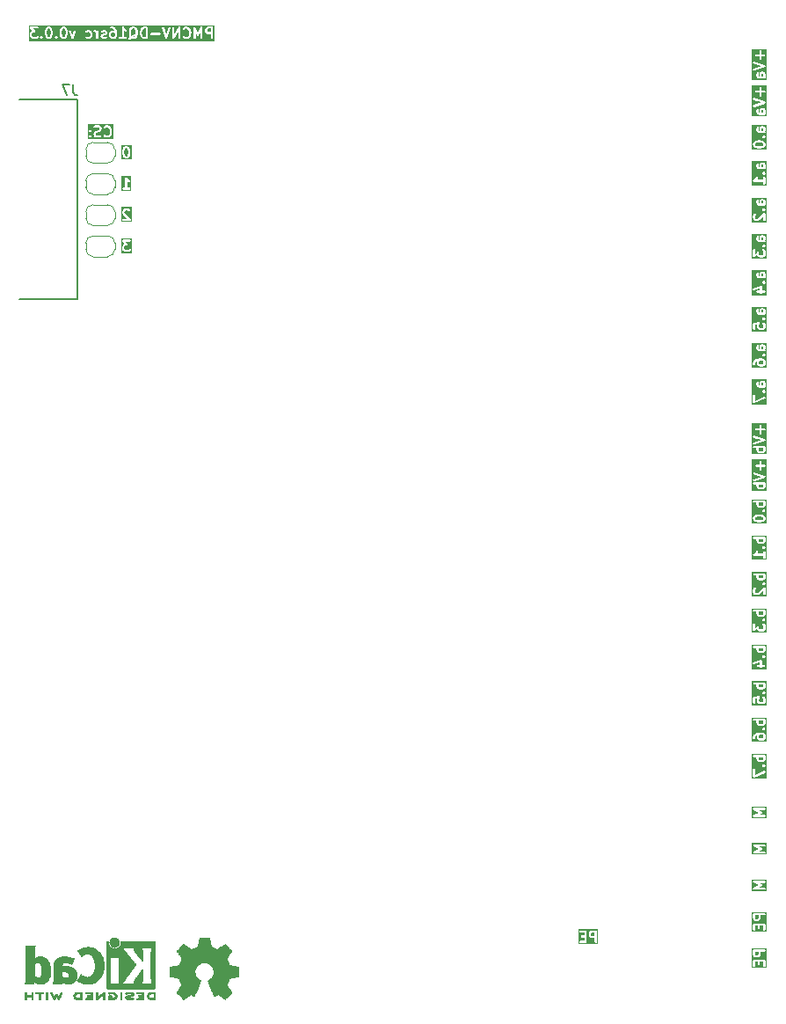
<source format=gbr>
%TF.GenerationSoftware,KiCad,Pcbnew,9.0.2*%
%TF.CreationDate,2025-06-13T14:26:49+03:00*%
%TF.ProjectId,PMCNV-DQ16src,504d434e-562d-4445-9131-367372632e6b,rev?*%
%TF.SameCoordinates,Original*%
%TF.FileFunction,Legend,Bot*%
%TF.FilePolarity,Positive*%
%FSLAX46Y46*%
G04 Gerber Fmt 4.6, Leading zero omitted, Abs format (unit mm)*
G04 Created by KiCad (PCBNEW 9.0.2) date 2025-06-13 14:26:49*
%MOMM*%
%LPD*%
G01*
G04 APERTURE LIST*
%ADD10C,0.200000*%
%ADD11C,0.150000*%
%ADD12C,0.120000*%
%ADD13C,0.152400*%
%ADD14C,0.010000*%
G04 APERTURE END LIST*
D10*
G36*
X38830064Y38592132D02*
G01*
X38852219Y38547822D01*
X38852219Y38356941D01*
X38842797Y38338096D01*
X38671266Y38338096D01*
X38671266Y38547822D01*
X38693421Y38592132D01*
X38737730Y38614286D01*
X38785754Y38614286D01*
X38830064Y38592132D01*
G37*
G36*
X39163330Y38026985D02*
G01*
X37741893Y38026985D01*
X37741893Y38571429D01*
X38185552Y38571429D01*
X38185552Y38380953D01*
X38187473Y38361444D01*
X38188848Y38358124D01*
X38189103Y38354540D01*
X38196109Y38336232D01*
X38243728Y38240994D01*
X38245781Y38237731D01*
X38246295Y38236192D01*
X38247957Y38234276D01*
X38254171Y38224404D01*
X38263641Y38216191D01*
X38271859Y38206715D01*
X38281732Y38200501D01*
X38283648Y38198839D01*
X38285186Y38198327D01*
X38288450Y38196272D01*
X38383687Y38148653D01*
X38401996Y38141647D01*
X38405579Y38141393D01*
X38408900Y38140017D01*
X38428409Y38138096D01*
X38952219Y38138096D01*
X38971728Y38140017D01*
X39007776Y38154949D01*
X39035366Y38182539D01*
X39050298Y38218587D01*
X39050298Y38257605D01*
X39039360Y38284010D01*
X39041662Y38288612D01*
X39048668Y38306921D01*
X39048922Y38310505D01*
X39050298Y38313825D01*
X39052219Y38333334D01*
X39052219Y38571429D01*
X39050298Y38590938D01*
X39048922Y38594259D01*
X39048668Y38597842D01*
X39041662Y38616151D01*
X38994043Y38711388D01*
X38991989Y38714651D01*
X38991476Y38716191D01*
X38989812Y38718109D01*
X38983600Y38727979D01*
X38974125Y38736196D01*
X38965911Y38745667D01*
X38956039Y38751881D01*
X38954123Y38753543D01*
X38952584Y38754057D01*
X38949321Y38756110D01*
X38854082Y38803729D01*
X38835773Y38810735D01*
X38832190Y38810990D01*
X38828870Y38812365D01*
X38809361Y38814286D01*
X38714123Y38814286D01*
X38694614Y38812365D01*
X38691293Y38810990D01*
X38687710Y38810735D01*
X38669401Y38803729D01*
X38574164Y38756110D01*
X38570900Y38754056D01*
X38569362Y38753543D01*
X38567446Y38751882D01*
X38557573Y38745667D01*
X38549355Y38736192D01*
X38539885Y38727978D01*
X38533671Y38718107D01*
X38532009Y38716190D01*
X38531495Y38714652D01*
X38529442Y38711388D01*
X38481823Y38616150D01*
X38474817Y38597842D01*
X38474562Y38594259D01*
X38473187Y38590938D01*
X38471266Y38571429D01*
X38471266Y38356941D01*
X38461844Y38338096D01*
X38452016Y38338096D01*
X38407707Y38360251D01*
X38385552Y38404561D01*
X38385552Y38547822D01*
X38422614Y38621945D01*
X38429620Y38640254D01*
X38432386Y38679174D01*
X38420047Y38716190D01*
X38394482Y38745667D01*
X38359584Y38763116D01*
X38320664Y38765881D01*
X38283648Y38753543D01*
X38254171Y38727978D01*
X38243728Y38711388D01*
X38196109Y38616150D01*
X38189103Y38597842D01*
X38188848Y38594259D01*
X38187473Y38590938D01*
X38185552Y38571429D01*
X37741893Y38571429D01*
X37741893Y39679174D01*
X37853004Y39679174D01*
X37855770Y39640254D01*
X37873220Y39605355D01*
X37902696Y39579790D01*
X37920596Y39571799D01*
X38635991Y39333334D01*
X37920596Y39094869D01*
X37902696Y39086878D01*
X37873220Y39061313D01*
X37855770Y39026414D01*
X37853004Y38987494D01*
X37865342Y38950478D01*
X37890907Y38921002D01*
X37925806Y38903552D01*
X37964726Y38900786D01*
X37983842Y38905133D01*
X38983841Y39238466D01*
X39001742Y39246457D01*
X39007143Y39251142D01*
X39013530Y39254335D01*
X39021742Y39263804D01*
X39031218Y39272022D01*
X39034413Y39278414D01*
X39039095Y39283811D01*
X39043061Y39295709D01*
X39048667Y39306921D01*
X39049173Y39314046D01*
X39051434Y39320827D01*
X39050544Y39333334D01*
X39051434Y39345841D01*
X39049173Y39352623D01*
X39048667Y39359747D01*
X39043061Y39370960D01*
X39039095Y39382857D01*
X39034413Y39388255D01*
X39031218Y39394646D01*
X39021742Y39402865D01*
X39013530Y39412333D01*
X39007143Y39415527D01*
X39001742Y39420211D01*
X38983841Y39428202D01*
X37983842Y39761535D01*
X37964726Y39765882D01*
X37925806Y39763116D01*
X37890907Y39745666D01*
X37865342Y39716190D01*
X37853004Y39679174D01*
X37741893Y39679174D01*
X37741893Y40400462D01*
X38092235Y40400462D01*
X38092235Y40361444D01*
X38107167Y40325396D01*
X38134757Y40297806D01*
X38170805Y40282874D01*
X38190314Y40280953D01*
X38471266Y40280953D01*
X38471266Y40000000D01*
X38473187Y39980491D01*
X38488119Y39944443D01*
X38515709Y39916853D01*
X38551757Y39901921D01*
X38590775Y39901921D01*
X38626823Y39916853D01*
X38654413Y39944443D01*
X38669345Y39980491D01*
X38671266Y40000000D01*
X38671266Y40280953D01*
X38952219Y40280953D01*
X38971728Y40282874D01*
X39007776Y40297806D01*
X39035366Y40325396D01*
X39050298Y40361444D01*
X39050298Y40400462D01*
X39035366Y40436510D01*
X39007776Y40464100D01*
X38971728Y40479032D01*
X38952219Y40480953D01*
X38671266Y40480953D01*
X38671266Y40761905D01*
X38669345Y40781414D01*
X38654413Y40817462D01*
X38626823Y40845052D01*
X38590775Y40859984D01*
X38551757Y40859984D01*
X38515709Y40845052D01*
X38488119Y40817462D01*
X38473187Y40781414D01*
X38471266Y40761905D01*
X38471266Y40480953D01*
X38190314Y40480953D01*
X38170805Y40479032D01*
X38134757Y40464100D01*
X38107167Y40436510D01*
X38092235Y40400462D01*
X37741893Y40400462D01*
X37741893Y40971095D01*
X39163330Y40971095D01*
X39163330Y38026985D01*
G37*
G36*
X38797746Y14465432D02*
G01*
X38822414Y14440765D01*
X38852219Y14381155D01*
X38852219Y14237893D01*
X38822414Y14178284D01*
X38797746Y14153617D01*
X38738135Y14123810D01*
X38547254Y14123810D01*
X38487644Y14153615D01*
X38462976Y14178284D01*
X38433171Y14237894D01*
X38433171Y14381155D01*
X38462976Y14440765D01*
X38487644Y14465434D01*
X38547254Y14495238D01*
X38738135Y14495238D01*
X38797746Y14465432D01*
G37*
G36*
X38830064Y15854036D02*
G01*
X38852219Y15809726D01*
X38852219Y15618845D01*
X38842797Y15600000D01*
X38671266Y15600000D01*
X38671266Y15809726D01*
X38693421Y15854036D01*
X38737730Y15876190D01*
X38785754Y15876190D01*
X38830064Y15854036D01*
G37*
G36*
X39163330Y13812699D02*
G01*
X37741108Y13812699D01*
X37741108Y14309524D01*
X37852219Y14309524D01*
X37852219Y14119048D01*
X37854140Y14099539D01*
X37869072Y14063491D01*
X37896662Y14035901D01*
X37932710Y14020969D01*
X37971728Y14020969D01*
X38007776Y14035901D01*
X38035366Y14063491D01*
X38050298Y14099539D01*
X38052219Y14119048D01*
X38052219Y14285917D01*
X38082024Y14345527D01*
X38111165Y14374669D01*
X38231372Y14454807D01*
X38248534Y14459097D01*
X38243728Y14449483D01*
X38236722Y14431175D01*
X38236467Y14427592D01*
X38235092Y14424271D01*
X38233171Y14404762D01*
X38233171Y14214286D01*
X38235092Y14194777D01*
X38236467Y14191457D01*
X38236722Y14187873D01*
X38243728Y14169565D01*
X38291347Y14074327D01*
X38296632Y14065931D01*
X38297643Y14063491D01*
X38299896Y14060745D01*
X38301790Y14057737D01*
X38303784Y14056008D01*
X38310079Y14048337D01*
X38357698Y14000719D01*
X38365364Y13994427D01*
X38367097Y13992429D01*
X38370105Y13990536D01*
X38372851Y13988282D01*
X38375291Y13987272D01*
X38383688Y13981986D01*
X38478925Y13934367D01*
X38497234Y13927361D01*
X38500817Y13927107D01*
X38504138Y13925731D01*
X38523647Y13923810D01*
X38761742Y13923810D01*
X38781251Y13925731D01*
X38784571Y13927107D01*
X38788155Y13927361D01*
X38806463Y13934367D01*
X38901701Y13981986D01*
X38910093Y13987270D01*
X38912537Y13988281D01*
X38915286Y13990538D01*
X38918291Y13992429D01*
X38920020Y13994424D01*
X38927690Y14000718D01*
X38975310Y14048336D01*
X38981603Y14056005D01*
X38983600Y14057736D01*
X38985493Y14060745D01*
X38987747Y14063490D01*
X38988757Y14065931D01*
X38994043Y14074327D01*
X39041662Y14169564D01*
X39048668Y14187873D01*
X39048922Y14191457D01*
X39050298Y14194777D01*
X39052219Y14214286D01*
X39052219Y14404762D01*
X39050298Y14424271D01*
X39048922Y14427592D01*
X39048668Y14431175D01*
X39041662Y14449484D01*
X38994043Y14544721D01*
X38988757Y14553118D01*
X38987747Y14555558D01*
X38985493Y14558304D01*
X38983600Y14561312D01*
X38981603Y14563044D01*
X38975310Y14570712D01*
X38927690Y14618330D01*
X38920020Y14624625D01*
X38918291Y14626619D01*
X38915286Y14628511D01*
X38912537Y14630767D01*
X38910093Y14631779D01*
X38901701Y14637062D01*
X38806463Y14684681D01*
X38788155Y14691687D01*
X38784571Y14691942D01*
X38781251Y14693317D01*
X38761742Y14695238D01*
X38380790Y14695238D01*
X38377387Y14694903D01*
X38375929Y14695120D01*
X38368631Y14694041D01*
X38361281Y14693317D01*
X38359917Y14692753D01*
X38356536Y14692252D01*
X38166060Y14644633D01*
X38154565Y14640527D01*
X38152142Y14640047D01*
X38149945Y14638877D01*
X38147600Y14638038D01*
X38145613Y14636567D01*
X38134844Y14630824D01*
X37991987Y14535586D01*
X37991933Y14535543D01*
X37991899Y14535528D01*
X37984413Y14529384D01*
X37976820Y14523166D01*
X37976798Y14523135D01*
X37976746Y14523091D01*
X37929127Y14475473D01*
X37922832Y14467803D01*
X37920838Y14466073D01*
X37918944Y14463066D01*
X37916691Y14460319D01*
X37915680Y14457880D01*
X37910395Y14449483D01*
X37862776Y14354245D01*
X37855770Y14335937D01*
X37855515Y14332354D01*
X37854140Y14329033D01*
X37852219Y14309524D01*
X37741108Y14309524D01*
X37741108Y15043318D01*
X38758901Y15043318D01*
X38758901Y15004300D01*
X38760385Y15000717D01*
X38773832Y14968252D01*
X38773833Y14968251D01*
X38786270Y14953098D01*
X38833890Y14905479D01*
X38849043Y14893042D01*
X38874533Y14882485D01*
X38885091Y14878111D01*
X38885092Y14878111D01*
X38924109Y14878111D01*
X38945226Y14886859D01*
X38960158Y14893043D01*
X38960162Y14893048D01*
X38975311Y14905479D01*
X39022929Y14953098D01*
X39035366Y14968251D01*
X39046735Y14995699D01*
X39050298Y15004300D01*
X39050298Y15043318D01*
X39035366Y15079366D01*
X39035366Y15079367D01*
X39022929Y15094520D01*
X38975311Y15142139D01*
X38960162Y15154571D01*
X38960158Y15154575D01*
X38945226Y15160760D01*
X38924109Y15169507D01*
X38885091Y15169507D01*
X38874533Y15165134D01*
X38849043Y15154576D01*
X38833890Y15142139D01*
X38786270Y15094520D01*
X38773833Y15079367D01*
X38773832Y15079366D01*
X38763274Y15053876D01*
X38758901Y15043318D01*
X37741108Y15043318D01*
X37741108Y15833333D01*
X38185552Y15833333D01*
X38185552Y15642857D01*
X38187473Y15623348D01*
X38188848Y15620028D01*
X38189103Y15616444D01*
X38196109Y15598136D01*
X38243728Y15502898D01*
X38245781Y15499635D01*
X38246295Y15498096D01*
X38247957Y15496180D01*
X38254171Y15486308D01*
X38263641Y15478095D01*
X38271859Y15468619D01*
X38281732Y15462405D01*
X38283648Y15460743D01*
X38285186Y15460231D01*
X38288450Y15458176D01*
X38383687Y15410557D01*
X38401996Y15403551D01*
X38405579Y15403297D01*
X38408900Y15401921D01*
X38428409Y15400000D01*
X38952219Y15400000D01*
X38971728Y15401921D01*
X39007776Y15416853D01*
X39035366Y15444443D01*
X39050298Y15480491D01*
X39050298Y15519509D01*
X39039360Y15545914D01*
X39041662Y15550516D01*
X39048668Y15568825D01*
X39048922Y15572409D01*
X39050298Y15575729D01*
X39052219Y15595238D01*
X39052219Y15833333D01*
X39050298Y15852842D01*
X39048922Y15856163D01*
X39048668Y15859746D01*
X39041662Y15878055D01*
X38994043Y15973292D01*
X38991989Y15976555D01*
X38991476Y15978095D01*
X38989812Y15980013D01*
X38983600Y15989883D01*
X38974125Y15998100D01*
X38965911Y16007571D01*
X38956039Y16013785D01*
X38954123Y16015447D01*
X38952584Y16015961D01*
X38949321Y16018014D01*
X38854082Y16065633D01*
X38835773Y16072639D01*
X38832190Y16072894D01*
X38828870Y16074269D01*
X38809361Y16076190D01*
X38714123Y16076190D01*
X38694614Y16074269D01*
X38691293Y16072894D01*
X38687710Y16072639D01*
X38669401Y16065633D01*
X38574164Y16018014D01*
X38570900Y16015960D01*
X38569362Y16015447D01*
X38567446Y16013786D01*
X38557573Y16007571D01*
X38549355Y15998096D01*
X38539885Y15989882D01*
X38533671Y15980011D01*
X38532009Y15978094D01*
X38531495Y15976556D01*
X38529442Y15973292D01*
X38481823Y15878054D01*
X38474817Y15859746D01*
X38474562Y15856163D01*
X38473187Y15852842D01*
X38471266Y15833333D01*
X38471266Y15618845D01*
X38461844Y15600000D01*
X38452016Y15600000D01*
X38407707Y15622155D01*
X38385552Y15666465D01*
X38385552Y15809726D01*
X38422614Y15883849D01*
X38429620Y15902158D01*
X38432386Y15941078D01*
X38420047Y15978094D01*
X38394482Y16007571D01*
X38359584Y16025020D01*
X38320664Y16027785D01*
X38283648Y16015447D01*
X38254171Y15989882D01*
X38243728Y15973292D01*
X38196109Y15878054D01*
X38189103Y15859746D01*
X38188848Y15856163D01*
X38187473Y15852842D01*
X38185552Y15833333D01*
X37741108Y15833333D01*
X37741108Y16187301D01*
X39163330Y16187301D01*
X39163330Y13812699D01*
G37*
G36*
X38830064Y22854036D02*
G01*
X38852219Y22809726D01*
X38852219Y22618845D01*
X38842797Y22600000D01*
X38671266Y22600000D01*
X38671266Y22809726D01*
X38693421Y22854036D01*
X38737730Y22876190D01*
X38785754Y22876190D01*
X38830064Y22854036D01*
G37*
G36*
X39163330Y20767001D02*
G01*
X37694274Y20767001D01*
X37694274Y21344636D01*
X37805385Y21344636D01*
X37817723Y21307620D01*
X37843288Y21278144D01*
X37878187Y21260694D01*
X37917107Y21257928D01*
X37936223Y21262275D01*
X38518885Y21456496D01*
X38518885Y21219048D01*
X38285552Y21219048D01*
X38266043Y21217127D01*
X38229995Y21202195D01*
X38202405Y21174605D01*
X38187473Y21138557D01*
X38187473Y21099539D01*
X38202405Y21063491D01*
X38229995Y21035901D01*
X38266043Y21020969D01*
X38285552Y21019048D01*
X38518885Y21019048D01*
X38518885Y20976191D01*
X38520806Y20956682D01*
X38535738Y20920634D01*
X38563328Y20893044D01*
X38599376Y20878112D01*
X38638394Y20878112D01*
X38674442Y20893044D01*
X38702032Y20920634D01*
X38716964Y20956682D01*
X38718885Y20976191D01*
X38718885Y21019048D01*
X38952219Y21019048D01*
X38971728Y21020969D01*
X39007776Y21035901D01*
X39035366Y21063491D01*
X39050298Y21099539D01*
X39050298Y21138557D01*
X39035366Y21174605D01*
X39007776Y21202195D01*
X38971728Y21217127D01*
X38952219Y21219048D01*
X38718885Y21219048D01*
X38718885Y21595238D01*
X38717912Y21605112D01*
X38718100Y21607745D01*
X38717466Y21609647D01*
X38716964Y21614747D01*
X38710828Y21629560D01*
X38705761Y21644761D01*
X38703407Y21647475D01*
X38702032Y21650795D01*
X38690693Y21662134D01*
X38680196Y21674237D01*
X38676983Y21675844D01*
X38674442Y21678385D01*
X38659627Y21684522D01*
X38645297Y21691687D01*
X38641714Y21691942D01*
X38638394Y21693317D01*
X38622361Y21693317D01*
X38606377Y21694453D01*
X38601382Y21693317D01*
X38599376Y21693317D01*
X38596934Y21692306D01*
X38587262Y21690106D01*
X37872977Y21452011D01*
X37855077Y21444020D01*
X37825601Y21418455D01*
X37808151Y21383556D01*
X37805385Y21344636D01*
X37694274Y21344636D01*
X37694274Y22043318D01*
X38758901Y22043318D01*
X38758901Y22004300D01*
X38760385Y22000717D01*
X38773832Y21968252D01*
X38773833Y21968251D01*
X38786270Y21953098D01*
X38833890Y21905479D01*
X38849043Y21893042D01*
X38874533Y21882485D01*
X38885091Y21878111D01*
X38885092Y21878111D01*
X38924109Y21878111D01*
X38945226Y21886859D01*
X38960158Y21893043D01*
X38960162Y21893048D01*
X38975311Y21905479D01*
X39022929Y21953098D01*
X39035366Y21968251D01*
X39046735Y21995699D01*
X39050298Y22004300D01*
X39050298Y22043318D01*
X39035366Y22079366D01*
X39035366Y22079367D01*
X39022929Y22094520D01*
X38975311Y22142139D01*
X38960162Y22154571D01*
X38960158Y22154575D01*
X38945226Y22160760D01*
X38924109Y22169507D01*
X38885091Y22169507D01*
X38874533Y22165134D01*
X38849043Y22154576D01*
X38833890Y22142139D01*
X38786270Y22094520D01*
X38773833Y22079367D01*
X38773832Y22079366D01*
X38763274Y22053876D01*
X38758901Y22043318D01*
X37694274Y22043318D01*
X37694274Y22833333D01*
X38185552Y22833333D01*
X38185552Y22642857D01*
X38187473Y22623348D01*
X38188848Y22620028D01*
X38189103Y22616444D01*
X38196109Y22598136D01*
X38243728Y22502898D01*
X38245781Y22499635D01*
X38246295Y22498096D01*
X38247957Y22496180D01*
X38254171Y22486308D01*
X38263641Y22478095D01*
X38271859Y22468619D01*
X38281732Y22462405D01*
X38283648Y22460743D01*
X38285186Y22460231D01*
X38288450Y22458176D01*
X38383687Y22410557D01*
X38401996Y22403551D01*
X38405579Y22403297D01*
X38408900Y22401921D01*
X38428409Y22400000D01*
X38952219Y22400000D01*
X38971728Y22401921D01*
X39007776Y22416853D01*
X39035366Y22444443D01*
X39050298Y22480491D01*
X39050298Y22519509D01*
X39039360Y22545914D01*
X39041662Y22550516D01*
X39048668Y22568825D01*
X39048922Y22572409D01*
X39050298Y22575729D01*
X39052219Y22595238D01*
X39052219Y22833333D01*
X39050298Y22852842D01*
X39048922Y22856163D01*
X39048668Y22859746D01*
X39041662Y22878055D01*
X38994043Y22973292D01*
X38991989Y22976555D01*
X38991476Y22978095D01*
X38989812Y22980013D01*
X38983600Y22989883D01*
X38974125Y22998100D01*
X38965911Y23007571D01*
X38956039Y23013785D01*
X38954123Y23015447D01*
X38952584Y23015961D01*
X38949321Y23018014D01*
X38854082Y23065633D01*
X38835773Y23072639D01*
X38832190Y23072894D01*
X38828870Y23074269D01*
X38809361Y23076190D01*
X38714123Y23076190D01*
X38694614Y23074269D01*
X38691293Y23072894D01*
X38687710Y23072639D01*
X38669401Y23065633D01*
X38574164Y23018014D01*
X38570900Y23015960D01*
X38569362Y23015447D01*
X38567446Y23013786D01*
X38557573Y23007571D01*
X38549355Y22998096D01*
X38539885Y22989882D01*
X38533671Y22980011D01*
X38532009Y22978094D01*
X38531495Y22976556D01*
X38529442Y22973292D01*
X38481823Y22878054D01*
X38474817Y22859746D01*
X38474562Y22856163D01*
X38473187Y22852842D01*
X38471266Y22833333D01*
X38471266Y22618845D01*
X38461844Y22600000D01*
X38452016Y22600000D01*
X38407707Y22622155D01*
X38385552Y22666465D01*
X38385552Y22809726D01*
X38422614Y22883849D01*
X38429620Y22902158D01*
X38432386Y22941078D01*
X38420047Y22978094D01*
X38394482Y23007571D01*
X38359584Y23025020D01*
X38320664Y23027785D01*
X38283648Y23015447D01*
X38254171Y22989882D01*
X38243728Y22973292D01*
X38196109Y22878054D01*
X38189103Y22859746D01*
X38188848Y22856163D01*
X38187473Y22852842D01*
X38185552Y22833333D01*
X37694274Y22833333D01*
X37694274Y23187301D01*
X39163330Y23187301D01*
X39163330Y20767001D01*
G37*
G36*
X-21957478Y27836670D02*
G01*
X-22996826Y27836670D01*
X-22996826Y28857305D01*
X-22885715Y28857305D01*
X-22885715Y28762067D01*
X-22884743Y28752194D01*
X-22884930Y28749560D01*
X-22884143Y28746097D01*
X-22883794Y28742558D01*
X-22882783Y28740116D01*
X-22880583Y28730444D01*
X-22832964Y28587588D01*
X-22824973Y28569687D01*
X-22822618Y28566972D01*
X-22821243Y28563653D01*
X-22808807Y28548499D01*
X-22408090Y28147781D01*
X-22785715Y28147781D01*
X-22805224Y28145860D01*
X-22841272Y28130928D01*
X-22868862Y28103338D01*
X-22883794Y28067290D01*
X-22883794Y28028272D01*
X-22868862Y27992224D01*
X-22841272Y27964634D01*
X-22805224Y27949702D01*
X-22785715Y27947781D01*
X-22166668Y27947781D01*
X-22147159Y27949702D01*
X-22111111Y27964634D01*
X-22083521Y27992224D01*
X-22068589Y28028272D01*
X-22068589Y28067290D01*
X-22083521Y28103338D01*
X-22095957Y28118492D01*
X-22650694Y28673230D01*
X-22685715Y28778294D01*
X-22685715Y28833698D01*
X-22655910Y28893308D01*
X-22631242Y28917977D01*
X-22571632Y28947781D01*
X-22380751Y28947781D01*
X-22321142Y28917976D01*
X-22284998Y28881833D01*
X-22269845Y28869396D01*
X-22233796Y28854465D01*
X-22194778Y28854465D01*
X-22158730Y28869396D01*
X-22131140Y28896986D01*
X-22116209Y28933034D01*
X-22116209Y28972052D01*
X-22131140Y29008101D01*
X-22143577Y29023254D01*
X-22191195Y29070873D01*
X-22198866Y29077168D01*
X-22200595Y29079162D01*
X-22203603Y29081056D01*
X-22206349Y29083309D01*
X-22208789Y29084320D01*
X-22217185Y29089605D01*
X-22312423Y29137224D01*
X-22330731Y29144230D01*
X-22334315Y29144485D01*
X-22337635Y29145860D01*
X-22357144Y29147781D01*
X-22595239Y29147781D01*
X-22614748Y29145860D01*
X-22618069Y29144485D01*
X-22621652Y29144230D01*
X-22639961Y29137224D01*
X-22735198Y29089605D01*
X-22743595Y29084320D01*
X-22746035Y29083309D01*
X-22748781Y29081056D01*
X-22751789Y29079162D01*
X-22753522Y29077165D01*
X-22761188Y29070872D01*
X-22808807Y29023254D01*
X-22815102Y29015584D01*
X-22817096Y29013854D01*
X-22818990Y29010847D01*
X-22821243Y29008100D01*
X-22822254Y29005661D01*
X-22827539Y28997264D01*
X-22875158Y28902026D01*
X-22882164Y28883718D01*
X-22882419Y28880135D01*
X-22883794Y28876814D01*
X-22885715Y28857305D01*
X-22996826Y28857305D01*
X-22996826Y29258892D01*
X-21957478Y29258892D01*
X-21957478Y27836670D01*
G37*
G36*
X38726837Y35453268D02*
G01*
X38797746Y35417813D01*
X38822414Y35393146D01*
X38852219Y35333536D01*
X38852219Y35285512D01*
X38822414Y35225903D01*
X38797746Y35201236D01*
X38726837Y35165781D01*
X38558956Y35123810D01*
X38345480Y35123810D01*
X38177599Y35165781D01*
X38106692Y35201234D01*
X38082024Y35225903D01*
X38052219Y35285513D01*
X38052219Y35333536D01*
X38082024Y35393146D01*
X38106692Y35417815D01*
X38177599Y35453268D01*
X38345480Y35495238D01*
X38558956Y35495238D01*
X38726837Y35453268D01*
G37*
G36*
X38830064Y36854036D02*
G01*
X38852219Y36809726D01*
X38852219Y36618845D01*
X38842797Y36600000D01*
X38671266Y36600000D01*
X38671266Y36809726D01*
X38693421Y36854036D01*
X38737730Y36876190D01*
X38785754Y36876190D01*
X38830064Y36854036D01*
G37*
G36*
X39163330Y34812699D02*
G01*
X37741108Y34812699D01*
X37741108Y35357143D01*
X37852219Y35357143D01*
X37852219Y35261905D01*
X37854140Y35242396D01*
X37855515Y35239076D01*
X37855770Y35235492D01*
X37862776Y35217184D01*
X37910395Y35121946D01*
X37915680Y35113550D01*
X37916691Y35111110D01*
X37918944Y35108364D01*
X37920838Y35105356D01*
X37922832Y35103627D01*
X37929127Y35095956D01*
X37976746Y35048338D01*
X37984412Y35042046D01*
X37986145Y35040048D01*
X37989153Y35038155D01*
X37991899Y35035901D01*
X37994339Y35034891D01*
X38002736Y35029605D01*
X38097973Y34981986D01*
X38099401Y34981440D01*
X38099981Y34981010D01*
X38108157Y34978089D01*
X38116282Y34974980D01*
X38117002Y34974929D01*
X38118441Y34974415D01*
X38308917Y34926796D01*
X38312298Y34926296D01*
X38313662Y34925731D01*
X38321012Y34925008D01*
X38328310Y34923928D01*
X38329768Y34924146D01*
X38333171Y34923810D01*
X38571266Y34923810D01*
X38574668Y34924146D01*
X38576127Y34923928D01*
X38583424Y34925008D01*
X38590775Y34925731D01*
X38592138Y34926296D01*
X38595520Y34926796D01*
X38785995Y34974415D01*
X38787432Y34974929D01*
X38788155Y34974980D01*
X38796279Y34978089D01*
X38804456Y34981010D01*
X38805036Y34981441D01*
X38806463Y34981986D01*
X38901701Y35029605D01*
X38910093Y35034889D01*
X38912537Y35035900D01*
X38915286Y35038157D01*
X38918291Y35040048D01*
X38920020Y35042043D01*
X38927690Y35048337D01*
X38975310Y35095955D01*
X38981603Y35103624D01*
X38983600Y35105355D01*
X38985493Y35108364D01*
X38987747Y35111109D01*
X38988757Y35113550D01*
X38994043Y35121946D01*
X39041662Y35217183D01*
X39048668Y35235492D01*
X39048922Y35239076D01*
X39050298Y35242396D01*
X39052219Y35261905D01*
X39052219Y35357143D01*
X39050298Y35376652D01*
X39048922Y35379973D01*
X39048668Y35383556D01*
X39041662Y35401865D01*
X38994043Y35497102D01*
X38988757Y35505499D01*
X38987747Y35507939D01*
X38985493Y35510685D01*
X38983600Y35513693D01*
X38981603Y35515425D01*
X38975310Y35523093D01*
X38927690Y35570711D01*
X38920020Y35577006D01*
X38918291Y35579000D01*
X38915286Y35580892D01*
X38912537Y35583148D01*
X38910093Y35584160D01*
X38901701Y35589443D01*
X38806463Y35637062D01*
X38805036Y35637608D01*
X38804456Y35638038D01*
X38796279Y35640960D01*
X38788155Y35644068D01*
X38787432Y35644120D01*
X38785995Y35644633D01*
X38595520Y35692252D01*
X38592138Y35692753D01*
X38590775Y35693317D01*
X38583424Y35694041D01*
X38576127Y35695120D01*
X38574668Y35694903D01*
X38571266Y35695238D01*
X38333171Y35695238D01*
X38329768Y35694903D01*
X38328310Y35695120D01*
X38321012Y35694041D01*
X38313662Y35693317D01*
X38312298Y35692753D01*
X38308917Y35692252D01*
X38118441Y35644633D01*
X38117002Y35644120D01*
X38116282Y35644068D01*
X38108157Y35640960D01*
X38099981Y35638038D01*
X38099401Y35637609D01*
X38097973Y35637062D01*
X38002736Y35589443D01*
X37994339Y35584158D01*
X37991899Y35583147D01*
X37989153Y35580894D01*
X37986145Y35579000D01*
X37984412Y35577003D01*
X37976746Y35570710D01*
X37929127Y35523092D01*
X37922832Y35515422D01*
X37920838Y35513692D01*
X37918944Y35510685D01*
X37916691Y35507938D01*
X37915680Y35505499D01*
X37910395Y35497102D01*
X37862776Y35401864D01*
X37855770Y35383556D01*
X37855515Y35379973D01*
X37854140Y35376652D01*
X37852219Y35357143D01*
X37741108Y35357143D01*
X37741108Y36043318D01*
X38758901Y36043318D01*
X38758901Y36004300D01*
X38760385Y36000717D01*
X38773832Y35968252D01*
X38773833Y35968251D01*
X38786270Y35953098D01*
X38833890Y35905479D01*
X38849043Y35893042D01*
X38874533Y35882485D01*
X38885091Y35878111D01*
X38885092Y35878111D01*
X38924109Y35878111D01*
X38945226Y35886859D01*
X38960158Y35893043D01*
X38960162Y35893048D01*
X38975311Y35905479D01*
X39022929Y35953098D01*
X39035366Y35968251D01*
X39046735Y35995699D01*
X39050298Y36004300D01*
X39050298Y36043318D01*
X39035366Y36079366D01*
X39035366Y36079367D01*
X39022929Y36094520D01*
X38975311Y36142139D01*
X38960162Y36154571D01*
X38960158Y36154575D01*
X38945226Y36160760D01*
X38924109Y36169507D01*
X38885091Y36169507D01*
X38874533Y36165134D01*
X38849043Y36154576D01*
X38833890Y36142139D01*
X38786270Y36094520D01*
X38773833Y36079367D01*
X38773832Y36079366D01*
X38763274Y36053876D01*
X38758901Y36043318D01*
X37741108Y36043318D01*
X37741108Y36833333D01*
X38185552Y36833333D01*
X38185552Y36642857D01*
X38187473Y36623348D01*
X38188848Y36620028D01*
X38189103Y36616444D01*
X38196109Y36598136D01*
X38243728Y36502898D01*
X38245781Y36499635D01*
X38246295Y36498096D01*
X38247957Y36496180D01*
X38254171Y36486308D01*
X38263641Y36478095D01*
X38271859Y36468619D01*
X38281732Y36462405D01*
X38283648Y36460743D01*
X38285186Y36460231D01*
X38288450Y36458176D01*
X38383687Y36410557D01*
X38401996Y36403551D01*
X38405579Y36403297D01*
X38408900Y36401921D01*
X38428409Y36400000D01*
X38952219Y36400000D01*
X38971728Y36401921D01*
X39007776Y36416853D01*
X39035366Y36444443D01*
X39050298Y36480491D01*
X39050298Y36519509D01*
X39039360Y36545914D01*
X39041662Y36550516D01*
X39048668Y36568825D01*
X39048922Y36572409D01*
X39050298Y36575729D01*
X39052219Y36595238D01*
X39052219Y36833333D01*
X39050298Y36852842D01*
X39048922Y36856163D01*
X39048668Y36859746D01*
X39041662Y36878055D01*
X38994043Y36973292D01*
X38991989Y36976555D01*
X38991476Y36978095D01*
X38989812Y36980013D01*
X38983600Y36989883D01*
X38974125Y36998100D01*
X38965911Y37007571D01*
X38956039Y37013785D01*
X38954123Y37015447D01*
X38952584Y37015961D01*
X38949321Y37018014D01*
X38854082Y37065633D01*
X38835773Y37072639D01*
X38832190Y37072894D01*
X38828870Y37074269D01*
X38809361Y37076190D01*
X38714123Y37076190D01*
X38694614Y37074269D01*
X38691293Y37072894D01*
X38687710Y37072639D01*
X38669401Y37065633D01*
X38574164Y37018014D01*
X38570900Y37015960D01*
X38569362Y37015447D01*
X38567446Y37013786D01*
X38557573Y37007571D01*
X38549355Y36998096D01*
X38539885Y36989882D01*
X38533671Y36980011D01*
X38532009Y36978094D01*
X38531495Y36976556D01*
X38529442Y36973292D01*
X38481823Y36878054D01*
X38474817Y36859746D01*
X38474562Y36856163D01*
X38473187Y36852842D01*
X38471266Y36833333D01*
X38471266Y36618845D01*
X38461844Y36600000D01*
X38452016Y36600000D01*
X38407707Y36622155D01*
X38385552Y36666465D01*
X38385552Y36809726D01*
X38422614Y36883849D01*
X38429620Y36902158D01*
X38432386Y36941078D01*
X38420047Y36978094D01*
X38394482Y37007571D01*
X38359584Y37025020D01*
X38320664Y37027785D01*
X38283648Y37015447D01*
X38254171Y36989882D01*
X38243728Y36973292D01*
X38196109Y36878054D01*
X38189103Y36859746D01*
X38188848Y36856163D01*
X38187473Y36852842D01*
X38185552Y36833333D01*
X37741108Y36833333D01*
X37741108Y37187301D01*
X39163330Y37187301D01*
X39163330Y34812699D01*
G37*
G36*
X38852219Y-2690274D02*
G01*
X38852219Y-2833536D01*
X38822414Y-2893145D01*
X38797746Y-2917812D01*
X38738135Y-2947619D01*
X38499635Y-2947619D01*
X38440025Y-2917814D01*
X38415357Y-2893145D01*
X38385552Y-2833535D01*
X38385552Y-2690274D01*
X38394975Y-2671429D01*
X38842796Y-2671429D01*
X38852219Y-2690274D01*
G37*
G36*
X39163330Y-4685380D02*
G01*
X37741108Y-4685380D01*
X37741108Y-4190371D01*
X37852219Y-4190371D01*
X37854140Y-4200081D01*
X37854140Y-4209985D01*
X37857889Y-4219037D01*
X37859791Y-4228648D01*
X37865283Y-4236886D01*
X37869072Y-4246033D01*
X37875998Y-4252959D01*
X37881434Y-4261113D01*
X37889662Y-4266623D01*
X37896662Y-4273623D01*
X37905713Y-4277372D01*
X37913854Y-4282824D01*
X37923561Y-4284765D01*
X37932710Y-4288555D01*
X37952012Y-4290455D01*
X37952114Y-4290476D01*
X37952148Y-4290469D01*
X37952219Y-4290476D01*
X38852219Y-4290476D01*
X38852219Y-4476190D01*
X38854140Y-4495699D01*
X38869072Y-4531747D01*
X38896662Y-4559337D01*
X38932710Y-4574269D01*
X38971728Y-4574269D01*
X39007776Y-4559337D01*
X39035366Y-4531747D01*
X39050298Y-4495699D01*
X39052219Y-4476190D01*
X39052219Y-3904762D01*
X39050298Y-3885253D01*
X39035366Y-3849205D01*
X39007776Y-3821615D01*
X38971728Y-3806683D01*
X38932710Y-3806683D01*
X38896662Y-3821615D01*
X38869072Y-3849205D01*
X38854140Y-3885253D01*
X38852219Y-3904762D01*
X38852219Y-4090476D01*
X38241260Y-4090476D01*
X38261025Y-4070711D01*
X38267316Y-4063044D01*
X38269314Y-4061312D01*
X38271209Y-4058300D01*
X38273461Y-4055557D01*
X38274470Y-4053119D01*
X38279757Y-4044721D01*
X38327376Y-3949484D01*
X38334382Y-3931175D01*
X38337148Y-3892255D01*
X38324809Y-3855239D01*
X38299244Y-3825762D01*
X38264346Y-3808313D01*
X38225426Y-3805548D01*
X38188410Y-3817886D01*
X38158933Y-3843451D01*
X38148490Y-3860041D01*
X38108129Y-3940763D01*
X38031365Y-4017527D01*
X37896749Y-4107271D01*
X37896694Y-4107315D01*
X37896662Y-4107329D01*
X37896588Y-4107402D01*
X37881582Y-4119691D01*
X37876071Y-4127919D01*
X37869072Y-4134919D01*
X37865322Y-4143970D01*
X37859871Y-4152111D01*
X37857929Y-4161818D01*
X37854140Y-4170967D01*
X37854140Y-4180766D01*
X37852219Y-4190371D01*
X37741108Y-4190371D01*
X37741108Y-3456682D01*
X38758901Y-3456682D01*
X38758901Y-3495700D01*
X38760385Y-3499283D01*
X38773832Y-3531748D01*
X38773833Y-3531749D01*
X38786270Y-3546902D01*
X38833890Y-3594521D01*
X38849043Y-3606958D01*
X38874533Y-3617515D01*
X38885091Y-3621889D01*
X38885092Y-3621889D01*
X38924109Y-3621889D01*
X38945226Y-3613141D01*
X38960158Y-3606957D01*
X38960162Y-3606952D01*
X38975311Y-3594521D01*
X39022929Y-3546902D01*
X39035366Y-3531749D01*
X39046735Y-3504301D01*
X39050298Y-3495700D01*
X39050298Y-3456682D01*
X39035366Y-3420634D01*
X39035366Y-3420633D01*
X39022929Y-3405480D01*
X38975311Y-3357861D01*
X38960162Y-3345429D01*
X38960158Y-3345425D01*
X38945226Y-3339240D01*
X38924109Y-3330493D01*
X38885091Y-3330493D01*
X38874533Y-3334866D01*
X38849043Y-3345424D01*
X38833890Y-3357861D01*
X38786270Y-3405480D01*
X38773833Y-3420633D01*
X38773832Y-3420634D01*
X38763274Y-3446124D01*
X38758901Y-3456682D01*
X37741108Y-3456682D01*
X37741108Y-2551920D01*
X37854140Y-2551920D01*
X37854140Y-2590938D01*
X37869072Y-2626986D01*
X37896662Y-2654576D01*
X37932710Y-2669508D01*
X37952219Y-2671429D01*
X38185552Y-2671429D01*
X38185552Y-2857143D01*
X38187473Y-2876652D01*
X38188848Y-2879972D01*
X38189103Y-2883556D01*
X38196109Y-2901864D01*
X38243728Y-2997102D01*
X38249013Y-3005498D01*
X38250024Y-3007938D01*
X38252277Y-3010684D01*
X38254171Y-3013692D01*
X38256165Y-3015421D01*
X38262460Y-3023092D01*
X38310079Y-3070710D01*
X38317745Y-3077002D01*
X38319478Y-3079000D01*
X38322486Y-3080893D01*
X38325232Y-3083147D01*
X38327672Y-3084157D01*
X38336069Y-3089443D01*
X38431306Y-3137062D01*
X38449615Y-3144068D01*
X38453198Y-3144322D01*
X38456519Y-3145698D01*
X38476028Y-3147619D01*
X38761742Y-3147619D01*
X38781251Y-3145698D01*
X38784571Y-3144322D01*
X38788155Y-3144068D01*
X38806463Y-3137062D01*
X38901701Y-3089443D01*
X38910093Y-3084159D01*
X38912537Y-3083148D01*
X38915286Y-3080891D01*
X38918291Y-3079000D01*
X38920020Y-3077005D01*
X38927690Y-3070711D01*
X38975310Y-3023093D01*
X38981603Y-3015424D01*
X38983600Y-3013693D01*
X38985493Y-3010684D01*
X38987747Y-3007939D01*
X38988757Y-3005498D01*
X38994043Y-2997102D01*
X39041662Y-2901865D01*
X39048668Y-2883556D01*
X39048922Y-2879972D01*
X39050298Y-2876652D01*
X39052219Y-2857143D01*
X39052219Y-2666667D01*
X39050298Y-2647158D01*
X39048922Y-2643837D01*
X39048668Y-2640254D01*
X39041662Y-2621945D01*
X39039360Y-2617342D01*
X39050298Y-2590938D01*
X39050298Y-2551920D01*
X39035366Y-2515872D01*
X39007776Y-2488282D01*
X38971728Y-2473350D01*
X38952219Y-2471429D01*
X37952219Y-2471429D01*
X37932710Y-2473350D01*
X37896662Y-2488282D01*
X37869072Y-2515872D01*
X37854140Y-2551920D01*
X37741108Y-2551920D01*
X37741108Y-2360318D01*
X39163330Y-2360318D01*
X39163330Y-4685380D01*
G37*
G36*
X38830064Y42092132D02*
G01*
X38852219Y42047822D01*
X38852219Y41856941D01*
X38842797Y41838096D01*
X38671266Y41838096D01*
X38671266Y42047822D01*
X38693421Y42092132D01*
X38737730Y42114286D01*
X38785754Y42114286D01*
X38830064Y42092132D01*
G37*
G36*
X39163330Y41526985D02*
G01*
X37741893Y41526985D01*
X37741893Y42071429D01*
X38185552Y42071429D01*
X38185552Y41880953D01*
X38187473Y41861444D01*
X38188848Y41858124D01*
X38189103Y41854540D01*
X38196109Y41836232D01*
X38243728Y41740994D01*
X38245781Y41737731D01*
X38246295Y41736192D01*
X38247957Y41734276D01*
X38254171Y41724404D01*
X38263641Y41716191D01*
X38271859Y41706715D01*
X38281732Y41700501D01*
X38283648Y41698839D01*
X38285186Y41698327D01*
X38288450Y41696272D01*
X38383687Y41648653D01*
X38401996Y41641647D01*
X38405579Y41641393D01*
X38408900Y41640017D01*
X38428409Y41638096D01*
X38952219Y41638096D01*
X38971728Y41640017D01*
X39007776Y41654949D01*
X39035366Y41682539D01*
X39050298Y41718587D01*
X39050298Y41757605D01*
X39039360Y41784010D01*
X39041662Y41788612D01*
X39048668Y41806921D01*
X39048922Y41810505D01*
X39050298Y41813825D01*
X39052219Y41833334D01*
X39052219Y42071429D01*
X39050298Y42090938D01*
X39048922Y42094259D01*
X39048668Y42097842D01*
X39041662Y42116151D01*
X38994043Y42211388D01*
X38991989Y42214651D01*
X38991476Y42216191D01*
X38989812Y42218109D01*
X38983600Y42227979D01*
X38974125Y42236196D01*
X38965911Y42245667D01*
X38956039Y42251881D01*
X38954123Y42253543D01*
X38952584Y42254057D01*
X38949321Y42256110D01*
X38854082Y42303729D01*
X38835773Y42310735D01*
X38832190Y42310990D01*
X38828870Y42312365D01*
X38809361Y42314286D01*
X38714123Y42314286D01*
X38694614Y42312365D01*
X38691293Y42310990D01*
X38687710Y42310735D01*
X38669401Y42303729D01*
X38574164Y42256110D01*
X38570900Y42254056D01*
X38569362Y42253543D01*
X38567446Y42251882D01*
X38557573Y42245667D01*
X38549355Y42236192D01*
X38539885Y42227978D01*
X38533671Y42218107D01*
X38532009Y42216190D01*
X38531495Y42214652D01*
X38529442Y42211388D01*
X38481823Y42116150D01*
X38474817Y42097842D01*
X38474562Y42094259D01*
X38473187Y42090938D01*
X38471266Y42071429D01*
X38471266Y41856941D01*
X38461844Y41838096D01*
X38452016Y41838096D01*
X38407707Y41860251D01*
X38385552Y41904561D01*
X38385552Y42047822D01*
X38422614Y42121945D01*
X38429620Y42140254D01*
X38432386Y42179174D01*
X38420047Y42216190D01*
X38394482Y42245667D01*
X38359584Y42263116D01*
X38320664Y42265881D01*
X38283648Y42253543D01*
X38254171Y42227978D01*
X38243728Y42211388D01*
X38196109Y42116150D01*
X38189103Y42097842D01*
X38188848Y42094259D01*
X38187473Y42090938D01*
X38185552Y42071429D01*
X37741893Y42071429D01*
X37741893Y43179174D01*
X37853004Y43179174D01*
X37855770Y43140254D01*
X37873220Y43105355D01*
X37902696Y43079790D01*
X37920596Y43071799D01*
X38635991Y42833334D01*
X37920596Y42594869D01*
X37902696Y42586878D01*
X37873220Y42561313D01*
X37855770Y42526414D01*
X37853004Y42487494D01*
X37865342Y42450478D01*
X37890907Y42421002D01*
X37925806Y42403552D01*
X37964726Y42400786D01*
X37983842Y42405133D01*
X38983841Y42738466D01*
X39001742Y42746457D01*
X39007143Y42751142D01*
X39013530Y42754335D01*
X39021742Y42763804D01*
X39031218Y42772022D01*
X39034413Y42778414D01*
X39039095Y42783811D01*
X39043061Y42795709D01*
X39048667Y42806921D01*
X39049173Y42814046D01*
X39051434Y42820827D01*
X39050544Y42833334D01*
X39051434Y42845841D01*
X39049173Y42852623D01*
X39048667Y42859747D01*
X39043061Y42870960D01*
X39039095Y42882857D01*
X39034413Y42888255D01*
X39031218Y42894646D01*
X39021742Y42902865D01*
X39013530Y42912333D01*
X39007143Y42915527D01*
X39001742Y42920211D01*
X38983841Y42928202D01*
X37983842Y43261535D01*
X37964726Y43265882D01*
X37925806Y43263116D01*
X37890907Y43245666D01*
X37865342Y43216190D01*
X37853004Y43179174D01*
X37741893Y43179174D01*
X37741893Y43900462D01*
X38092235Y43900462D01*
X38092235Y43861444D01*
X38107167Y43825396D01*
X38134757Y43797806D01*
X38170805Y43782874D01*
X38190314Y43780953D01*
X38471266Y43780953D01*
X38471266Y43500000D01*
X38473187Y43480491D01*
X38488119Y43444443D01*
X38515709Y43416853D01*
X38551757Y43401921D01*
X38590775Y43401921D01*
X38626823Y43416853D01*
X38654413Y43444443D01*
X38669345Y43480491D01*
X38671266Y43500000D01*
X38671266Y43780953D01*
X38952219Y43780953D01*
X38971728Y43782874D01*
X39007776Y43797806D01*
X39035366Y43825396D01*
X39050298Y43861444D01*
X39050298Y43900462D01*
X39035366Y43936510D01*
X39007776Y43964100D01*
X38971728Y43979032D01*
X38952219Y43980953D01*
X38671266Y43980953D01*
X38671266Y44261905D01*
X38669345Y44281414D01*
X38654413Y44317462D01*
X38626823Y44345052D01*
X38590775Y44359984D01*
X38551757Y44359984D01*
X38515709Y44345052D01*
X38488119Y44317462D01*
X38473187Y44281414D01*
X38471266Y44261905D01*
X38471266Y43980953D01*
X38190314Y43980953D01*
X38170805Y43979032D01*
X38134757Y43964100D01*
X38107167Y43936510D01*
X38092235Y43900462D01*
X37741893Y43900462D01*
X37741893Y44471095D01*
X39163330Y44471095D01*
X39163330Y41526985D01*
G37*
G36*
X39161409Y-29544444D02*
G01*
X37742267Y-29544444D01*
X37742267Y-28681850D01*
X37853378Y-28681850D01*
X37854140Y-28683945D01*
X37854140Y-28686176D01*
X37860784Y-28702217D01*
X37866713Y-28718519D01*
X37868218Y-28720162D01*
X37869072Y-28722224D01*
X37881345Y-28734497D01*
X37893064Y-28747294D01*
X37895708Y-28748860D01*
X37896662Y-28749814D01*
X37898843Y-28750717D01*
X37909930Y-28757285D01*
X38430034Y-29000000D01*
X37909930Y-29242715D01*
X37898843Y-29249282D01*
X37896662Y-29250186D01*
X37895708Y-29251139D01*
X37893064Y-29252706D01*
X37881345Y-29265502D01*
X37869072Y-29277776D01*
X37868218Y-29279837D01*
X37866713Y-29281481D01*
X37860784Y-29297782D01*
X37854140Y-29313824D01*
X37854140Y-29316054D01*
X37853378Y-29318150D01*
X37854140Y-29335489D01*
X37854140Y-29352842D01*
X37854993Y-29354901D01*
X37855091Y-29357130D01*
X37862432Y-29372860D01*
X37869072Y-29388890D01*
X37870648Y-29390466D01*
X37871592Y-29392488D01*
X37884388Y-29404206D01*
X37896662Y-29416480D01*
X37898723Y-29417333D01*
X37900367Y-29418839D01*
X37916668Y-29424767D01*
X37932710Y-29431412D01*
X37935768Y-29431713D01*
X37937036Y-29432174D01*
X37939395Y-29432070D01*
X37952219Y-29433333D01*
X38952219Y-29433333D01*
X38971728Y-29431412D01*
X39007776Y-29416480D01*
X39035366Y-29388890D01*
X39050298Y-29352842D01*
X39050298Y-29313824D01*
X39035366Y-29277776D01*
X39007776Y-29250186D01*
X38971728Y-29235254D01*
X38952219Y-29233333D01*
X38402975Y-29233333D01*
X38708793Y-29090618D01*
X38715934Y-29086387D01*
X38718356Y-29085507D01*
X38720068Y-29083938D01*
X38725659Y-29080627D01*
X38735919Y-29069422D01*
X38747132Y-29059155D01*
X38749011Y-29055127D01*
X38752011Y-29051852D01*
X38757202Y-29037576D01*
X38763632Y-29023798D01*
X38763827Y-29019357D01*
X38765345Y-29015183D01*
X38764677Y-29000000D01*
X38765345Y-28984817D01*
X38763827Y-28980642D01*
X38763632Y-28976202D01*
X38757202Y-28962423D01*
X38752011Y-28948148D01*
X38749011Y-28944872D01*
X38747132Y-28940845D01*
X38735919Y-28930577D01*
X38725659Y-28919373D01*
X38720068Y-28916061D01*
X38718356Y-28914493D01*
X38715934Y-28913612D01*
X38708793Y-28909382D01*
X38402975Y-28766667D01*
X38952219Y-28766667D01*
X38971728Y-28764746D01*
X39007776Y-28749814D01*
X39035366Y-28722224D01*
X39050298Y-28686176D01*
X39050298Y-28647158D01*
X39035366Y-28611110D01*
X39007776Y-28583520D01*
X38971728Y-28568588D01*
X38952219Y-28566667D01*
X37952219Y-28566667D01*
X37939395Y-28567929D01*
X37937036Y-28567826D01*
X37935768Y-28568286D01*
X37932710Y-28568588D01*
X37916668Y-28575232D01*
X37900367Y-28581161D01*
X37898723Y-28582666D01*
X37896662Y-28583520D01*
X37884388Y-28595793D01*
X37871592Y-28607512D01*
X37870648Y-28609533D01*
X37869072Y-28611110D01*
X37862432Y-28627139D01*
X37855091Y-28642870D01*
X37854993Y-28645098D01*
X37854140Y-28647158D01*
X37854140Y-28664510D01*
X37853378Y-28681850D01*
X37742267Y-28681850D01*
X37742267Y-28455556D01*
X39161409Y-28455556D01*
X39161409Y-29544444D01*
G37*
G36*
X39161409Y-36544444D02*
G01*
X37742267Y-36544444D01*
X37742267Y-35681850D01*
X37853378Y-35681850D01*
X37854140Y-35683945D01*
X37854140Y-35686176D01*
X37860784Y-35702217D01*
X37866713Y-35718519D01*
X37868218Y-35720162D01*
X37869072Y-35722224D01*
X37881345Y-35734497D01*
X37893064Y-35747294D01*
X37895708Y-35748860D01*
X37896662Y-35749814D01*
X37898843Y-35750717D01*
X37909930Y-35757285D01*
X38430034Y-36000000D01*
X37909930Y-36242715D01*
X37898843Y-36249282D01*
X37896662Y-36250186D01*
X37895708Y-36251139D01*
X37893064Y-36252706D01*
X37881345Y-36265502D01*
X37869072Y-36277776D01*
X37868218Y-36279837D01*
X37866713Y-36281481D01*
X37860784Y-36297782D01*
X37854140Y-36313824D01*
X37854140Y-36316054D01*
X37853378Y-36318150D01*
X37854140Y-36335489D01*
X37854140Y-36352842D01*
X37854993Y-36354901D01*
X37855091Y-36357130D01*
X37862432Y-36372860D01*
X37869072Y-36388890D01*
X37870648Y-36390466D01*
X37871592Y-36392488D01*
X37884388Y-36404206D01*
X37896662Y-36416480D01*
X37898723Y-36417333D01*
X37900367Y-36418839D01*
X37916668Y-36424767D01*
X37932710Y-36431412D01*
X37935768Y-36431713D01*
X37937036Y-36432174D01*
X37939395Y-36432070D01*
X37952219Y-36433333D01*
X38952219Y-36433333D01*
X38971728Y-36431412D01*
X39007776Y-36416480D01*
X39035366Y-36388890D01*
X39050298Y-36352842D01*
X39050298Y-36313824D01*
X39035366Y-36277776D01*
X39007776Y-36250186D01*
X38971728Y-36235254D01*
X38952219Y-36233333D01*
X38402975Y-36233333D01*
X38708793Y-36090618D01*
X38715934Y-36086387D01*
X38718356Y-36085507D01*
X38720068Y-36083938D01*
X38725659Y-36080627D01*
X38735919Y-36069422D01*
X38747132Y-36059155D01*
X38749011Y-36055127D01*
X38752011Y-36051852D01*
X38757202Y-36037576D01*
X38763632Y-36023798D01*
X38763827Y-36019357D01*
X38765345Y-36015183D01*
X38764677Y-36000000D01*
X38765345Y-35984817D01*
X38763827Y-35980642D01*
X38763632Y-35976202D01*
X38757202Y-35962423D01*
X38752011Y-35948148D01*
X38749011Y-35944872D01*
X38747132Y-35940845D01*
X38735919Y-35930577D01*
X38725659Y-35919373D01*
X38720068Y-35916061D01*
X38718356Y-35914493D01*
X38715934Y-35913612D01*
X38708793Y-35909382D01*
X38402975Y-35766667D01*
X38952219Y-35766667D01*
X38971728Y-35764746D01*
X39007776Y-35749814D01*
X39035366Y-35722224D01*
X39050298Y-35686176D01*
X39050298Y-35647158D01*
X39035366Y-35611110D01*
X39007776Y-35583520D01*
X38971728Y-35568588D01*
X38952219Y-35566667D01*
X37952219Y-35566667D01*
X37939395Y-35567929D01*
X37937036Y-35567826D01*
X37935768Y-35568286D01*
X37932710Y-35568588D01*
X37916668Y-35575232D01*
X37900367Y-35581161D01*
X37898723Y-35582666D01*
X37896662Y-35583520D01*
X37884388Y-35595793D01*
X37871592Y-35607512D01*
X37870648Y-35609533D01*
X37869072Y-35611110D01*
X37862432Y-35627139D01*
X37855091Y-35642870D01*
X37854993Y-35645098D01*
X37854140Y-35647158D01*
X37854140Y-35664510D01*
X37853378Y-35681850D01*
X37742267Y-35681850D01*
X37742267Y-35455556D01*
X39161409Y-35455556D01*
X39161409Y-36544444D01*
G37*
G36*
X-23765081Y35836670D02*
G01*
X-26233001Y35836670D01*
X-26233001Y36114909D01*
X-26121890Y36114909D01*
X-26121890Y36075891D01*
X-26115427Y36060288D01*
X-26106958Y36039842D01*
X-26106954Y36039838D01*
X-26094522Y36024689D01*
X-26046903Y35977071D01*
X-26031750Y35964634D01*
X-26022747Y35960905D01*
X-25995701Y35949702D01*
X-25956683Y35949702D01*
X-25920635Y35964634D01*
X-25905481Y35977070D01*
X-25857863Y36024689D01*
X-25845426Y36039842D01*
X-25838674Y36056144D01*
X-25830495Y36075890D01*
X-25830494Y36114908D01*
X-25845425Y36150957D01*
X-25857862Y36166110D01*
X-25905481Y36213730D01*
X-25920634Y36226167D01*
X-25940223Y36234281D01*
X-25946901Y36237047D01*
X-25956683Y36241099D01*
X-25995701Y36241099D01*
X-26005483Y36237047D01*
X-26031749Y36226168D01*
X-26031750Y36226167D01*
X-26046904Y36213730D01*
X-26094522Y36166110D01*
X-26106959Y36150957D01*
X-26115918Y36129327D01*
X-26121890Y36114909D01*
X-26233001Y36114909D01*
X-26233001Y36333496D01*
X-25647620Y36333496D01*
X-25647620Y36238258D01*
X-25645699Y36218749D01*
X-25644324Y36215429D01*
X-25644069Y36211845D01*
X-25637063Y36193537D01*
X-25589444Y36098299D01*
X-25584161Y36089907D01*
X-25583149Y36087463D01*
X-25580893Y36084714D01*
X-25579001Y36081709D01*
X-25577007Y36079980D01*
X-25570712Y36072310D01*
X-25523094Y36024690D01*
X-25515426Y36018397D01*
X-25513694Y36016400D01*
X-25510686Y36014507D01*
X-25507940Y36012253D01*
X-25505500Y36011243D01*
X-25497103Y36005957D01*
X-25401866Y35958338D01*
X-25383557Y35951332D01*
X-25379974Y35951078D01*
X-25376653Y35949702D01*
X-25357144Y35947781D01*
X-25119049Y35947781D01*
X-25109176Y35948754D01*
X-25106542Y35948566D01*
X-25103079Y35949354D01*
X-25099540Y35949702D01*
X-25097098Y35950714D01*
X-25087426Y35952913D01*
X-24944570Y36000532D01*
X-24926669Y36008523D01*
X-24897193Y36034088D01*
X-24879744Y36068987D01*
X-24876977Y36107907D01*
X-24889316Y36144923D01*
X-24914881Y36174399D01*
X-24949780Y36191849D01*
X-24988700Y36194615D01*
X-25007815Y36190268D01*
X-25135276Y36147781D01*
X-25333537Y36147781D01*
X-25393147Y36177586D01*
X-25417814Y36202254D01*
X-25447620Y36261866D01*
X-25447620Y36309889D01*
X-25417815Y36369499D01*
X-25393147Y36394168D01*
X-25322240Y36429621D01*
X-25142415Y36474577D01*
X-25140978Y36475091D01*
X-25140255Y36475142D01*
X-25132131Y36478251D01*
X-25123954Y36481172D01*
X-25123374Y36481603D01*
X-25121947Y36482148D01*
X-25026709Y36529767D01*
X-25018313Y36535053D01*
X-25015873Y36536063D01*
X-25013127Y36538317D01*
X-25010119Y36540210D01*
X-25008390Y36542205D01*
X-25000719Y36548499D01*
X-24953101Y36596118D01*
X-24946809Y36603785D01*
X-24944811Y36605517D01*
X-24942918Y36608526D01*
X-24940664Y36611271D01*
X-24939654Y36613712D01*
X-24934368Y36622108D01*
X-24886749Y36717345D01*
X-24879743Y36735654D01*
X-24879489Y36739238D01*
X-24878113Y36742558D01*
X-24876192Y36762067D01*
X-24876192Y36857305D01*
X-24878113Y36876814D01*
X-24879489Y36880135D01*
X-24879743Y36883718D01*
X-24886749Y36902027D01*
X-24921762Y36972052D01*
X-24693318Y36972052D01*
X-24693318Y36933034D01*
X-24678386Y36896986D01*
X-24650796Y36869396D01*
X-24614748Y36854464D01*
X-24575730Y36854464D01*
X-24539682Y36869396D01*
X-24524528Y36881832D01*
X-24493602Y36912760D01*
X-24388537Y36947781D01*
X-24325752Y36947781D01*
X-24220688Y36912760D01*
X-24153615Y36845687D01*
X-24118163Y36774782D01*
X-24076192Y36606901D01*
X-24076192Y36488663D01*
X-24118163Y36320782D01*
X-24153616Y36249876D01*
X-24220687Y36182803D01*
X-24325752Y36147781D01*
X-24388537Y36147781D01*
X-24493602Y36182803D01*
X-24524528Y36213730D01*
X-24539681Y36226167D01*
X-24575729Y36241098D01*
X-24614747Y36241099D01*
X-24650796Y36226168D01*
X-24678386Y36198578D01*
X-24693317Y36162530D01*
X-24693318Y36123512D01*
X-24678387Y36087463D01*
X-24665950Y36072310D01*
X-24618332Y36024690D01*
X-24603178Y36012253D01*
X-24599859Y36010878D01*
X-24597143Y36008523D01*
X-24579243Y36000532D01*
X-24436386Y35952913D01*
X-24426714Y35950714D01*
X-24424272Y35949702D01*
X-24420735Y35949354D01*
X-24417271Y35948566D01*
X-24414637Y35948754D01*
X-24404763Y35947781D01*
X-24309525Y35947781D01*
X-24299652Y35948754D01*
X-24297018Y35948566D01*
X-24293555Y35949354D01*
X-24290016Y35949702D01*
X-24287574Y35950714D01*
X-24277902Y35952913D01*
X-24135046Y36000532D01*
X-24117145Y36008523D01*
X-24114430Y36010878D01*
X-24111110Y36012253D01*
X-24095957Y36024690D01*
X-24000719Y36119929D01*
X-23994427Y36127596D01*
X-23992430Y36129327D01*
X-23990537Y36132335D01*
X-23988282Y36135082D01*
X-23987271Y36137524D01*
X-23981987Y36145918D01*
X-23934368Y36241155D01*
X-23933822Y36242584D01*
X-23933392Y36243163D01*
X-23930471Y36251340D01*
X-23927362Y36259464D01*
X-23927311Y36260185D01*
X-23926797Y36261623D01*
X-23879178Y36452099D01*
X-23878678Y36455481D01*
X-23878113Y36456844D01*
X-23877390Y36464195D01*
X-23876310Y36471492D01*
X-23876528Y36472951D01*
X-23876192Y36476353D01*
X-23876192Y36619210D01*
X-23876528Y36622613D01*
X-23876310Y36624071D01*
X-23877390Y36631369D01*
X-23878113Y36638719D01*
X-23878678Y36640083D01*
X-23879178Y36643464D01*
X-23926797Y36833940D01*
X-23927311Y36835379D01*
X-23927362Y36836099D01*
X-23930471Y36844224D01*
X-23933392Y36852400D01*
X-23933822Y36852980D01*
X-23934368Y36854408D01*
X-23981987Y36949645D01*
X-23987274Y36958044D01*
X-23988283Y36960481D01*
X-23990535Y36963225D01*
X-23992430Y36966236D01*
X-23994428Y36967969D01*
X-24000719Y36975635D01*
X-24095957Y37070873D01*
X-24111111Y37083309D01*
X-24114430Y37084684D01*
X-24117145Y37087039D01*
X-24135046Y37095030D01*
X-24277902Y37142649D01*
X-24287574Y37144849D01*
X-24290016Y37145860D01*
X-24293555Y37146209D01*
X-24297018Y37146996D01*
X-24299652Y37146809D01*
X-24309525Y37147781D01*
X-24404763Y37147781D01*
X-24414637Y37146809D01*
X-24417271Y37146996D01*
X-24420735Y37146209D01*
X-24424272Y37145860D01*
X-24426714Y37144849D01*
X-24436386Y37142649D01*
X-24579243Y37095030D01*
X-24597143Y37087039D01*
X-24599859Y37084684D01*
X-24603178Y37083309D01*
X-24618331Y37070872D01*
X-24665950Y37023254D01*
X-24678386Y37008100D01*
X-24693318Y36972052D01*
X-24921762Y36972052D01*
X-24934368Y36997264D01*
X-24939654Y37005661D01*
X-24940664Y37008101D01*
X-24942918Y37010847D01*
X-24944811Y37013855D01*
X-24946809Y37015588D01*
X-24953101Y37023254D01*
X-25000719Y37070873D01*
X-25008390Y37077168D01*
X-25010119Y37079162D01*
X-25013127Y37081056D01*
X-25015873Y37083309D01*
X-25018313Y37084320D01*
X-25026709Y37089605D01*
X-25121947Y37137224D01*
X-25140255Y37144230D01*
X-25143839Y37144485D01*
X-25147159Y37145860D01*
X-25166668Y37147781D01*
X-25404763Y37147781D01*
X-25414637Y37146809D01*
X-25417271Y37146996D01*
X-25420735Y37146209D01*
X-25424272Y37145860D01*
X-25426714Y37144849D01*
X-25436386Y37142649D01*
X-25579243Y37095030D01*
X-25597143Y37087039D01*
X-25626619Y37061474D01*
X-25644069Y37026575D01*
X-25646835Y36987655D01*
X-25634497Y36950639D01*
X-25608932Y36921163D01*
X-25574033Y36903713D01*
X-25535113Y36900947D01*
X-25515997Y36905294D01*
X-25388537Y36947781D01*
X-25190275Y36947781D01*
X-25130666Y36917976D01*
X-25105997Y36893308D01*
X-25076192Y36833698D01*
X-25076192Y36785674D01*
X-25105997Y36726065D01*
X-25130666Y36701397D01*
X-25201573Y36665943D01*
X-25381398Y36620986D01*
X-25382837Y36620473D01*
X-25383557Y36620421D01*
X-25391682Y36617313D01*
X-25399858Y36614391D01*
X-25400438Y36613962D01*
X-25401866Y36613415D01*
X-25497103Y36565796D01*
X-25505500Y36560511D01*
X-25507940Y36559500D01*
X-25510686Y36557247D01*
X-25513694Y36555353D01*
X-25515427Y36553356D01*
X-25523093Y36547063D01*
X-25570712Y36499445D01*
X-25577007Y36491775D01*
X-25579001Y36490045D01*
X-25580895Y36487038D01*
X-25583148Y36484291D01*
X-25584159Y36481852D01*
X-25589444Y36473455D01*
X-25637063Y36378217D01*
X-25644069Y36359909D01*
X-25644324Y36356326D01*
X-25645699Y36353005D01*
X-25647620Y36333496D01*
X-26233001Y36333496D01*
X-26233001Y36638719D01*
X-26121890Y36638719D01*
X-26121890Y36599701D01*
X-26106958Y36563653D01*
X-26094522Y36548499D01*
X-26046903Y36500881D01*
X-26031750Y36488444D01*
X-26022747Y36484715D01*
X-25995701Y36473512D01*
X-25956683Y36473512D01*
X-25920635Y36488444D01*
X-25905481Y36500880D01*
X-25857863Y36548499D01*
X-25845426Y36563652D01*
X-25830495Y36599701D01*
X-25830495Y36638719D01*
X-25833368Y36645655D01*
X-25845426Y36674768D01*
X-25857863Y36689921D01*
X-25905481Y36737540D01*
X-25920635Y36749976D01*
X-25956683Y36764908D01*
X-25995701Y36764908D01*
X-26021192Y36754350D01*
X-26031750Y36749976D01*
X-26046903Y36737539D01*
X-26094522Y36689921D01*
X-26106957Y36674768D01*
X-26106958Y36674767D01*
X-26121890Y36638719D01*
X-26233001Y36638719D01*
X-26233001Y37258892D01*
X-23765081Y37258892D01*
X-23765081Y35836670D01*
G37*
G36*
X-21957478Y24836670D02*
G01*
X-22996826Y24836670D01*
X-22996826Y25476353D01*
X-22885715Y25476353D01*
X-22885715Y25238258D01*
X-22883794Y25218749D01*
X-22882419Y25215429D01*
X-22882164Y25211845D01*
X-22875158Y25193537D01*
X-22827539Y25098299D01*
X-22822256Y25089907D01*
X-22821244Y25087463D01*
X-22818988Y25084714D01*
X-22817096Y25081709D01*
X-22815102Y25079980D01*
X-22808807Y25072310D01*
X-22761189Y25024690D01*
X-22753521Y25018397D01*
X-22751789Y25016400D01*
X-22748781Y25014507D01*
X-22746035Y25012253D01*
X-22743595Y25011243D01*
X-22735198Y25005957D01*
X-22639961Y24958338D01*
X-22621652Y24951332D01*
X-22618069Y24951078D01*
X-22614748Y24949702D01*
X-22595239Y24947781D01*
X-22309525Y24947781D01*
X-22290016Y24949702D01*
X-22286696Y24951078D01*
X-22283112Y24951332D01*
X-22264804Y24958338D01*
X-22169566Y25005957D01*
X-22161171Y25011242D01*
X-22158729Y25012253D01*
X-22155982Y25014509D01*
X-22152976Y25016400D01*
X-22151246Y25018395D01*
X-22143576Y25024690D01*
X-22095957Y25072310D01*
X-22083520Y25087463D01*
X-22068589Y25123512D01*
X-22068590Y25162530D01*
X-22083521Y25198578D01*
X-22111112Y25226168D01*
X-22147160Y25241099D01*
X-22186178Y25241098D01*
X-22222226Y25226167D01*
X-22237380Y25213730D01*
X-22273523Y25177587D01*
X-22333132Y25147781D01*
X-22571632Y25147781D01*
X-22631242Y25177586D01*
X-22655909Y25202254D01*
X-22685715Y25261866D01*
X-22685715Y25452746D01*
X-22655910Y25512356D01*
X-22631242Y25537025D01*
X-22571632Y25566829D01*
X-22452382Y25566829D01*
X-22442065Y25567845D01*
X-22439440Y25567670D01*
X-22437633Y25568282D01*
X-22432873Y25568750D01*
X-22417870Y25574965D01*
X-22402478Y25580170D01*
X-22399939Y25582393D01*
X-22396825Y25583682D01*
X-22385348Y25595160D01*
X-22373114Y25605864D01*
X-22371619Y25608889D01*
X-22369235Y25611272D01*
X-22363021Y25626274D01*
X-22355818Y25640839D01*
X-22355594Y25644205D01*
X-22354303Y25647320D01*
X-22354303Y25663569D01*
X-22353223Y25679771D01*
X-22354303Y25682965D01*
X-22354303Y25686338D01*
X-22360519Y25701344D01*
X-22365723Y25716732D01*
X-22368505Y25720623D01*
X-22369235Y25722386D01*
X-22371095Y25724246D01*
X-22377124Y25732679D01*
X-22565338Y25947781D01*
X-22166668Y25947781D01*
X-22147159Y25949702D01*
X-22111111Y25964634D01*
X-22083521Y25992224D01*
X-22068589Y26028272D01*
X-22068589Y26067290D01*
X-22083521Y26103338D01*
X-22111111Y26130928D01*
X-22147159Y26145860D01*
X-22166668Y26147781D01*
X-22785715Y26147781D01*
X-22796033Y26146766D01*
X-22798657Y26146940D01*
X-22800465Y26146329D01*
X-22805224Y26145860D01*
X-22820230Y26139645D01*
X-22835618Y26134440D01*
X-22838158Y26132219D01*
X-22841272Y26130928D01*
X-22852757Y26119444D01*
X-22864982Y26108746D01*
X-22866478Y26105723D01*
X-22868862Y26103338D01*
X-22875079Y26088332D01*
X-22882279Y26073771D01*
X-22882504Y26070406D01*
X-22883794Y26067290D01*
X-22883794Y26051042D01*
X-22884874Y26034839D01*
X-22883794Y26031646D01*
X-22883794Y26028272D01*
X-22877579Y26013267D01*
X-22872374Y25997878D01*
X-22869593Y25993988D01*
X-22868862Y25992224D01*
X-22867003Y25990365D01*
X-22860973Y25981931D01*
X-22656352Y25748077D01*
X-22735198Y25708653D01*
X-22743595Y25703368D01*
X-22746035Y25702357D01*
X-22748781Y25700104D01*
X-22751789Y25698210D01*
X-22753522Y25696213D01*
X-22761188Y25689920D01*
X-22808807Y25642302D01*
X-22815102Y25634632D01*
X-22817096Y25632902D01*
X-22818990Y25629895D01*
X-22821243Y25627148D01*
X-22822254Y25624709D01*
X-22827539Y25616312D01*
X-22875158Y25521074D01*
X-22882164Y25502766D01*
X-22882419Y25499183D01*
X-22883794Y25495862D01*
X-22885715Y25476353D01*
X-22996826Y25476353D01*
X-22996826Y26258892D01*
X-21957478Y26258892D01*
X-21957478Y24836670D01*
G37*
G36*
X38852219Y6047822D02*
G01*
X38852219Y5904560D01*
X38822414Y5844951D01*
X38797746Y5820284D01*
X38738135Y5790477D01*
X38499635Y5790477D01*
X38440025Y5820282D01*
X38415357Y5844951D01*
X38385552Y5904561D01*
X38385552Y6047822D01*
X38394975Y6066667D01*
X38842796Y6066667D01*
X38852219Y6047822D01*
G37*
G36*
X39163330Y5479366D02*
G01*
X37741893Y5479366D01*
X37741893Y6186176D01*
X37854140Y6186176D01*
X37854140Y6147158D01*
X37869072Y6111110D01*
X37896662Y6083520D01*
X37932710Y6068588D01*
X37952219Y6066667D01*
X38185552Y6066667D01*
X38185552Y5880953D01*
X38187473Y5861444D01*
X38188848Y5858124D01*
X38189103Y5854540D01*
X38196109Y5836232D01*
X38243728Y5740994D01*
X38249013Y5732598D01*
X38250024Y5730158D01*
X38252277Y5727412D01*
X38254171Y5724404D01*
X38256165Y5722675D01*
X38262460Y5715004D01*
X38310079Y5667386D01*
X38317745Y5661094D01*
X38319478Y5659096D01*
X38322486Y5657203D01*
X38325232Y5654949D01*
X38327672Y5653939D01*
X38336069Y5648653D01*
X38431306Y5601034D01*
X38449615Y5594028D01*
X38453198Y5593774D01*
X38456519Y5592398D01*
X38476028Y5590477D01*
X38761742Y5590477D01*
X38781251Y5592398D01*
X38784571Y5593774D01*
X38788155Y5594028D01*
X38806463Y5601034D01*
X38901701Y5648653D01*
X38910093Y5653937D01*
X38912537Y5654948D01*
X38915286Y5657205D01*
X38918291Y5659096D01*
X38920020Y5661091D01*
X38927690Y5667385D01*
X38975310Y5715003D01*
X38981603Y5722672D01*
X38983600Y5724403D01*
X38985493Y5727412D01*
X38987747Y5730157D01*
X38988757Y5732598D01*
X38994043Y5740994D01*
X39041662Y5836231D01*
X39048668Y5854540D01*
X39048922Y5858124D01*
X39050298Y5861444D01*
X39052219Y5880953D01*
X39052219Y6071429D01*
X39050298Y6090938D01*
X39048922Y6094259D01*
X39048668Y6097842D01*
X39041662Y6116151D01*
X39039360Y6120754D01*
X39050298Y6147158D01*
X39050298Y6186176D01*
X39035366Y6222224D01*
X39007776Y6249814D01*
X38971728Y6264746D01*
X38952219Y6266667D01*
X37952219Y6266667D01*
X37932710Y6264746D01*
X37896662Y6249814D01*
X37869072Y6222224D01*
X37854140Y6186176D01*
X37741893Y6186176D01*
X37741893Y7179174D01*
X37853004Y7179174D01*
X37855770Y7140254D01*
X37873220Y7105355D01*
X37902696Y7079790D01*
X37920596Y7071799D01*
X38635991Y6833334D01*
X37920596Y6594869D01*
X37902696Y6586878D01*
X37873220Y6561313D01*
X37855770Y6526414D01*
X37853004Y6487494D01*
X37865342Y6450478D01*
X37890907Y6421002D01*
X37925806Y6403552D01*
X37964726Y6400786D01*
X37983842Y6405133D01*
X38983841Y6738466D01*
X39001742Y6746457D01*
X39007143Y6751142D01*
X39013530Y6754335D01*
X39021742Y6763804D01*
X39031218Y6772022D01*
X39034413Y6778414D01*
X39039095Y6783811D01*
X39043061Y6795709D01*
X39048667Y6806921D01*
X39049173Y6814046D01*
X39051434Y6820827D01*
X39050544Y6833334D01*
X39051434Y6845841D01*
X39049173Y6852623D01*
X39048667Y6859747D01*
X39043061Y6870960D01*
X39039095Y6882857D01*
X39034413Y6888255D01*
X39031218Y6894646D01*
X39021742Y6902865D01*
X39013530Y6912333D01*
X39007143Y6915527D01*
X39001742Y6920211D01*
X38983841Y6928202D01*
X37983842Y7261535D01*
X37964726Y7265882D01*
X37925806Y7263116D01*
X37890907Y7245666D01*
X37865342Y7216190D01*
X37853004Y7179174D01*
X37741893Y7179174D01*
X37741893Y7900462D01*
X38092235Y7900462D01*
X38092235Y7861444D01*
X38107167Y7825396D01*
X38134757Y7797806D01*
X38170805Y7782874D01*
X38190314Y7780953D01*
X38471266Y7780953D01*
X38471266Y7500000D01*
X38473187Y7480491D01*
X38488119Y7444443D01*
X38515709Y7416853D01*
X38551757Y7401921D01*
X38590775Y7401921D01*
X38626823Y7416853D01*
X38654413Y7444443D01*
X38669345Y7480491D01*
X38671266Y7500000D01*
X38671266Y7780953D01*
X38952219Y7780953D01*
X38971728Y7782874D01*
X39007776Y7797806D01*
X39035366Y7825396D01*
X39050298Y7861444D01*
X39050298Y7900462D01*
X39035366Y7936510D01*
X39007776Y7964100D01*
X38971728Y7979032D01*
X38952219Y7980953D01*
X38671266Y7980953D01*
X38671266Y8261905D01*
X38669345Y8281414D01*
X38654413Y8317462D01*
X38626823Y8345052D01*
X38590775Y8359984D01*
X38551757Y8359984D01*
X38515709Y8345052D01*
X38488119Y8317462D01*
X38473187Y8281414D01*
X38471266Y8261905D01*
X38471266Y7980953D01*
X38190314Y7980953D01*
X38170805Y7979032D01*
X38134757Y7964100D01*
X38107167Y7936510D01*
X38092235Y7900462D01*
X37741893Y7900462D01*
X37741893Y8471095D01*
X39163330Y8471095D01*
X39163330Y5479366D01*
G37*
G36*
X38852219Y-16690274D02*
G01*
X38852219Y-16833536D01*
X38822414Y-16893145D01*
X38797746Y-16917812D01*
X38738135Y-16947619D01*
X38499635Y-16947619D01*
X38440025Y-16917814D01*
X38415357Y-16893145D01*
X38385552Y-16833535D01*
X38385552Y-16690274D01*
X38394975Y-16671429D01*
X38842796Y-16671429D01*
X38852219Y-16690274D01*
G37*
G36*
X39163330Y-18687301D02*
G01*
X37741108Y-18687301D01*
X37741108Y-17952381D01*
X37852219Y-17952381D01*
X37852219Y-18428571D01*
X37854140Y-18448080D01*
X37869072Y-18484128D01*
X37896662Y-18511718D01*
X37932710Y-18526650D01*
X37971728Y-18526650D01*
X38007776Y-18511718D01*
X38035366Y-18484128D01*
X38050298Y-18448080D01*
X38052219Y-18428571D01*
X38052219Y-18042880D01*
X38236491Y-18024452D01*
X38236467Y-18024789D01*
X38235092Y-18028110D01*
X38233171Y-18047619D01*
X38233171Y-18285714D01*
X38235092Y-18305223D01*
X38236467Y-18308543D01*
X38236722Y-18312127D01*
X38243728Y-18330435D01*
X38291347Y-18425673D01*
X38296632Y-18434069D01*
X38297643Y-18436509D01*
X38299896Y-18439255D01*
X38301790Y-18442263D01*
X38303784Y-18443992D01*
X38310079Y-18451663D01*
X38357698Y-18499281D01*
X38365364Y-18505573D01*
X38367097Y-18507571D01*
X38370105Y-18509464D01*
X38372851Y-18511718D01*
X38375291Y-18512728D01*
X38383688Y-18518014D01*
X38478925Y-18565633D01*
X38497234Y-18572639D01*
X38500817Y-18572893D01*
X38504138Y-18574269D01*
X38523647Y-18576190D01*
X38761742Y-18576190D01*
X38781251Y-18574269D01*
X38784571Y-18572893D01*
X38788155Y-18572639D01*
X38806463Y-18565633D01*
X38901701Y-18518014D01*
X38910093Y-18512730D01*
X38912537Y-18511719D01*
X38915286Y-18509462D01*
X38918291Y-18507571D01*
X38920020Y-18505576D01*
X38927690Y-18499282D01*
X38975310Y-18451664D01*
X38981603Y-18443995D01*
X38983600Y-18442264D01*
X38985493Y-18439255D01*
X38987747Y-18436510D01*
X38988757Y-18434069D01*
X38994043Y-18425673D01*
X39041662Y-18330436D01*
X39048668Y-18312127D01*
X39048922Y-18308543D01*
X39050298Y-18305223D01*
X39052219Y-18285714D01*
X39052219Y-18047619D01*
X39050298Y-18028110D01*
X39048922Y-18024789D01*
X39048668Y-18021206D01*
X39041662Y-18002897D01*
X38994043Y-17907660D01*
X38988757Y-17899263D01*
X38987747Y-17896823D01*
X38985493Y-17894077D01*
X38983600Y-17891069D01*
X38981603Y-17889337D01*
X38975310Y-17881669D01*
X38927690Y-17834051D01*
X38912537Y-17821614D01*
X38876488Y-17806683D01*
X38837470Y-17806684D01*
X38801422Y-17821615D01*
X38773832Y-17849205D01*
X38758901Y-17885254D01*
X38758902Y-17924272D01*
X38773833Y-17960320D01*
X38786270Y-17975473D01*
X38822414Y-18011616D01*
X38852219Y-18071226D01*
X38852219Y-18262107D01*
X38822414Y-18321716D01*
X38797746Y-18346383D01*
X38738135Y-18376190D01*
X38547254Y-18376190D01*
X38487644Y-18346385D01*
X38462976Y-18321716D01*
X38433171Y-18262106D01*
X38433171Y-18071226D01*
X38462976Y-18011616D01*
X38499119Y-17975473D01*
X38511556Y-17960320D01*
X38513483Y-17955665D01*
X38516671Y-17951770D01*
X38520893Y-17937776D01*
X38526487Y-17924271D01*
X38526487Y-17919237D01*
X38527942Y-17914415D01*
X38526487Y-17899863D01*
X38526487Y-17885253D01*
X38524561Y-17880603D01*
X38524060Y-17875591D01*
X38517148Y-17862707D01*
X38511556Y-17849205D01*
X38507995Y-17845644D01*
X38505615Y-17841207D01*
X38494302Y-17831951D01*
X38483966Y-17821615D01*
X38479313Y-17819687D01*
X38475417Y-17816500D01*
X38461422Y-17812277D01*
X38447918Y-17806684D01*
X38442884Y-17806684D01*
X38438062Y-17805229D01*
X38418459Y-17805258D01*
X37942269Y-17852877D01*
X37935160Y-17854302D01*
X37932710Y-17854302D01*
X37930412Y-17855253D01*
X37923048Y-17856730D01*
X37910167Y-17863639D01*
X37896662Y-17869234D01*
X37893101Y-17872794D01*
X37888664Y-17875175D01*
X37879408Y-17886487D01*
X37869072Y-17896824D01*
X37867144Y-17901476D01*
X37863957Y-17905373D01*
X37859736Y-17919362D01*
X37854140Y-17932872D01*
X37853403Y-17940349D01*
X37852686Y-17942728D01*
X37852929Y-17945164D01*
X37852219Y-17952381D01*
X37741108Y-17952381D01*
X37741108Y-17456682D01*
X38758901Y-17456682D01*
X38758901Y-17495700D01*
X38760385Y-17499283D01*
X38773832Y-17531748D01*
X38773833Y-17531749D01*
X38786270Y-17546902D01*
X38833890Y-17594521D01*
X38849043Y-17606958D01*
X38874533Y-17617515D01*
X38885091Y-17621889D01*
X38885092Y-17621889D01*
X38924109Y-17621889D01*
X38945226Y-17613141D01*
X38960158Y-17606957D01*
X38960162Y-17606952D01*
X38975311Y-17594521D01*
X39022929Y-17546902D01*
X39035366Y-17531749D01*
X39046735Y-17504301D01*
X39050298Y-17495700D01*
X39050298Y-17456682D01*
X39035366Y-17420634D01*
X39035366Y-17420633D01*
X39022929Y-17405480D01*
X38975311Y-17357861D01*
X38960162Y-17345429D01*
X38960158Y-17345425D01*
X38945226Y-17339240D01*
X38924109Y-17330493D01*
X38885091Y-17330493D01*
X38874533Y-17334866D01*
X38849043Y-17345424D01*
X38833890Y-17357861D01*
X38786270Y-17405480D01*
X38773833Y-17420633D01*
X38773832Y-17420634D01*
X38763274Y-17446124D01*
X38758901Y-17456682D01*
X37741108Y-17456682D01*
X37741108Y-16551920D01*
X37854140Y-16551920D01*
X37854140Y-16590938D01*
X37869072Y-16626986D01*
X37896662Y-16654576D01*
X37932710Y-16669508D01*
X37952219Y-16671429D01*
X38185552Y-16671429D01*
X38185552Y-16857143D01*
X38187473Y-16876652D01*
X38188848Y-16879972D01*
X38189103Y-16883556D01*
X38196109Y-16901864D01*
X38243728Y-16997102D01*
X38249013Y-17005498D01*
X38250024Y-17007938D01*
X38252277Y-17010684D01*
X38254171Y-17013692D01*
X38256165Y-17015421D01*
X38262460Y-17023092D01*
X38310079Y-17070710D01*
X38317745Y-17077002D01*
X38319478Y-17079000D01*
X38322486Y-17080893D01*
X38325232Y-17083147D01*
X38327672Y-17084157D01*
X38336069Y-17089443D01*
X38431306Y-17137062D01*
X38449615Y-17144068D01*
X38453198Y-17144322D01*
X38456519Y-17145698D01*
X38476028Y-17147619D01*
X38761742Y-17147619D01*
X38781251Y-17145698D01*
X38784571Y-17144322D01*
X38788155Y-17144068D01*
X38806463Y-17137062D01*
X38901701Y-17089443D01*
X38910093Y-17084159D01*
X38912537Y-17083148D01*
X38915286Y-17080891D01*
X38918291Y-17079000D01*
X38920020Y-17077005D01*
X38927690Y-17070711D01*
X38975310Y-17023093D01*
X38981603Y-17015424D01*
X38983600Y-17013693D01*
X38985493Y-17010684D01*
X38987747Y-17007939D01*
X38988757Y-17005498D01*
X38994043Y-16997102D01*
X39041662Y-16901865D01*
X39048668Y-16883556D01*
X39048922Y-16879972D01*
X39050298Y-16876652D01*
X39052219Y-16857143D01*
X39052219Y-16666667D01*
X39050298Y-16647158D01*
X39048922Y-16643837D01*
X39048668Y-16640254D01*
X39041662Y-16621945D01*
X39039360Y-16617342D01*
X39050298Y-16590938D01*
X39050298Y-16551920D01*
X39035366Y-16515872D01*
X39007776Y-16488282D01*
X38971728Y-16473350D01*
X38952219Y-16471429D01*
X37952219Y-16471429D01*
X37932710Y-16473350D01*
X37896662Y-16488282D01*
X37869072Y-16515872D01*
X37854140Y-16551920D01*
X37741108Y-16551920D01*
X37741108Y-16360318D01*
X39163330Y-16360318D01*
X39163330Y-18687301D01*
G37*
G36*
X38830064Y26354036D02*
G01*
X38852219Y26309726D01*
X38852219Y26118845D01*
X38842797Y26100000D01*
X38671266Y26100000D01*
X38671266Y26309726D01*
X38693421Y26354036D01*
X38737730Y26376190D01*
X38785754Y26376190D01*
X38830064Y26354036D01*
G37*
G36*
X39163330Y24312699D02*
G01*
X37741108Y24312699D01*
X37741108Y25142857D01*
X37852219Y25142857D01*
X37852219Y24523810D01*
X37853234Y24513493D01*
X37853060Y24510868D01*
X37853671Y24509061D01*
X37854140Y24504301D01*
X37860355Y24489296D01*
X37865560Y24473907D01*
X37867781Y24471368D01*
X37869072Y24468253D01*
X37880556Y24456769D01*
X37891254Y24444543D01*
X37894277Y24443048D01*
X37896662Y24440663D01*
X37911668Y24434447D01*
X37926229Y24427246D01*
X37929594Y24427022D01*
X37932710Y24425731D01*
X37948958Y24425731D01*
X37965161Y24424651D01*
X37968354Y24425731D01*
X37971728Y24425731D01*
X37986733Y24431947D01*
X38002122Y24437151D01*
X38006012Y24439933D01*
X38007776Y24440663D01*
X38009635Y24442523D01*
X38018069Y24448552D01*
X38251923Y24653175D01*
X38291347Y24574327D01*
X38296632Y24565931D01*
X38297643Y24563491D01*
X38299896Y24560745D01*
X38301790Y24557737D01*
X38303784Y24556008D01*
X38310079Y24548337D01*
X38357698Y24500719D01*
X38365364Y24494427D01*
X38367097Y24492429D01*
X38370105Y24490536D01*
X38372851Y24488282D01*
X38375291Y24487272D01*
X38383688Y24481986D01*
X38478925Y24434367D01*
X38497234Y24427361D01*
X38500817Y24427107D01*
X38504138Y24425731D01*
X38523647Y24423810D01*
X38761742Y24423810D01*
X38781251Y24425731D01*
X38784571Y24427107D01*
X38788155Y24427361D01*
X38806463Y24434367D01*
X38901701Y24481986D01*
X38910093Y24487270D01*
X38912537Y24488281D01*
X38915286Y24490538D01*
X38918291Y24492429D01*
X38920020Y24494424D01*
X38927690Y24500718D01*
X38975310Y24548336D01*
X38981603Y24556005D01*
X38983600Y24557736D01*
X38985493Y24560745D01*
X38987747Y24563490D01*
X38988757Y24565931D01*
X38994043Y24574327D01*
X39041662Y24669564D01*
X39048668Y24687873D01*
X39048922Y24691457D01*
X39050298Y24694777D01*
X39052219Y24714286D01*
X39052219Y25000000D01*
X39050298Y25019509D01*
X39048922Y25022830D01*
X39048668Y25026413D01*
X39041662Y25044722D01*
X38994043Y25139959D01*
X38988757Y25148356D01*
X38987747Y25150796D01*
X38985493Y25153542D01*
X38983600Y25156550D01*
X38981603Y25158282D01*
X38975310Y25165950D01*
X38927690Y25213568D01*
X38912537Y25226005D01*
X38876488Y25240936D01*
X38837470Y25240935D01*
X38801422Y25226004D01*
X38773832Y25198414D01*
X38758901Y25162365D01*
X38758902Y25123347D01*
X38773833Y25087299D01*
X38786270Y25072146D01*
X38822414Y25036003D01*
X38852219Y24976393D01*
X38852219Y24737893D01*
X38822414Y24678284D01*
X38797746Y24653617D01*
X38738135Y24623810D01*
X38547254Y24623810D01*
X38487644Y24653615D01*
X38462976Y24678284D01*
X38433171Y24737894D01*
X38433171Y24857143D01*
X38432155Y24867461D01*
X38432330Y24870085D01*
X38431718Y24871893D01*
X38431250Y24876652D01*
X38425035Y24891656D01*
X38419830Y24907047D01*
X38417607Y24909587D01*
X38416318Y24912700D01*
X38404840Y24924178D01*
X38394136Y24936411D01*
X38391111Y24937907D01*
X38388728Y24940290D01*
X38373726Y24946505D01*
X38359161Y24953707D01*
X38355795Y24953932D01*
X38352680Y24955222D01*
X38336432Y24955222D01*
X38320229Y24956302D01*
X38317036Y24955222D01*
X38313662Y24955222D01*
X38298656Y24949007D01*
X38283268Y24943802D01*
X38279377Y24941021D01*
X38277614Y24940290D01*
X38275754Y24938431D01*
X38267321Y24932401D01*
X38052219Y24744187D01*
X38052219Y25142857D01*
X38050298Y25162366D01*
X38035366Y25198414D01*
X38007776Y25226004D01*
X37971728Y25240936D01*
X37932710Y25240936D01*
X37896662Y25226004D01*
X37869072Y25198414D01*
X37854140Y25162366D01*
X37852219Y25142857D01*
X37741108Y25142857D01*
X37741108Y25543318D01*
X38758901Y25543318D01*
X38758901Y25504300D01*
X38760385Y25500717D01*
X38773832Y25468252D01*
X38773833Y25468251D01*
X38786270Y25453098D01*
X38833890Y25405479D01*
X38849043Y25393042D01*
X38874533Y25382485D01*
X38885091Y25378111D01*
X38885092Y25378111D01*
X38924109Y25378111D01*
X38945226Y25386859D01*
X38960158Y25393043D01*
X38960162Y25393048D01*
X38975311Y25405479D01*
X39022929Y25453098D01*
X39035366Y25468251D01*
X39046735Y25495699D01*
X39050298Y25504300D01*
X39050298Y25543318D01*
X39035366Y25579366D01*
X39035366Y25579367D01*
X39022929Y25594520D01*
X38975311Y25642139D01*
X38960162Y25654571D01*
X38960158Y25654575D01*
X38945226Y25660760D01*
X38924109Y25669507D01*
X38885091Y25669507D01*
X38874533Y25665134D01*
X38849043Y25654576D01*
X38833890Y25642139D01*
X38786270Y25594520D01*
X38773833Y25579367D01*
X38773832Y25579366D01*
X38763274Y25553876D01*
X38758901Y25543318D01*
X37741108Y25543318D01*
X37741108Y26333333D01*
X38185552Y26333333D01*
X38185552Y26142857D01*
X38187473Y26123348D01*
X38188848Y26120028D01*
X38189103Y26116444D01*
X38196109Y26098136D01*
X38243728Y26002898D01*
X38245781Y25999635D01*
X38246295Y25998096D01*
X38247957Y25996180D01*
X38254171Y25986308D01*
X38263641Y25978095D01*
X38271859Y25968619D01*
X38281732Y25962405D01*
X38283648Y25960743D01*
X38285186Y25960231D01*
X38288450Y25958176D01*
X38383687Y25910557D01*
X38401996Y25903551D01*
X38405579Y25903297D01*
X38408900Y25901921D01*
X38428409Y25900000D01*
X38952219Y25900000D01*
X38971728Y25901921D01*
X39007776Y25916853D01*
X39035366Y25944443D01*
X39050298Y25980491D01*
X39050298Y26019509D01*
X39039360Y26045914D01*
X39041662Y26050516D01*
X39048668Y26068825D01*
X39048922Y26072409D01*
X39050298Y26075729D01*
X39052219Y26095238D01*
X39052219Y26333333D01*
X39050298Y26352842D01*
X39048922Y26356163D01*
X39048668Y26359746D01*
X39041662Y26378055D01*
X38994043Y26473292D01*
X38991989Y26476555D01*
X38991476Y26478095D01*
X38989812Y26480013D01*
X38983600Y26489883D01*
X38974125Y26498100D01*
X38965911Y26507571D01*
X38956039Y26513785D01*
X38954123Y26515447D01*
X38952584Y26515961D01*
X38949321Y26518014D01*
X38854082Y26565633D01*
X38835773Y26572639D01*
X38832190Y26572894D01*
X38828870Y26574269D01*
X38809361Y26576190D01*
X38714123Y26576190D01*
X38694614Y26574269D01*
X38691293Y26572894D01*
X38687710Y26572639D01*
X38669401Y26565633D01*
X38574164Y26518014D01*
X38570900Y26515960D01*
X38569362Y26515447D01*
X38567446Y26513786D01*
X38557573Y26507571D01*
X38549355Y26498096D01*
X38539885Y26489882D01*
X38533671Y26480011D01*
X38532009Y26478094D01*
X38531495Y26476556D01*
X38529442Y26473292D01*
X38481823Y26378054D01*
X38474817Y26359746D01*
X38474562Y26356163D01*
X38473187Y26352842D01*
X38471266Y26333333D01*
X38471266Y26118845D01*
X38461844Y26100000D01*
X38452016Y26100000D01*
X38407707Y26122155D01*
X38385552Y26166465D01*
X38385552Y26309726D01*
X38422614Y26383849D01*
X38429620Y26402158D01*
X38432386Y26441078D01*
X38420047Y26478094D01*
X38394482Y26507571D01*
X38359584Y26525020D01*
X38320664Y26527785D01*
X38283648Y26515447D01*
X38254171Y26489882D01*
X38243728Y26473292D01*
X38196109Y26378054D01*
X38189103Y26359746D01*
X38188848Y26356163D01*
X38187473Y26352842D01*
X38185552Y26333333D01*
X37741108Y26333333D01*
X37741108Y26687301D01*
X39163330Y26687301D01*
X39163330Y24312699D01*
G37*
G36*
X38852219Y-9690274D02*
G01*
X38852219Y-9833536D01*
X38822414Y-9893145D01*
X38797746Y-9917812D01*
X38738135Y-9947619D01*
X38499635Y-9947619D01*
X38440025Y-9917814D01*
X38415357Y-9893145D01*
X38385552Y-9833535D01*
X38385552Y-9690274D01*
X38394975Y-9671429D01*
X38842796Y-9671429D01*
X38852219Y-9690274D01*
G37*
G36*
X39163330Y-11687301D02*
G01*
X37741108Y-11687301D01*
X37741108Y-10857143D01*
X37852219Y-10857143D01*
X37852219Y-11476190D01*
X37853234Y-11486507D01*
X37853060Y-11489132D01*
X37853671Y-11490939D01*
X37854140Y-11495699D01*
X37860355Y-11510704D01*
X37865560Y-11526093D01*
X37867781Y-11528632D01*
X37869072Y-11531747D01*
X37880556Y-11543231D01*
X37891254Y-11555457D01*
X37894277Y-11556952D01*
X37896662Y-11559337D01*
X37911668Y-11565553D01*
X37926229Y-11572754D01*
X37929594Y-11572978D01*
X37932710Y-11574269D01*
X37948958Y-11574269D01*
X37965161Y-11575349D01*
X37968354Y-11574269D01*
X37971728Y-11574269D01*
X37986733Y-11568053D01*
X38002122Y-11562849D01*
X38006012Y-11560067D01*
X38007776Y-11559337D01*
X38009635Y-11557477D01*
X38018069Y-11551448D01*
X38251923Y-11346825D01*
X38291347Y-11425673D01*
X38296632Y-11434069D01*
X38297643Y-11436509D01*
X38299896Y-11439255D01*
X38301790Y-11442263D01*
X38303784Y-11443992D01*
X38310079Y-11451663D01*
X38357698Y-11499281D01*
X38365364Y-11505573D01*
X38367097Y-11507571D01*
X38370105Y-11509464D01*
X38372851Y-11511718D01*
X38375291Y-11512728D01*
X38383688Y-11518014D01*
X38478925Y-11565633D01*
X38497234Y-11572639D01*
X38500817Y-11572893D01*
X38504138Y-11574269D01*
X38523647Y-11576190D01*
X38761742Y-11576190D01*
X38781251Y-11574269D01*
X38784571Y-11572893D01*
X38788155Y-11572639D01*
X38806463Y-11565633D01*
X38901701Y-11518014D01*
X38910093Y-11512730D01*
X38912537Y-11511719D01*
X38915286Y-11509462D01*
X38918291Y-11507571D01*
X38920020Y-11505576D01*
X38927690Y-11499282D01*
X38975310Y-11451664D01*
X38981603Y-11443995D01*
X38983600Y-11442264D01*
X38985493Y-11439255D01*
X38987747Y-11436510D01*
X38988757Y-11434069D01*
X38994043Y-11425673D01*
X39041662Y-11330436D01*
X39048668Y-11312127D01*
X39048922Y-11308543D01*
X39050298Y-11305223D01*
X39052219Y-11285714D01*
X39052219Y-11000000D01*
X39050298Y-10980491D01*
X39048922Y-10977170D01*
X39048668Y-10973587D01*
X39041662Y-10955278D01*
X38994043Y-10860041D01*
X38988757Y-10851644D01*
X38987747Y-10849204D01*
X38985493Y-10846458D01*
X38983600Y-10843450D01*
X38981603Y-10841718D01*
X38975310Y-10834050D01*
X38927690Y-10786432D01*
X38912537Y-10773995D01*
X38876488Y-10759064D01*
X38837470Y-10759065D01*
X38801422Y-10773996D01*
X38773832Y-10801586D01*
X38758901Y-10837635D01*
X38758902Y-10876653D01*
X38773833Y-10912701D01*
X38786270Y-10927854D01*
X38822414Y-10963997D01*
X38852219Y-11023607D01*
X38852219Y-11262107D01*
X38822414Y-11321716D01*
X38797746Y-11346383D01*
X38738135Y-11376190D01*
X38547254Y-11376190D01*
X38487644Y-11346385D01*
X38462976Y-11321716D01*
X38433171Y-11262106D01*
X38433171Y-11142857D01*
X38432155Y-11132539D01*
X38432330Y-11129915D01*
X38431718Y-11128107D01*
X38431250Y-11123348D01*
X38425035Y-11108344D01*
X38419830Y-11092953D01*
X38417607Y-11090413D01*
X38416318Y-11087300D01*
X38404840Y-11075822D01*
X38394136Y-11063589D01*
X38391111Y-11062093D01*
X38388728Y-11059710D01*
X38373726Y-11053495D01*
X38359161Y-11046293D01*
X38355795Y-11046068D01*
X38352680Y-11044778D01*
X38336432Y-11044778D01*
X38320229Y-11043698D01*
X38317036Y-11044778D01*
X38313662Y-11044778D01*
X38298656Y-11050993D01*
X38283268Y-11056198D01*
X38279377Y-11058979D01*
X38277614Y-11059710D01*
X38275754Y-11061569D01*
X38267321Y-11067599D01*
X38052219Y-11255813D01*
X38052219Y-10857143D01*
X38050298Y-10837634D01*
X38035366Y-10801586D01*
X38007776Y-10773996D01*
X37971728Y-10759064D01*
X37932710Y-10759064D01*
X37896662Y-10773996D01*
X37869072Y-10801586D01*
X37854140Y-10837634D01*
X37852219Y-10857143D01*
X37741108Y-10857143D01*
X37741108Y-10456682D01*
X38758901Y-10456682D01*
X38758901Y-10495700D01*
X38760385Y-10499283D01*
X38773832Y-10531748D01*
X38773833Y-10531749D01*
X38786270Y-10546902D01*
X38833890Y-10594521D01*
X38849043Y-10606958D01*
X38874533Y-10617515D01*
X38885091Y-10621889D01*
X38885092Y-10621889D01*
X38924109Y-10621889D01*
X38945226Y-10613141D01*
X38960158Y-10606957D01*
X38960162Y-10606952D01*
X38975311Y-10594521D01*
X39022929Y-10546902D01*
X39035366Y-10531749D01*
X39046735Y-10504301D01*
X39050298Y-10495700D01*
X39050298Y-10456682D01*
X39035366Y-10420634D01*
X39035366Y-10420633D01*
X39022929Y-10405480D01*
X38975311Y-10357861D01*
X38960162Y-10345429D01*
X38960158Y-10345425D01*
X38945226Y-10339240D01*
X38924109Y-10330493D01*
X38885091Y-10330493D01*
X38874533Y-10334866D01*
X38849043Y-10345424D01*
X38833890Y-10357861D01*
X38786270Y-10405480D01*
X38773833Y-10420633D01*
X38773832Y-10420634D01*
X38763274Y-10446124D01*
X38758901Y-10456682D01*
X37741108Y-10456682D01*
X37741108Y-9551920D01*
X37854140Y-9551920D01*
X37854140Y-9590938D01*
X37869072Y-9626986D01*
X37896662Y-9654576D01*
X37932710Y-9669508D01*
X37952219Y-9671429D01*
X38185552Y-9671429D01*
X38185552Y-9857143D01*
X38187473Y-9876652D01*
X38188848Y-9879972D01*
X38189103Y-9883556D01*
X38196109Y-9901864D01*
X38243728Y-9997102D01*
X38249013Y-10005498D01*
X38250024Y-10007938D01*
X38252277Y-10010684D01*
X38254171Y-10013692D01*
X38256165Y-10015421D01*
X38262460Y-10023092D01*
X38310079Y-10070710D01*
X38317745Y-10077002D01*
X38319478Y-10079000D01*
X38322486Y-10080893D01*
X38325232Y-10083147D01*
X38327672Y-10084157D01*
X38336069Y-10089443D01*
X38431306Y-10137062D01*
X38449615Y-10144068D01*
X38453198Y-10144322D01*
X38456519Y-10145698D01*
X38476028Y-10147619D01*
X38761742Y-10147619D01*
X38781251Y-10145698D01*
X38784571Y-10144322D01*
X38788155Y-10144068D01*
X38806463Y-10137062D01*
X38901701Y-10089443D01*
X38910093Y-10084159D01*
X38912537Y-10083148D01*
X38915286Y-10080891D01*
X38918291Y-10079000D01*
X38920020Y-10077005D01*
X38927690Y-10070711D01*
X38975310Y-10023093D01*
X38981603Y-10015424D01*
X38983600Y-10013693D01*
X38985493Y-10010684D01*
X38987747Y-10007939D01*
X38988757Y-10005498D01*
X38994043Y-9997102D01*
X39041662Y-9901865D01*
X39048668Y-9883556D01*
X39048922Y-9879972D01*
X39050298Y-9876652D01*
X39052219Y-9857143D01*
X39052219Y-9666667D01*
X39050298Y-9647158D01*
X39048922Y-9643837D01*
X39048668Y-9640254D01*
X39041662Y-9621945D01*
X39039360Y-9617342D01*
X39050298Y-9590938D01*
X39050298Y-9551920D01*
X39035366Y-9515872D01*
X39007776Y-9488282D01*
X38971728Y-9473350D01*
X38952219Y-9471429D01*
X37952219Y-9471429D01*
X37932710Y-9473350D01*
X37896662Y-9488282D01*
X37869072Y-9515872D01*
X37854140Y-9551920D01*
X37741108Y-9551920D01*
X37741108Y-9360318D01*
X39163330Y-9360318D01*
X39163330Y-11687301D01*
G37*
G36*
X38852219Y2547822D02*
G01*
X38852219Y2404560D01*
X38822414Y2344951D01*
X38797746Y2320284D01*
X38738135Y2290477D01*
X38499635Y2290477D01*
X38440025Y2320282D01*
X38415357Y2344951D01*
X38385552Y2404561D01*
X38385552Y2547822D01*
X38394975Y2566667D01*
X38842796Y2566667D01*
X38852219Y2547822D01*
G37*
G36*
X39163330Y1979366D02*
G01*
X37741893Y1979366D01*
X37741893Y2686176D01*
X37854140Y2686176D01*
X37854140Y2647158D01*
X37869072Y2611110D01*
X37896662Y2583520D01*
X37932710Y2568588D01*
X37952219Y2566667D01*
X38185552Y2566667D01*
X38185552Y2380953D01*
X38187473Y2361444D01*
X38188848Y2358124D01*
X38189103Y2354540D01*
X38196109Y2336232D01*
X38243728Y2240994D01*
X38249013Y2232598D01*
X38250024Y2230158D01*
X38252277Y2227412D01*
X38254171Y2224404D01*
X38256165Y2222675D01*
X38262460Y2215004D01*
X38310079Y2167386D01*
X38317745Y2161094D01*
X38319478Y2159096D01*
X38322486Y2157203D01*
X38325232Y2154949D01*
X38327672Y2153939D01*
X38336069Y2148653D01*
X38431306Y2101034D01*
X38449615Y2094028D01*
X38453198Y2093774D01*
X38456519Y2092398D01*
X38476028Y2090477D01*
X38761742Y2090477D01*
X38781251Y2092398D01*
X38784571Y2093774D01*
X38788155Y2094028D01*
X38806463Y2101034D01*
X38901701Y2148653D01*
X38910093Y2153937D01*
X38912537Y2154948D01*
X38915286Y2157205D01*
X38918291Y2159096D01*
X38920020Y2161091D01*
X38927690Y2167385D01*
X38975310Y2215003D01*
X38981603Y2222672D01*
X38983600Y2224403D01*
X38985493Y2227412D01*
X38987747Y2230157D01*
X38988757Y2232598D01*
X38994043Y2240994D01*
X39041662Y2336231D01*
X39048668Y2354540D01*
X39048922Y2358124D01*
X39050298Y2361444D01*
X39052219Y2380953D01*
X39052219Y2571429D01*
X39050298Y2590938D01*
X39048922Y2594259D01*
X39048668Y2597842D01*
X39041662Y2616151D01*
X39039360Y2620754D01*
X39050298Y2647158D01*
X39050298Y2686176D01*
X39035366Y2722224D01*
X39007776Y2749814D01*
X38971728Y2764746D01*
X38952219Y2766667D01*
X37952219Y2766667D01*
X37932710Y2764746D01*
X37896662Y2749814D01*
X37869072Y2722224D01*
X37854140Y2686176D01*
X37741893Y2686176D01*
X37741893Y3679174D01*
X37853004Y3679174D01*
X37855770Y3640254D01*
X37873220Y3605355D01*
X37902696Y3579790D01*
X37920596Y3571799D01*
X38635991Y3333334D01*
X37920596Y3094869D01*
X37902696Y3086878D01*
X37873220Y3061313D01*
X37855770Y3026414D01*
X37853004Y2987494D01*
X37865342Y2950478D01*
X37890907Y2921002D01*
X37925806Y2903552D01*
X37964726Y2900786D01*
X37983842Y2905133D01*
X38983841Y3238466D01*
X39001742Y3246457D01*
X39007143Y3251142D01*
X39013530Y3254335D01*
X39021742Y3263804D01*
X39031218Y3272022D01*
X39034413Y3278414D01*
X39039095Y3283811D01*
X39043061Y3295709D01*
X39048667Y3306921D01*
X39049173Y3314046D01*
X39051434Y3320827D01*
X39050544Y3333334D01*
X39051434Y3345841D01*
X39049173Y3352623D01*
X39048667Y3359747D01*
X39043061Y3370960D01*
X39039095Y3382857D01*
X39034413Y3388255D01*
X39031218Y3394646D01*
X39021742Y3402865D01*
X39013530Y3412333D01*
X39007143Y3415527D01*
X39001742Y3420211D01*
X38983841Y3428202D01*
X37983842Y3761535D01*
X37964726Y3765882D01*
X37925806Y3763116D01*
X37890907Y3745666D01*
X37865342Y3716190D01*
X37853004Y3679174D01*
X37741893Y3679174D01*
X37741893Y4400462D01*
X38092235Y4400462D01*
X38092235Y4361444D01*
X38107167Y4325396D01*
X38134757Y4297806D01*
X38170805Y4282874D01*
X38190314Y4280953D01*
X38471266Y4280953D01*
X38471266Y4000000D01*
X38473187Y3980491D01*
X38488119Y3944443D01*
X38515709Y3916853D01*
X38551757Y3901921D01*
X38590775Y3901921D01*
X38626823Y3916853D01*
X38654413Y3944443D01*
X38669345Y3980491D01*
X38671266Y4000000D01*
X38671266Y4280953D01*
X38952219Y4280953D01*
X38971728Y4282874D01*
X39007776Y4297806D01*
X39035366Y4325396D01*
X39050298Y4361444D01*
X39050298Y4400462D01*
X39035366Y4436510D01*
X39007776Y4464100D01*
X38971728Y4479032D01*
X38952219Y4480953D01*
X38671266Y4480953D01*
X38671266Y4761905D01*
X38669345Y4781414D01*
X38654413Y4817462D01*
X38626823Y4845052D01*
X38590775Y4859984D01*
X38551757Y4859984D01*
X38515709Y4845052D01*
X38488119Y4817462D01*
X38473187Y4781414D01*
X38471266Y4761905D01*
X38471266Y4480953D01*
X38190314Y4480953D01*
X38170805Y4479032D01*
X38134757Y4464100D01*
X38107167Y4436510D01*
X38092235Y4400462D01*
X37741893Y4400462D01*
X37741893Y4971095D01*
X39163330Y4971095D01*
X39163330Y1979366D01*
G37*
G36*
X38797746Y-21534568D02*
G01*
X38822414Y-21559235D01*
X38852219Y-21618845D01*
X38852219Y-21762107D01*
X38822414Y-21821716D01*
X38797746Y-21846383D01*
X38738135Y-21876190D01*
X38547254Y-21876190D01*
X38487644Y-21846385D01*
X38462976Y-21821716D01*
X38433171Y-21762106D01*
X38433171Y-21618845D01*
X38462976Y-21559235D01*
X38487644Y-21534566D01*
X38547254Y-21504762D01*
X38738135Y-21504762D01*
X38797746Y-21534568D01*
G37*
G36*
X38852219Y-20190274D02*
G01*
X38852219Y-20333536D01*
X38822414Y-20393145D01*
X38797746Y-20417812D01*
X38738135Y-20447619D01*
X38499635Y-20447619D01*
X38440025Y-20417814D01*
X38415357Y-20393145D01*
X38385552Y-20333535D01*
X38385552Y-20190274D01*
X38394975Y-20171429D01*
X38842796Y-20171429D01*
X38852219Y-20190274D01*
G37*
G36*
X39163330Y-22187301D02*
G01*
X37741108Y-22187301D01*
X37741108Y-21690476D01*
X37852219Y-21690476D01*
X37852219Y-21880952D01*
X37854140Y-21900461D01*
X37869072Y-21936509D01*
X37896662Y-21964099D01*
X37932710Y-21979031D01*
X37971728Y-21979031D01*
X38007776Y-21964099D01*
X38035366Y-21936509D01*
X38050298Y-21900461D01*
X38052219Y-21880952D01*
X38052219Y-21714083D01*
X38082024Y-21654473D01*
X38111165Y-21625331D01*
X38231372Y-21545193D01*
X38248534Y-21540903D01*
X38243728Y-21550517D01*
X38236722Y-21568825D01*
X38236467Y-21572408D01*
X38235092Y-21575729D01*
X38233171Y-21595238D01*
X38233171Y-21785714D01*
X38235092Y-21805223D01*
X38236467Y-21808543D01*
X38236722Y-21812127D01*
X38243728Y-21830435D01*
X38291347Y-21925673D01*
X38296632Y-21934069D01*
X38297643Y-21936509D01*
X38299896Y-21939255D01*
X38301790Y-21942263D01*
X38303784Y-21943992D01*
X38310079Y-21951663D01*
X38357698Y-21999281D01*
X38365364Y-22005573D01*
X38367097Y-22007571D01*
X38370105Y-22009464D01*
X38372851Y-22011718D01*
X38375291Y-22012728D01*
X38383688Y-22018014D01*
X38478925Y-22065633D01*
X38497234Y-22072639D01*
X38500817Y-22072893D01*
X38504138Y-22074269D01*
X38523647Y-22076190D01*
X38761742Y-22076190D01*
X38781251Y-22074269D01*
X38784571Y-22072893D01*
X38788155Y-22072639D01*
X38806463Y-22065633D01*
X38901701Y-22018014D01*
X38910093Y-22012730D01*
X38912537Y-22011719D01*
X38915286Y-22009462D01*
X38918291Y-22007571D01*
X38920020Y-22005576D01*
X38927690Y-21999282D01*
X38975310Y-21951664D01*
X38981603Y-21943995D01*
X38983600Y-21942264D01*
X38985493Y-21939255D01*
X38987747Y-21936510D01*
X38988757Y-21934069D01*
X38994043Y-21925673D01*
X39041662Y-21830436D01*
X39048668Y-21812127D01*
X39048922Y-21808543D01*
X39050298Y-21805223D01*
X39052219Y-21785714D01*
X39052219Y-21595238D01*
X39050298Y-21575729D01*
X39048922Y-21572408D01*
X39048668Y-21568825D01*
X39041662Y-21550516D01*
X38994043Y-21455279D01*
X38988757Y-21446882D01*
X38987747Y-21444442D01*
X38985493Y-21441696D01*
X38983600Y-21438688D01*
X38981603Y-21436956D01*
X38975310Y-21429288D01*
X38927690Y-21381670D01*
X38920020Y-21375375D01*
X38918291Y-21373381D01*
X38915286Y-21371489D01*
X38912537Y-21369233D01*
X38910093Y-21368221D01*
X38901701Y-21362938D01*
X38806463Y-21315319D01*
X38788155Y-21308313D01*
X38784571Y-21308058D01*
X38781251Y-21306683D01*
X38761742Y-21304762D01*
X38380790Y-21304762D01*
X38377387Y-21305097D01*
X38375929Y-21304880D01*
X38368631Y-21305959D01*
X38361281Y-21306683D01*
X38359917Y-21307247D01*
X38356536Y-21307748D01*
X38166060Y-21355367D01*
X38154565Y-21359473D01*
X38152142Y-21359953D01*
X38149945Y-21361123D01*
X38147600Y-21361962D01*
X38145613Y-21363433D01*
X38134844Y-21369176D01*
X37991987Y-21464414D01*
X37991933Y-21464457D01*
X37991899Y-21464472D01*
X37984413Y-21470616D01*
X37976820Y-21476834D01*
X37976798Y-21476865D01*
X37976746Y-21476909D01*
X37929127Y-21524527D01*
X37922832Y-21532197D01*
X37920838Y-21533927D01*
X37918944Y-21536934D01*
X37916691Y-21539681D01*
X37915680Y-21542120D01*
X37910395Y-21550517D01*
X37862776Y-21645755D01*
X37855770Y-21664063D01*
X37855515Y-21667646D01*
X37854140Y-21670967D01*
X37852219Y-21690476D01*
X37741108Y-21690476D01*
X37741108Y-20956682D01*
X38758901Y-20956682D01*
X38758901Y-20995700D01*
X38760385Y-20999283D01*
X38773832Y-21031748D01*
X38773833Y-21031749D01*
X38786270Y-21046902D01*
X38833890Y-21094521D01*
X38849043Y-21106958D01*
X38874533Y-21117515D01*
X38885091Y-21121889D01*
X38885092Y-21121889D01*
X38924109Y-21121889D01*
X38945226Y-21113141D01*
X38960158Y-21106957D01*
X38960162Y-21106952D01*
X38975311Y-21094521D01*
X39022929Y-21046902D01*
X39035366Y-21031749D01*
X39046735Y-21004301D01*
X39050298Y-20995700D01*
X39050298Y-20956682D01*
X39035366Y-20920634D01*
X39035366Y-20920633D01*
X39022929Y-20905480D01*
X38975311Y-20857861D01*
X38960162Y-20845429D01*
X38960158Y-20845425D01*
X38945226Y-20839240D01*
X38924109Y-20830493D01*
X38885091Y-20830493D01*
X38874533Y-20834866D01*
X38849043Y-20845424D01*
X38833890Y-20857861D01*
X38786270Y-20905480D01*
X38773833Y-20920633D01*
X38773832Y-20920634D01*
X38763274Y-20946124D01*
X38758901Y-20956682D01*
X37741108Y-20956682D01*
X37741108Y-20051920D01*
X37854140Y-20051920D01*
X37854140Y-20090938D01*
X37869072Y-20126986D01*
X37896662Y-20154576D01*
X37932710Y-20169508D01*
X37952219Y-20171429D01*
X38185552Y-20171429D01*
X38185552Y-20357143D01*
X38187473Y-20376652D01*
X38188848Y-20379972D01*
X38189103Y-20383556D01*
X38196109Y-20401864D01*
X38243728Y-20497102D01*
X38249013Y-20505498D01*
X38250024Y-20507938D01*
X38252277Y-20510684D01*
X38254171Y-20513692D01*
X38256165Y-20515421D01*
X38262460Y-20523092D01*
X38310079Y-20570710D01*
X38317745Y-20577002D01*
X38319478Y-20579000D01*
X38322486Y-20580893D01*
X38325232Y-20583147D01*
X38327672Y-20584157D01*
X38336069Y-20589443D01*
X38431306Y-20637062D01*
X38449615Y-20644068D01*
X38453198Y-20644322D01*
X38456519Y-20645698D01*
X38476028Y-20647619D01*
X38761742Y-20647619D01*
X38781251Y-20645698D01*
X38784571Y-20644322D01*
X38788155Y-20644068D01*
X38806463Y-20637062D01*
X38901701Y-20589443D01*
X38910093Y-20584159D01*
X38912537Y-20583148D01*
X38915286Y-20580891D01*
X38918291Y-20579000D01*
X38920020Y-20577005D01*
X38927690Y-20570711D01*
X38975310Y-20523093D01*
X38981603Y-20515424D01*
X38983600Y-20513693D01*
X38985493Y-20510684D01*
X38987747Y-20507939D01*
X38988757Y-20505498D01*
X38994043Y-20497102D01*
X39041662Y-20401865D01*
X39048668Y-20383556D01*
X39048922Y-20379972D01*
X39050298Y-20376652D01*
X39052219Y-20357143D01*
X39052219Y-20166667D01*
X39050298Y-20147158D01*
X39048922Y-20143837D01*
X39048668Y-20140254D01*
X39041662Y-20121945D01*
X39039360Y-20117342D01*
X39050298Y-20090938D01*
X39050298Y-20051920D01*
X39035366Y-20015872D01*
X39007776Y-19988282D01*
X38971728Y-19973350D01*
X38952219Y-19971429D01*
X37952219Y-19971429D01*
X37932710Y-19973350D01*
X37896662Y-19988282D01*
X37869072Y-20015872D01*
X37854140Y-20051920D01*
X37741108Y-20051920D01*
X37741108Y-19860318D01*
X39163330Y-19860318D01*
X39163330Y-22187301D01*
G37*
G36*
X38830064Y33354036D02*
G01*
X38852219Y33309726D01*
X38852219Y33118845D01*
X38842797Y33100000D01*
X38671266Y33100000D01*
X38671266Y33309726D01*
X38693421Y33354036D01*
X38737730Y33376190D01*
X38785754Y33376190D01*
X38830064Y33354036D01*
G37*
G36*
X39163330Y31314620D02*
G01*
X37741108Y31314620D01*
X37741108Y31809629D01*
X37852219Y31809629D01*
X37854140Y31799919D01*
X37854140Y31790015D01*
X37857889Y31780963D01*
X37859791Y31771352D01*
X37865283Y31763114D01*
X37869072Y31753967D01*
X37875998Y31747041D01*
X37881434Y31738887D01*
X37889662Y31733377D01*
X37896662Y31726377D01*
X37905713Y31722628D01*
X37913854Y31717176D01*
X37923561Y31715235D01*
X37932710Y31711445D01*
X37952012Y31709545D01*
X37952114Y31709524D01*
X37952148Y31709531D01*
X37952219Y31709524D01*
X38852219Y31709524D01*
X38852219Y31523810D01*
X38854140Y31504301D01*
X38869072Y31468253D01*
X38896662Y31440663D01*
X38932710Y31425731D01*
X38971728Y31425731D01*
X39007776Y31440663D01*
X39035366Y31468253D01*
X39050298Y31504301D01*
X39052219Y31523810D01*
X39052219Y32095238D01*
X39050298Y32114747D01*
X39035366Y32150795D01*
X39007776Y32178385D01*
X38971728Y32193317D01*
X38932710Y32193317D01*
X38896662Y32178385D01*
X38869072Y32150795D01*
X38854140Y32114747D01*
X38852219Y32095238D01*
X38852219Y31909524D01*
X38241260Y31909524D01*
X38261025Y31929289D01*
X38267316Y31936956D01*
X38269314Y31938688D01*
X38271209Y31941700D01*
X38273461Y31944443D01*
X38274470Y31946881D01*
X38279757Y31955279D01*
X38327376Y32050516D01*
X38334382Y32068825D01*
X38337148Y32107745D01*
X38324809Y32144761D01*
X38299244Y32174238D01*
X38264346Y32191687D01*
X38225426Y32194452D01*
X38188410Y32182114D01*
X38158933Y32156549D01*
X38148490Y32139959D01*
X38108129Y32059237D01*
X38031365Y31982473D01*
X37896749Y31892729D01*
X37896694Y31892685D01*
X37896662Y31892671D01*
X37896588Y31892598D01*
X37881582Y31880309D01*
X37876071Y31872081D01*
X37869072Y31865081D01*
X37865322Y31856030D01*
X37859871Y31847889D01*
X37857929Y31838182D01*
X37854140Y31829033D01*
X37854140Y31819234D01*
X37852219Y31809629D01*
X37741108Y31809629D01*
X37741108Y32543318D01*
X38758901Y32543318D01*
X38758901Y32504300D01*
X38760385Y32500717D01*
X38773832Y32468252D01*
X38773833Y32468251D01*
X38786270Y32453098D01*
X38833890Y32405479D01*
X38849043Y32393042D01*
X38874533Y32382485D01*
X38885091Y32378111D01*
X38885092Y32378111D01*
X38924109Y32378111D01*
X38945226Y32386859D01*
X38960158Y32393043D01*
X38960162Y32393048D01*
X38975311Y32405479D01*
X39022929Y32453098D01*
X39035366Y32468251D01*
X39046735Y32495699D01*
X39050298Y32504300D01*
X39050298Y32543318D01*
X39035366Y32579366D01*
X39035366Y32579367D01*
X39022929Y32594520D01*
X38975311Y32642139D01*
X38960162Y32654571D01*
X38960158Y32654575D01*
X38945226Y32660760D01*
X38924109Y32669507D01*
X38885091Y32669507D01*
X38874533Y32665134D01*
X38849043Y32654576D01*
X38833890Y32642139D01*
X38786270Y32594520D01*
X38773833Y32579367D01*
X38773832Y32579366D01*
X38763274Y32553876D01*
X38758901Y32543318D01*
X37741108Y32543318D01*
X37741108Y33333333D01*
X38185552Y33333333D01*
X38185552Y33142857D01*
X38187473Y33123348D01*
X38188848Y33120028D01*
X38189103Y33116444D01*
X38196109Y33098136D01*
X38243728Y33002898D01*
X38245781Y32999635D01*
X38246295Y32998096D01*
X38247957Y32996180D01*
X38254171Y32986308D01*
X38263641Y32978095D01*
X38271859Y32968619D01*
X38281732Y32962405D01*
X38283648Y32960743D01*
X38285186Y32960231D01*
X38288450Y32958176D01*
X38383687Y32910557D01*
X38401996Y32903551D01*
X38405579Y32903297D01*
X38408900Y32901921D01*
X38428409Y32900000D01*
X38952219Y32900000D01*
X38971728Y32901921D01*
X39007776Y32916853D01*
X39035366Y32944443D01*
X39050298Y32980491D01*
X39050298Y33019509D01*
X39039360Y33045914D01*
X39041662Y33050516D01*
X39048668Y33068825D01*
X39048922Y33072409D01*
X39050298Y33075729D01*
X39052219Y33095238D01*
X39052219Y33333333D01*
X39050298Y33352842D01*
X39048922Y33356163D01*
X39048668Y33359746D01*
X39041662Y33378055D01*
X38994043Y33473292D01*
X38991989Y33476555D01*
X38991476Y33478095D01*
X38989812Y33480013D01*
X38983600Y33489883D01*
X38974125Y33498100D01*
X38965911Y33507571D01*
X38956039Y33513785D01*
X38954123Y33515447D01*
X38952584Y33515961D01*
X38949321Y33518014D01*
X38854082Y33565633D01*
X38835773Y33572639D01*
X38832190Y33572894D01*
X38828870Y33574269D01*
X38809361Y33576190D01*
X38714123Y33576190D01*
X38694614Y33574269D01*
X38691293Y33572894D01*
X38687710Y33572639D01*
X38669401Y33565633D01*
X38574164Y33518014D01*
X38570900Y33515960D01*
X38569362Y33515447D01*
X38567446Y33513786D01*
X38557573Y33507571D01*
X38549355Y33498096D01*
X38539885Y33489882D01*
X38533671Y33480011D01*
X38532009Y33478094D01*
X38531495Y33476556D01*
X38529442Y33473292D01*
X38481823Y33378054D01*
X38474817Y33359746D01*
X38474562Y33356163D01*
X38473187Y33352842D01*
X38471266Y33333333D01*
X38471266Y33118845D01*
X38461844Y33100000D01*
X38452016Y33100000D01*
X38407707Y33122155D01*
X38385552Y33166465D01*
X38385552Y33309726D01*
X38422614Y33383849D01*
X38429620Y33402158D01*
X38432386Y33441078D01*
X38420047Y33478094D01*
X38394482Y33507571D01*
X38359584Y33525020D01*
X38320664Y33527785D01*
X38283648Y33515447D01*
X38254171Y33489882D01*
X38243728Y33473292D01*
X38196109Y33378054D01*
X38189103Y33359746D01*
X38188848Y33356163D01*
X38187473Y33352842D01*
X38185552Y33333333D01*
X37741108Y33333333D01*
X37741108Y33687301D01*
X39163330Y33687301D01*
X39163330Y31314620D01*
G37*
G36*
X38852219Y-6190274D02*
G01*
X38852219Y-6333536D01*
X38822414Y-6393145D01*
X38797746Y-6417812D01*
X38738135Y-6447619D01*
X38499635Y-6447619D01*
X38440025Y-6417814D01*
X38415357Y-6393145D01*
X38385552Y-6333535D01*
X38385552Y-6190274D01*
X38394975Y-6171429D01*
X38842796Y-6171429D01*
X38852219Y-6190274D01*
G37*
G36*
X39163330Y-8187301D02*
G01*
X37741108Y-8187301D01*
X37741108Y-7547619D01*
X37852219Y-7547619D01*
X37852219Y-7785714D01*
X37854140Y-7805223D01*
X37855515Y-7808543D01*
X37855770Y-7812127D01*
X37862776Y-7830435D01*
X37910395Y-7925673D01*
X37915680Y-7934069D01*
X37916691Y-7936509D01*
X37918944Y-7939255D01*
X37920838Y-7942263D01*
X37922832Y-7943992D01*
X37929127Y-7951663D01*
X37976746Y-7999281D01*
X37984412Y-8005573D01*
X37986145Y-8007571D01*
X37989153Y-8009464D01*
X37991899Y-8011718D01*
X37994339Y-8012728D01*
X38002736Y-8018014D01*
X38097973Y-8065633D01*
X38116282Y-8072639D01*
X38119865Y-8072893D01*
X38123186Y-8074269D01*
X38142695Y-8076190D01*
X38237933Y-8076190D01*
X38247806Y-8075217D01*
X38250440Y-8075405D01*
X38253903Y-8074617D01*
X38257442Y-8074269D01*
X38259884Y-8073257D01*
X38269556Y-8071058D01*
X38412412Y-8023439D01*
X38430313Y-8015448D01*
X38433028Y-8013092D01*
X38436347Y-8011718D01*
X38451501Y-7999282D01*
X38852219Y-7598564D01*
X38852219Y-7976190D01*
X38854140Y-7995699D01*
X38869072Y-8031747D01*
X38896662Y-8059337D01*
X38932710Y-8074269D01*
X38971728Y-8074269D01*
X39007776Y-8059337D01*
X39035366Y-8031747D01*
X39050298Y-7995699D01*
X39052219Y-7976190D01*
X39052219Y-7357143D01*
X39050298Y-7337634D01*
X39035366Y-7301586D01*
X39007776Y-7273996D01*
X38971728Y-7259064D01*
X38932710Y-7259064D01*
X38896662Y-7273996D01*
X38881508Y-7286432D01*
X38326770Y-7841168D01*
X38221706Y-7876190D01*
X38166302Y-7876190D01*
X38106692Y-7846385D01*
X38082024Y-7821716D01*
X38052219Y-7762106D01*
X38052219Y-7571226D01*
X38082024Y-7511616D01*
X38118167Y-7475473D01*
X38130604Y-7460320D01*
X38145535Y-7424271D01*
X38145535Y-7385253D01*
X38130604Y-7349205D01*
X38103014Y-7321615D01*
X38066966Y-7306684D01*
X38027948Y-7306684D01*
X37991899Y-7321615D01*
X37976746Y-7334052D01*
X37929127Y-7381670D01*
X37922832Y-7389340D01*
X37920838Y-7391070D01*
X37918944Y-7394077D01*
X37916691Y-7396824D01*
X37915680Y-7399263D01*
X37910395Y-7407660D01*
X37862776Y-7502898D01*
X37855770Y-7521206D01*
X37855515Y-7524789D01*
X37854140Y-7528110D01*
X37852219Y-7547619D01*
X37741108Y-7547619D01*
X37741108Y-6956682D01*
X38758901Y-6956682D01*
X38758901Y-6995700D01*
X38760385Y-6999283D01*
X38773832Y-7031748D01*
X38773833Y-7031749D01*
X38786270Y-7046902D01*
X38833890Y-7094521D01*
X38849043Y-7106958D01*
X38874533Y-7117515D01*
X38885091Y-7121889D01*
X38885092Y-7121889D01*
X38924109Y-7121889D01*
X38945226Y-7113141D01*
X38960158Y-7106957D01*
X38960162Y-7106952D01*
X38975311Y-7094521D01*
X39022929Y-7046902D01*
X39035366Y-7031749D01*
X39046735Y-7004301D01*
X39050298Y-6995700D01*
X39050298Y-6956682D01*
X39035366Y-6920634D01*
X39035366Y-6920633D01*
X39022929Y-6905480D01*
X38975311Y-6857861D01*
X38960162Y-6845429D01*
X38960158Y-6845425D01*
X38945226Y-6839240D01*
X38924109Y-6830493D01*
X38885091Y-6830493D01*
X38874533Y-6834866D01*
X38849043Y-6845424D01*
X38833890Y-6857861D01*
X38786270Y-6905480D01*
X38773833Y-6920633D01*
X38773832Y-6920634D01*
X38763274Y-6946124D01*
X38758901Y-6956682D01*
X37741108Y-6956682D01*
X37741108Y-6051920D01*
X37854140Y-6051920D01*
X37854140Y-6090938D01*
X37869072Y-6126986D01*
X37896662Y-6154576D01*
X37932710Y-6169508D01*
X37952219Y-6171429D01*
X38185552Y-6171429D01*
X38185552Y-6357143D01*
X38187473Y-6376652D01*
X38188848Y-6379972D01*
X38189103Y-6383556D01*
X38196109Y-6401864D01*
X38243728Y-6497102D01*
X38249013Y-6505498D01*
X38250024Y-6507938D01*
X38252277Y-6510684D01*
X38254171Y-6513692D01*
X38256165Y-6515421D01*
X38262460Y-6523092D01*
X38310079Y-6570710D01*
X38317745Y-6577002D01*
X38319478Y-6579000D01*
X38322486Y-6580893D01*
X38325232Y-6583147D01*
X38327672Y-6584157D01*
X38336069Y-6589443D01*
X38431306Y-6637062D01*
X38449615Y-6644068D01*
X38453198Y-6644322D01*
X38456519Y-6645698D01*
X38476028Y-6647619D01*
X38761742Y-6647619D01*
X38781251Y-6645698D01*
X38784571Y-6644322D01*
X38788155Y-6644068D01*
X38806463Y-6637062D01*
X38901701Y-6589443D01*
X38910093Y-6584159D01*
X38912537Y-6583148D01*
X38915286Y-6580891D01*
X38918291Y-6579000D01*
X38920020Y-6577005D01*
X38927690Y-6570711D01*
X38975310Y-6523093D01*
X38981603Y-6515424D01*
X38983600Y-6513693D01*
X38985493Y-6510684D01*
X38987747Y-6507939D01*
X38988757Y-6505498D01*
X38994043Y-6497102D01*
X39041662Y-6401865D01*
X39048668Y-6383556D01*
X39048922Y-6379972D01*
X39050298Y-6376652D01*
X39052219Y-6357143D01*
X39052219Y-6166667D01*
X39050298Y-6147158D01*
X39048922Y-6143837D01*
X39048668Y-6140254D01*
X39041662Y-6121945D01*
X39039360Y-6117342D01*
X39050298Y-6090938D01*
X39050298Y-6051920D01*
X39035366Y-6015872D01*
X39007776Y-5988282D01*
X38971728Y-5973350D01*
X38952219Y-5971429D01*
X37952219Y-5971429D01*
X37932710Y-5973350D01*
X37896662Y-5988282D01*
X37869072Y-6015872D01*
X37854140Y-6051920D01*
X37741108Y-6051920D01*
X37741108Y-5860318D01*
X39163330Y-5860318D01*
X39163330Y-8187301D01*
G37*
G36*
X39161409Y-33044444D02*
G01*
X37742267Y-33044444D01*
X37742267Y-32181850D01*
X37853378Y-32181850D01*
X37854140Y-32183945D01*
X37854140Y-32186176D01*
X37860784Y-32202217D01*
X37866713Y-32218519D01*
X37868218Y-32220162D01*
X37869072Y-32222224D01*
X37881345Y-32234497D01*
X37893064Y-32247294D01*
X37895708Y-32248860D01*
X37896662Y-32249814D01*
X37898843Y-32250717D01*
X37909930Y-32257285D01*
X38430034Y-32500000D01*
X37909930Y-32742715D01*
X37898843Y-32749282D01*
X37896662Y-32750186D01*
X37895708Y-32751139D01*
X37893064Y-32752706D01*
X37881345Y-32765502D01*
X37869072Y-32777776D01*
X37868218Y-32779837D01*
X37866713Y-32781481D01*
X37860784Y-32797782D01*
X37854140Y-32813824D01*
X37854140Y-32816054D01*
X37853378Y-32818150D01*
X37854140Y-32835489D01*
X37854140Y-32852842D01*
X37854993Y-32854901D01*
X37855091Y-32857130D01*
X37862432Y-32872860D01*
X37869072Y-32888890D01*
X37870648Y-32890466D01*
X37871592Y-32892488D01*
X37884388Y-32904206D01*
X37896662Y-32916480D01*
X37898723Y-32917333D01*
X37900367Y-32918839D01*
X37916668Y-32924767D01*
X37932710Y-32931412D01*
X37935768Y-32931713D01*
X37937036Y-32932174D01*
X37939395Y-32932070D01*
X37952219Y-32933333D01*
X38952219Y-32933333D01*
X38971728Y-32931412D01*
X39007776Y-32916480D01*
X39035366Y-32888890D01*
X39050298Y-32852842D01*
X39050298Y-32813824D01*
X39035366Y-32777776D01*
X39007776Y-32750186D01*
X38971728Y-32735254D01*
X38952219Y-32733333D01*
X38402975Y-32733333D01*
X38708793Y-32590618D01*
X38715934Y-32586387D01*
X38718356Y-32585507D01*
X38720068Y-32583938D01*
X38725659Y-32580627D01*
X38735919Y-32569422D01*
X38747132Y-32559155D01*
X38749011Y-32555127D01*
X38752011Y-32551852D01*
X38757202Y-32537576D01*
X38763632Y-32523798D01*
X38763827Y-32519357D01*
X38765345Y-32515183D01*
X38764677Y-32500000D01*
X38765345Y-32484817D01*
X38763827Y-32480642D01*
X38763632Y-32476202D01*
X38757202Y-32462423D01*
X38752011Y-32448148D01*
X38749011Y-32444872D01*
X38747132Y-32440845D01*
X38735919Y-32430577D01*
X38725659Y-32419373D01*
X38720068Y-32416061D01*
X38718356Y-32414493D01*
X38715934Y-32413612D01*
X38708793Y-32409382D01*
X38402975Y-32266667D01*
X38952219Y-32266667D01*
X38971728Y-32264746D01*
X39007776Y-32249814D01*
X39035366Y-32222224D01*
X39050298Y-32186176D01*
X39050298Y-32147158D01*
X39035366Y-32111110D01*
X39007776Y-32083520D01*
X38971728Y-32068588D01*
X38952219Y-32066667D01*
X37952219Y-32066667D01*
X37939395Y-32067929D01*
X37937036Y-32067826D01*
X37935768Y-32068286D01*
X37932710Y-32068588D01*
X37916668Y-32075232D01*
X37900367Y-32081161D01*
X37898723Y-32082666D01*
X37896662Y-32083520D01*
X37884388Y-32095793D01*
X37871592Y-32107512D01*
X37870648Y-32109533D01*
X37869072Y-32111110D01*
X37862432Y-32127139D01*
X37855091Y-32142870D01*
X37854993Y-32145098D01*
X37854140Y-32147158D01*
X37854140Y-32164510D01*
X37853378Y-32181850D01*
X37742267Y-32181850D01*
X37742267Y-31955556D01*
X39161409Y-31955556D01*
X39161409Y-33044444D01*
G37*
G36*
X38376028Y-39143059D02*
G01*
X38346223Y-39202668D01*
X38321554Y-39227336D01*
X38261945Y-39257142D01*
X38166302Y-39257142D01*
X38106692Y-39227337D01*
X38082024Y-39202668D01*
X38052219Y-39143058D01*
X38052219Y-38885714D01*
X38376028Y-38885714D01*
X38376028Y-39143059D01*
G37*
G36*
X39163330Y-40471094D02*
G01*
X37741108Y-40471094D01*
X37741108Y-39785714D01*
X37852219Y-39785714D01*
X37852219Y-40261904D01*
X37854140Y-40281413D01*
X37869072Y-40317461D01*
X37896662Y-40345051D01*
X37932710Y-40359983D01*
X37971728Y-40359983D01*
X38007776Y-40345051D01*
X38035366Y-40317461D01*
X38050298Y-40281413D01*
X38052219Y-40261904D01*
X38052219Y-39885714D01*
X38328409Y-39885714D01*
X38328409Y-40119047D01*
X38330330Y-40138556D01*
X38345262Y-40174604D01*
X38372852Y-40202194D01*
X38408900Y-40217126D01*
X38447918Y-40217126D01*
X38483966Y-40202194D01*
X38511556Y-40174604D01*
X38526488Y-40138556D01*
X38528409Y-40119047D01*
X38528409Y-39885714D01*
X38852219Y-39885714D01*
X38852219Y-40261904D01*
X38854140Y-40281413D01*
X38869072Y-40317461D01*
X38896662Y-40345051D01*
X38932710Y-40359983D01*
X38971728Y-40359983D01*
X39007776Y-40345051D01*
X39035366Y-40317461D01*
X39050298Y-40281413D01*
X39052219Y-40261904D01*
X39052219Y-39785714D01*
X39050298Y-39766205D01*
X39035366Y-39730157D01*
X39007776Y-39702567D01*
X38971728Y-39687635D01*
X38952219Y-39685714D01*
X37952219Y-39685714D01*
X37932710Y-39687635D01*
X37896662Y-39702567D01*
X37869072Y-39730157D01*
X37854140Y-39766205D01*
X37852219Y-39785714D01*
X37741108Y-39785714D01*
X37741108Y-38785714D01*
X37852219Y-38785714D01*
X37852219Y-39166666D01*
X37854140Y-39186175D01*
X37855515Y-39189495D01*
X37855770Y-39193079D01*
X37862776Y-39211387D01*
X37910395Y-39306625D01*
X37915680Y-39315021D01*
X37916691Y-39317461D01*
X37918944Y-39320207D01*
X37920838Y-39323215D01*
X37922832Y-39324944D01*
X37929127Y-39332615D01*
X37976746Y-39380233D01*
X37984412Y-39386525D01*
X37986145Y-39388523D01*
X37989153Y-39390416D01*
X37991899Y-39392670D01*
X37994339Y-39393680D01*
X38002736Y-39398966D01*
X38097973Y-39446585D01*
X38116282Y-39453591D01*
X38119865Y-39453845D01*
X38123186Y-39455221D01*
X38142695Y-39457142D01*
X38285552Y-39457142D01*
X38305061Y-39455221D01*
X38308381Y-39453845D01*
X38311965Y-39453591D01*
X38330273Y-39446585D01*
X38425511Y-39398966D01*
X38433907Y-39393680D01*
X38436347Y-39392670D01*
X38439093Y-39390416D01*
X38442101Y-39388523D01*
X38443830Y-39386528D01*
X38451501Y-39380234D01*
X38499119Y-39332615D01*
X38505411Y-39324948D01*
X38507409Y-39323216D01*
X38509302Y-39320207D01*
X38511556Y-39317462D01*
X38512566Y-39315021D01*
X38517852Y-39306625D01*
X38565471Y-39211388D01*
X38572477Y-39193079D01*
X38572731Y-39189495D01*
X38574107Y-39186175D01*
X38576028Y-39166666D01*
X38576028Y-38885714D01*
X38952219Y-38885714D01*
X38971728Y-38883793D01*
X39007776Y-38868861D01*
X39035366Y-38841271D01*
X39050298Y-38805223D01*
X39050298Y-38766205D01*
X39035366Y-38730157D01*
X39007776Y-38702567D01*
X38971728Y-38687635D01*
X38952219Y-38685714D01*
X37952219Y-38685714D01*
X37932710Y-38687635D01*
X37896662Y-38702567D01*
X37869072Y-38730157D01*
X37854140Y-38766205D01*
X37852219Y-38785714D01*
X37741108Y-38785714D01*
X37741108Y-38574603D01*
X39163330Y-38574603D01*
X39163330Y-40471094D01*
G37*
G36*
X38852219Y-23690274D02*
G01*
X38852219Y-23833536D01*
X38822414Y-23893145D01*
X38797746Y-23917812D01*
X38738135Y-23947619D01*
X38499635Y-23947619D01*
X38440025Y-23917814D01*
X38415357Y-23893145D01*
X38385552Y-23833535D01*
X38385552Y-23690274D01*
X38394975Y-23671429D01*
X38842796Y-23671429D01*
X38852219Y-23690274D01*
G37*
G36*
X39163330Y-25733229D02*
G01*
X37741108Y-25733229D01*
X37741108Y-24857143D01*
X37852219Y-24857143D01*
X37852219Y-25523809D01*
X37854140Y-25543318D01*
X37854377Y-25543891D01*
X37854385Y-25544513D01*
X37861851Y-25561934D01*
X37869072Y-25579366D01*
X37869509Y-25579803D01*
X37869755Y-25580376D01*
X37883303Y-25593597D01*
X37896662Y-25606956D01*
X37897236Y-25607193D01*
X37897680Y-25607627D01*
X37915212Y-25614640D01*
X37932710Y-25621888D01*
X37933332Y-25621888D01*
X37933907Y-25622118D01*
X37952799Y-25621888D01*
X37971728Y-25621888D01*
X37972301Y-25621650D01*
X37972923Y-25621643D01*
X37991611Y-25615724D01*
X38991611Y-25187153D01*
X39008785Y-25177702D01*
X39036037Y-25149777D01*
X39050528Y-25113550D01*
X39050052Y-25074535D01*
X39034682Y-25038671D01*
X39006758Y-25011420D01*
X38970530Y-24996929D01*
X38931515Y-24997404D01*
X38912827Y-25003324D01*
X38052219Y-25372154D01*
X38052219Y-24857143D01*
X38050298Y-24837634D01*
X38035366Y-24801586D01*
X38007776Y-24773996D01*
X37971728Y-24759064D01*
X37932710Y-24759064D01*
X37896662Y-24773996D01*
X37869072Y-24801586D01*
X37854140Y-24837634D01*
X37852219Y-24857143D01*
X37741108Y-24857143D01*
X37741108Y-24456682D01*
X38758901Y-24456682D01*
X38758901Y-24495700D01*
X38760385Y-24499283D01*
X38773832Y-24531748D01*
X38773833Y-24531749D01*
X38786270Y-24546902D01*
X38833890Y-24594521D01*
X38849043Y-24606958D01*
X38874533Y-24617515D01*
X38885091Y-24621889D01*
X38885092Y-24621889D01*
X38924109Y-24621889D01*
X38945226Y-24613141D01*
X38960158Y-24606957D01*
X38960162Y-24606952D01*
X38975311Y-24594521D01*
X39022929Y-24546902D01*
X39035366Y-24531749D01*
X39046735Y-24504301D01*
X39050298Y-24495700D01*
X39050298Y-24456682D01*
X39035366Y-24420634D01*
X39035366Y-24420633D01*
X39022929Y-24405480D01*
X38975311Y-24357861D01*
X38960162Y-24345429D01*
X38960158Y-24345425D01*
X38945226Y-24339240D01*
X38924109Y-24330493D01*
X38885091Y-24330493D01*
X38874533Y-24334866D01*
X38849043Y-24345424D01*
X38833890Y-24357861D01*
X38786270Y-24405480D01*
X38773833Y-24420633D01*
X38773832Y-24420634D01*
X38763274Y-24446124D01*
X38758901Y-24456682D01*
X37741108Y-24456682D01*
X37741108Y-23551920D01*
X37854140Y-23551920D01*
X37854140Y-23590938D01*
X37869072Y-23626986D01*
X37896662Y-23654576D01*
X37932710Y-23669508D01*
X37952219Y-23671429D01*
X38185552Y-23671429D01*
X38185552Y-23857143D01*
X38187473Y-23876652D01*
X38188848Y-23879972D01*
X38189103Y-23883556D01*
X38196109Y-23901864D01*
X38243728Y-23997102D01*
X38249013Y-24005498D01*
X38250024Y-24007938D01*
X38252277Y-24010684D01*
X38254171Y-24013692D01*
X38256165Y-24015421D01*
X38262460Y-24023092D01*
X38310079Y-24070710D01*
X38317745Y-24077002D01*
X38319478Y-24079000D01*
X38322486Y-24080893D01*
X38325232Y-24083147D01*
X38327672Y-24084157D01*
X38336069Y-24089443D01*
X38431306Y-24137062D01*
X38449615Y-24144068D01*
X38453198Y-24144322D01*
X38456519Y-24145698D01*
X38476028Y-24147619D01*
X38761742Y-24147619D01*
X38781251Y-24145698D01*
X38784571Y-24144322D01*
X38788155Y-24144068D01*
X38806463Y-24137062D01*
X38901701Y-24089443D01*
X38910093Y-24084159D01*
X38912537Y-24083148D01*
X38915286Y-24080891D01*
X38918291Y-24079000D01*
X38920020Y-24077005D01*
X38927690Y-24070711D01*
X38975310Y-24023093D01*
X38981603Y-24015424D01*
X38983600Y-24013693D01*
X38985493Y-24010684D01*
X38987747Y-24007939D01*
X38988757Y-24005498D01*
X38994043Y-23997102D01*
X39041662Y-23901865D01*
X39048668Y-23883556D01*
X39048922Y-23879972D01*
X39050298Y-23876652D01*
X39052219Y-23857143D01*
X39052219Y-23666667D01*
X39050298Y-23647158D01*
X39048922Y-23643837D01*
X39048668Y-23640254D01*
X39041662Y-23621945D01*
X39039360Y-23617342D01*
X39050298Y-23590938D01*
X39050298Y-23551920D01*
X39035366Y-23515872D01*
X39007776Y-23488282D01*
X38971728Y-23473350D01*
X38952219Y-23471429D01*
X37952219Y-23471429D01*
X37932710Y-23473350D01*
X37896662Y-23488282D01*
X37869072Y-23515872D01*
X37854140Y-23551920D01*
X37741108Y-23551920D01*
X37741108Y-23360318D01*
X39163330Y-23360318D01*
X39163330Y-25733229D01*
G37*
G36*
X-21689562Y45677587D02*
G01*
X-21749172Y45647781D01*
X-21817478Y45647781D01*
X-21809187Y45656073D01*
X-21749577Y45685877D01*
X-21681271Y45685877D01*
X-21689562Y45677587D01*
G37*
G36*
X-21689564Y46417977D02*
G01*
X-21625385Y46353798D01*
X-21587470Y46202139D01*
X-21587470Y45893425D01*
X-21599334Y45845969D01*
X-21622389Y45869024D01*
X-21658437Y45883956D01*
X-21677946Y45885877D01*
X-21773184Y45885877D01*
X-21792693Y45883956D01*
X-21796014Y45882581D01*
X-21799597Y45882326D01*
X-21817906Y45875320D01*
X-21913143Y45827701D01*
X-21921540Y45822416D01*
X-21923980Y45821405D01*
X-21926726Y45819152D01*
X-21929734Y45817258D01*
X-21931467Y45815261D01*
X-21939133Y45808968D01*
X-22011279Y45736822D01*
X-22016221Y45741764D01*
X-22054136Y45893425D01*
X-22054136Y46202138D01*
X-22016221Y46353798D01*
X-21952042Y46417977D01*
X-21892434Y46447781D01*
X-21749172Y46447781D01*
X-21689564Y46417977D01*
G37*
G36*
X-29880040Y46417976D02*
G01*
X-29855371Y46393308D01*
X-29819918Y46322401D01*
X-29777947Y46154520D01*
X-29777947Y45941044D01*
X-29819918Y45773163D01*
X-29855371Y45702257D01*
X-29880040Y45677587D01*
X-29939649Y45647781D01*
X-29987673Y45647781D01*
X-30047283Y45677586D01*
X-30071950Y45702254D01*
X-30107405Y45773163D01*
X-30149375Y45941044D01*
X-30149375Y46154519D01*
X-30107405Y46322401D01*
X-30071951Y46393308D01*
X-30047283Y46417977D01*
X-29987673Y46447781D01*
X-29939649Y46447781D01*
X-29880040Y46417976D01*
G37*
G36*
X-28451469Y46417976D02*
G01*
X-28426800Y46393308D01*
X-28391347Y46322401D01*
X-28349376Y46154520D01*
X-28349376Y45941044D01*
X-28391347Y45773163D01*
X-28426800Y45702257D01*
X-28451469Y45677587D01*
X-28511078Y45647781D01*
X-28559102Y45647781D01*
X-28618712Y45677586D01*
X-28643379Y45702254D01*
X-28678834Y45773163D01*
X-28720804Y45941044D01*
X-28720804Y46154519D01*
X-28678834Y46322401D01*
X-28643380Y46393308D01*
X-28618712Y46417977D01*
X-28559102Y46447781D01*
X-28511078Y46447781D01*
X-28451469Y46417976D01*
G37*
G36*
X-23641944Y46037024D02*
G01*
X-23617275Y46012356D01*
X-23587470Y45952746D01*
X-23587470Y45761865D01*
X-23617275Y45702257D01*
X-23641944Y45677587D01*
X-23701553Y45647781D01*
X-23844815Y45647781D01*
X-23904425Y45677586D01*
X-23929092Y45702254D01*
X-23958898Y45761866D01*
X-23958898Y45952746D01*
X-23929093Y46012356D01*
X-23904425Y46037025D01*
X-23844815Y46066829D01*
X-23701553Y46066829D01*
X-23641944Y46037024D01*
G37*
G36*
X-20635089Y45647781D02*
G01*
X-20756958Y45647781D01*
X-20862023Y45682803D01*
X-20929093Y45749873D01*
X-20964547Y45820782D01*
X-21006517Y45988663D01*
X-21006517Y46106900D01*
X-20964547Y46274782D01*
X-20929094Y46345688D01*
X-20862022Y46412760D01*
X-20756958Y46447781D01*
X-20635089Y46447781D01*
X-20635089Y45647781D01*
G37*
G36*
X-14349375Y46123972D02*
G01*
X-14606720Y46123972D01*
X-14666330Y46153777D01*
X-14690998Y46178446D01*
X-14720803Y46238056D01*
X-14720803Y46333698D01*
X-14690998Y46393308D01*
X-14666330Y46417977D01*
X-14606720Y46447781D01*
X-14349375Y46447781D01*
X-14349375Y46123972D01*
G37*
G36*
X-14038264Y45242217D02*
G01*
X-31889057Y45242217D01*
X-31889057Y45976353D01*
X-31777946Y45976353D01*
X-31777946Y45738258D01*
X-31776025Y45718749D01*
X-31774650Y45715429D01*
X-31774395Y45711845D01*
X-31767389Y45693537D01*
X-31719770Y45598299D01*
X-31714487Y45589907D01*
X-31713475Y45587463D01*
X-31711219Y45584714D01*
X-31709327Y45581709D01*
X-31707333Y45579980D01*
X-31701038Y45572310D01*
X-31653420Y45524690D01*
X-31645752Y45518397D01*
X-31644020Y45516400D01*
X-31641012Y45514507D01*
X-31638266Y45512253D01*
X-31635826Y45511243D01*
X-31627429Y45505957D01*
X-31532192Y45458338D01*
X-31513883Y45451332D01*
X-31510300Y45451078D01*
X-31506979Y45449702D01*
X-31487470Y45447781D01*
X-31201756Y45447781D01*
X-31182247Y45449702D01*
X-31178927Y45451078D01*
X-31175343Y45451332D01*
X-31157035Y45458338D01*
X-31061797Y45505957D01*
X-31053402Y45511242D01*
X-31050960Y45512253D01*
X-31048213Y45514509D01*
X-31045207Y45516400D01*
X-31043477Y45518395D01*
X-31035807Y45524690D01*
X-30988188Y45572310D01*
X-30975751Y45587463D01*
X-30964383Y45614909D01*
X-30823645Y45614909D01*
X-30823645Y45575891D01*
X-30818055Y45562396D01*
X-30808713Y45539842D01*
X-30808709Y45539838D01*
X-30796277Y45524689D01*
X-30748658Y45477071D01*
X-30733505Y45464634D01*
X-30727092Y45461978D01*
X-30697456Y45449702D01*
X-30658438Y45449702D01*
X-30622390Y45464634D01*
X-30607236Y45477070D01*
X-30559618Y45524689D01*
X-30547181Y45539842D01*
X-30540429Y45556144D01*
X-30532250Y45575890D01*
X-30532249Y45614908D01*
X-30547180Y45650957D01*
X-30559617Y45666110D01*
X-30607236Y45713730D01*
X-30622389Y45726167D01*
X-30632415Y45730320D01*
X-30648656Y45737047D01*
X-30658438Y45741099D01*
X-30697456Y45741099D01*
X-30707238Y45737047D01*
X-30733504Y45726168D01*
X-30733505Y45726167D01*
X-30748659Y45713730D01*
X-30796277Y45666110D01*
X-30808714Y45650957D01*
X-30817672Y45629328D01*
X-30823645Y45614909D01*
X-30964383Y45614909D01*
X-30960820Y45623512D01*
X-30960821Y45662530D01*
X-30975752Y45698578D01*
X-31003343Y45726168D01*
X-31039391Y45741099D01*
X-31078409Y45741098D01*
X-31114457Y45726167D01*
X-31129611Y45713730D01*
X-31165754Y45677587D01*
X-31225363Y45647781D01*
X-31463863Y45647781D01*
X-31523473Y45677586D01*
X-31548140Y45702254D01*
X-31577946Y45761866D01*
X-31577946Y45952746D01*
X-31548141Y46012356D01*
X-31523473Y46037025D01*
X-31463863Y46066829D01*
X-31344613Y46066829D01*
X-31334296Y46067845D01*
X-31331671Y46067670D01*
X-31329864Y46068282D01*
X-31325104Y46068750D01*
X-31310101Y46074965D01*
X-31294709Y46080170D01*
X-31292170Y46082393D01*
X-31289056Y46083682D01*
X-31277579Y46095160D01*
X-31265345Y46105864D01*
X-31263850Y46108889D01*
X-31261466Y46111272D01*
X-31255252Y46126274D01*
X-31248049Y46140839D01*
X-31247825Y46144205D01*
X-31246534Y46147320D01*
X-31246534Y46163569D01*
X-31246317Y46166829D01*
X-30349375Y46166829D01*
X-30349375Y45928734D01*
X-30349040Y45925332D01*
X-30349257Y45923873D01*
X-30348178Y45916576D01*
X-30347454Y45909225D01*
X-30346890Y45907862D01*
X-30346389Y45904480D01*
X-30298770Y45714005D01*
X-30298257Y45712568D01*
X-30298205Y45711845D01*
X-30295097Y45703721D01*
X-30292175Y45695544D01*
X-30291745Y45694964D01*
X-30291199Y45693537D01*
X-30243580Y45598299D01*
X-30238297Y45589907D01*
X-30237285Y45587463D01*
X-30235029Y45584714D01*
X-30233137Y45581709D01*
X-30231143Y45579980D01*
X-30224848Y45572310D01*
X-30177230Y45524690D01*
X-30169562Y45518397D01*
X-30167830Y45516400D01*
X-30164822Y45514507D01*
X-30162076Y45512253D01*
X-30159636Y45511243D01*
X-30151239Y45505957D01*
X-30056002Y45458338D01*
X-30037693Y45451332D01*
X-30034110Y45451078D01*
X-30030789Y45449702D01*
X-30011280Y45447781D01*
X-29916042Y45447781D01*
X-29896533Y45449702D01*
X-29893213Y45451078D01*
X-29889629Y45451332D01*
X-29871321Y45458338D01*
X-29776083Y45505957D01*
X-29767688Y45511242D01*
X-29765246Y45512253D01*
X-29762499Y45514509D01*
X-29759493Y45516400D01*
X-29757763Y45518395D01*
X-29750093Y45524690D01*
X-29702474Y45572310D01*
X-29696182Y45579977D01*
X-29694185Y45581708D01*
X-29692292Y45584716D01*
X-29690037Y45587463D01*
X-29689026Y45589905D01*
X-29683742Y45598299D01*
X-29675437Y45614909D01*
X-29395074Y45614909D01*
X-29395074Y45575891D01*
X-29389484Y45562396D01*
X-29380142Y45539842D01*
X-29380138Y45539838D01*
X-29367706Y45524689D01*
X-29320087Y45477071D01*
X-29304934Y45464634D01*
X-29298521Y45461978D01*
X-29268885Y45449702D01*
X-29229867Y45449702D01*
X-29193819Y45464634D01*
X-29178665Y45477070D01*
X-29131047Y45524689D01*
X-29118610Y45539842D01*
X-29111858Y45556144D01*
X-29103679Y45575890D01*
X-29103678Y45614908D01*
X-29118609Y45650957D01*
X-29131046Y45666110D01*
X-29178665Y45713730D01*
X-29193818Y45726167D01*
X-29203844Y45730320D01*
X-29220085Y45737047D01*
X-29229867Y45741099D01*
X-29268885Y45741099D01*
X-29278667Y45737047D01*
X-29304933Y45726168D01*
X-29304934Y45726167D01*
X-29320088Y45713730D01*
X-29367706Y45666110D01*
X-29380143Y45650957D01*
X-29389101Y45629328D01*
X-29395074Y45614909D01*
X-29675437Y45614909D01*
X-29636123Y45693536D01*
X-29635577Y45694965D01*
X-29635147Y45695544D01*
X-29632226Y45703721D01*
X-29629117Y45711845D01*
X-29629066Y45712566D01*
X-29628552Y45714004D01*
X-29580933Y45904480D01*
X-29580433Y45907862D01*
X-29579868Y45909225D01*
X-29579145Y45916576D01*
X-29578065Y45923873D01*
X-29578283Y45925332D01*
X-29577947Y45928734D01*
X-29577947Y46166829D01*
X-28920804Y46166829D01*
X-28920804Y45928734D01*
X-28920469Y45925332D01*
X-28920686Y45923873D01*
X-28919607Y45916576D01*
X-28918883Y45909225D01*
X-28918319Y45907862D01*
X-28917818Y45904480D01*
X-28870199Y45714005D01*
X-28869686Y45712568D01*
X-28869634Y45711845D01*
X-28866526Y45703721D01*
X-28863604Y45695544D01*
X-28863174Y45694964D01*
X-28862628Y45693537D01*
X-28815009Y45598299D01*
X-28809726Y45589907D01*
X-28808714Y45587463D01*
X-28806458Y45584714D01*
X-28804566Y45581709D01*
X-28802572Y45579980D01*
X-28796277Y45572310D01*
X-28748659Y45524690D01*
X-28740991Y45518397D01*
X-28739259Y45516400D01*
X-28736251Y45514507D01*
X-28733505Y45512253D01*
X-28731065Y45511243D01*
X-28722668Y45505957D01*
X-28627431Y45458338D01*
X-28609122Y45451332D01*
X-28605539Y45451078D01*
X-28602218Y45449702D01*
X-28582709Y45447781D01*
X-28487471Y45447781D01*
X-28467962Y45449702D01*
X-28464642Y45451078D01*
X-28461058Y45451332D01*
X-28442750Y45458338D01*
X-28347512Y45505957D01*
X-28339117Y45511242D01*
X-28336675Y45512253D01*
X-28333928Y45514509D01*
X-28330922Y45516400D01*
X-28329192Y45518395D01*
X-28321522Y45524690D01*
X-28273903Y45572310D01*
X-28267611Y45579977D01*
X-28265614Y45581708D01*
X-28263721Y45584716D01*
X-28261466Y45587463D01*
X-28260455Y45589905D01*
X-28255171Y45598299D01*
X-28207552Y45693536D01*
X-28207006Y45694965D01*
X-28206576Y45695544D01*
X-28203655Y45703721D01*
X-28200546Y45711845D01*
X-28200495Y45712566D01*
X-28199981Y45714004D01*
X-28152362Y45904480D01*
X-28151862Y45907862D01*
X-28151297Y45909225D01*
X-28150574Y45916576D01*
X-28149494Y45923873D01*
X-28149712Y45925332D01*
X-28149376Y45928734D01*
X-28149376Y46166829D01*
X-28149712Y46170232D01*
X-28149494Y46171690D01*
X-28150574Y46178988D01*
X-28151297Y46186338D01*
X-28151862Y46187702D01*
X-28152362Y46191083D01*
X-28154550Y46199833D01*
X-28014969Y46199833D01*
X-28010216Y46180814D01*
X-27772121Y45514148D01*
X-27763751Y45496421D01*
X-27760381Y45492699D01*
X-27758233Y45488164D01*
X-27747382Y45478341D01*
X-27737564Y45467496D01*
X-27733032Y45465349D01*
X-27729307Y45461977D01*
X-27715517Y45457053D01*
X-27702302Y45450792D01*
X-27697292Y45450543D01*
X-27692562Y45448854D01*
X-27677941Y45449582D01*
X-27663332Y45448855D01*
X-27658607Y45450543D01*
X-27653592Y45450792D01*
X-27640366Y45457058D01*
X-27626587Y45461978D01*
X-27622867Y45465347D01*
X-27618330Y45467495D01*
X-27608508Y45478346D01*
X-27597661Y45488164D01*
X-27595514Y45492699D01*
X-27592143Y45496421D01*
X-27583773Y45514147D01*
X-27346206Y46179336D01*
X-26443828Y46179336D01*
X-26441062Y46140416D01*
X-26423613Y46105517D01*
X-26394136Y46079953D01*
X-26357120Y46067614D01*
X-26318200Y46070380D01*
X-26299892Y46077386D01*
X-26225768Y46114448D01*
X-26082506Y46114448D01*
X-26022897Y46084643D01*
X-25998228Y46059975D01*
X-25968423Y46000365D01*
X-25968423Y45761865D01*
X-25998228Y45702257D01*
X-26022897Y45677587D01*
X-26082506Y45647781D01*
X-26225768Y45647781D01*
X-26299892Y45684843D01*
X-26318200Y45691849D01*
X-26357120Y45694615D01*
X-26394136Y45682276D01*
X-26423613Y45656712D01*
X-26441062Y45621813D01*
X-26443828Y45582893D01*
X-26431489Y45545877D01*
X-26405925Y45516400D01*
X-26389334Y45505957D01*
X-26294097Y45458338D01*
X-26275788Y45451332D01*
X-26272205Y45451078D01*
X-26268884Y45449702D01*
X-26249375Y45447781D01*
X-26058899Y45447781D01*
X-26039390Y45449702D01*
X-26036070Y45451078D01*
X-26032486Y45451332D01*
X-26014178Y45458338D01*
X-25918940Y45505957D01*
X-25910545Y45511242D01*
X-25908103Y45512253D01*
X-25905356Y45514509D01*
X-25902350Y45516400D01*
X-25900620Y45518395D01*
X-25892950Y45524690D01*
X-25845331Y45572310D01*
X-25839039Y45579977D01*
X-25837042Y45581708D01*
X-25835149Y45584716D01*
X-25832894Y45587463D01*
X-25831883Y45589905D01*
X-25826599Y45598299D01*
X-25778980Y45693536D01*
X-25771974Y45711845D01*
X-25771720Y45715429D01*
X-25770344Y45718749D01*
X-25768423Y45738258D01*
X-25768423Y46023972D01*
X-25770344Y46043481D01*
X-25771720Y46046802D01*
X-25771974Y46050385D01*
X-25778980Y46068694D01*
X-25826599Y46163931D01*
X-25831885Y46172328D01*
X-25832895Y46174768D01*
X-25835149Y46177514D01*
X-25837042Y46180522D01*
X-25839040Y46182255D01*
X-25845332Y46189921D01*
X-25889367Y46233957D01*
X-25680787Y46233957D01*
X-25680787Y46194939D01*
X-25665855Y46158891D01*
X-25638265Y46131301D01*
X-25602217Y46116369D01*
X-25582708Y46114448D01*
X-25511077Y46114448D01*
X-25451468Y46084643D01*
X-25426799Y46059975D01*
X-25396994Y46000365D01*
X-25396994Y45547781D01*
X-25395073Y45528272D01*
X-25380141Y45492224D01*
X-25352551Y45464634D01*
X-25316503Y45449702D01*
X-25277485Y45449702D01*
X-25241437Y45464634D01*
X-25213847Y45492224D01*
X-25198915Y45528272D01*
X-25196994Y45547781D01*
X-25196994Y45738258D01*
X-24968422Y45738258D01*
X-24968422Y45690639D01*
X-24966501Y45671130D01*
X-24965126Y45667810D01*
X-24964871Y45664227D01*
X-24957865Y45645918D01*
X-24910246Y45550679D01*
X-24908193Y45547416D01*
X-24907679Y45545877D01*
X-24906017Y45543961D01*
X-24899803Y45534089D01*
X-24890332Y45525875D01*
X-24882115Y45516400D01*
X-24872245Y45510188D01*
X-24870327Y45508524D01*
X-24868787Y45508011D01*
X-24865524Y45505957D01*
X-24770287Y45458338D01*
X-24751978Y45451332D01*
X-24748395Y45451078D01*
X-24745074Y45449702D01*
X-24725565Y45447781D01*
X-24535089Y45447781D01*
X-24515580Y45449702D01*
X-24512260Y45451078D01*
X-24508676Y45451332D01*
X-24490368Y45458338D01*
X-24395130Y45505957D01*
X-24378540Y45516400D01*
X-24352975Y45545877D01*
X-24340637Y45582893D01*
X-24343402Y45621813D01*
X-24360851Y45656711D01*
X-24390328Y45682276D01*
X-24427344Y45694615D01*
X-24466264Y45691849D01*
X-24484573Y45684843D01*
X-24558696Y45647781D01*
X-24701958Y45647781D01*
X-24746268Y45669936D01*
X-24768422Y45714246D01*
X-24768422Y45714651D01*
X-24746267Y45758961D01*
X-24701958Y45781115D01*
X-24582708Y45781115D01*
X-24563199Y45783036D01*
X-24559879Y45784412D01*
X-24556295Y45784666D01*
X-24537987Y45791672D01*
X-24442749Y45839291D01*
X-24439486Y45841345D01*
X-24437947Y45841858D01*
X-24436031Y45843521D01*
X-24426159Y45849734D01*
X-24417946Y45859205D01*
X-24408470Y45867422D01*
X-24402256Y45877296D01*
X-24400594Y45879211D01*
X-24400082Y45880750D01*
X-24398027Y45884013D01*
X-24351857Y45976353D01*
X-24158898Y45976353D01*
X-24158898Y45738258D01*
X-24156977Y45718749D01*
X-24155602Y45715429D01*
X-24155347Y45711845D01*
X-24148341Y45693537D01*
X-24100722Y45598299D01*
X-24095439Y45589907D01*
X-24094427Y45587463D01*
X-24092171Y45584714D01*
X-24090279Y45581709D01*
X-24088285Y45579980D01*
X-24081990Y45572310D01*
X-24034372Y45524690D01*
X-24026704Y45518397D01*
X-24024972Y45516400D01*
X-24021964Y45514507D01*
X-24019218Y45512253D01*
X-24016778Y45511243D01*
X-24008381Y45505957D01*
X-23913144Y45458338D01*
X-23894835Y45451332D01*
X-23891252Y45451078D01*
X-23887931Y45449702D01*
X-23868422Y45447781D01*
X-23677946Y45447781D01*
X-23658437Y45449702D01*
X-23655117Y45451078D01*
X-23651533Y45451332D01*
X-23633225Y45458338D01*
X-23537987Y45505957D01*
X-23529592Y45511242D01*
X-23527150Y45512253D01*
X-23524403Y45514509D01*
X-23521397Y45516400D01*
X-23519667Y45518395D01*
X-23511997Y45524690D01*
X-23469398Y45567290D01*
X-23204596Y45567290D01*
X-23204596Y45528272D01*
X-23189664Y45492224D01*
X-23162074Y45464634D01*
X-23126026Y45449702D01*
X-23106517Y45447781D01*
X-22535089Y45447781D01*
X-22515580Y45449702D01*
X-22479532Y45464634D01*
X-22479116Y45465050D01*
X-22300970Y45465050D01*
X-22298204Y45426130D01*
X-22280755Y45391231D01*
X-22251278Y45365667D01*
X-22214262Y45353328D01*
X-22175342Y45356094D01*
X-22157034Y45363100D01*
X-22061796Y45410719D01*
X-22053400Y45416005D01*
X-22050960Y45417015D01*
X-22048214Y45419269D01*
X-22045206Y45421162D01*
X-22043477Y45423157D01*
X-22035806Y45429451D01*
X-21991534Y45473724D01*
X-21960763Y45458338D01*
X-21942454Y45451332D01*
X-21938871Y45451078D01*
X-21935550Y45449702D01*
X-21916041Y45447781D01*
X-21725565Y45447781D01*
X-21706056Y45449702D01*
X-21702736Y45451078D01*
X-21699152Y45451332D01*
X-21680844Y45458338D01*
X-21585606Y45505957D01*
X-21577211Y45511242D01*
X-21574769Y45512253D01*
X-21572022Y45514509D01*
X-21569016Y45516400D01*
X-21567286Y45518395D01*
X-21559616Y45524690D01*
X-21464378Y45619929D01*
X-21451941Y45635082D01*
X-21449096Y45641953D01*
X-21444670Y45647925D01*
X-21438075Y45666385D01*
X-21390456Y45856861D01*
X-21389956Y45860243D01*
X-21389391Y45861606D01*
X-21388668Y45868957D01*
X-21387588Y45876254D01*
X-21387806Y45877713D01*
X-21387470Y45881115D01*
X-21387470Y46119210D01*
X-21206517Y46119210D01*
X-21206517Y45976353D01*
X-21206182Y45972951D01*
X-21206399Y45971492D01*
X-21205320Y45964195D01*
X-21204596Y45956844D01*
X-21204032Y45955481D01*
X-21203531Y45952099D01*
X-21155912Y45761624D01*
X-21155399Y45760187D01*
X-21155347Y45759464D01*
X-21152239Y45751340D01*
X-21149317Y45743163D01*
X-21148887Y45742583D01*
X-21148341Y45741156D01*
X-21100722Y45645918D01*
X-21095440Y45637526D01*
X-21094427Y45635082D01*
X-21092171Y45632333D01*
X-21090279Y45629328D01*
X-21088285Y45627599D01*
X-21081990Y45619929D01*
X-20986752Y45524689D01*
X-20971599Y45512253D01*
X-20968280Y45510878D01*
X-20965564Y45508523D01*
X-20947664Y45500532D01*
X-20804807Y45452913D01*
X-20795135Y45450714D01*
X-20792693Y45449702D01*
X-20789156Y45449354D01*
X-20785692Y45448566D01*
X-20783058Y45448754D01*
X-20773184Y45447781D01*
X-20535089Y45447781D01*
X-20515580Y45449702D01*
X-20479532Y45464634D01*
X-20451942Y45492224D01*
X-20437010Y45528272D01*
X-20435089Y45547781D01*
X-20435089Y45948243D01*
X-20156977Y45948243D01*
X-20156977Y45909225D01*
X-20142045Y45873177D01*
X-20114455Y45845587D01*
X-20078407Y45830655D01*
X-20058898Y45828734D01*
X-19296994Y45828734D01*
X-19277485Y45830655D01*
X-19241437Y45845587D01*
X-19213847Y45873177D01*
X-19198915Y45909225D01*
X-19198915Y45948243D01*
X-19213847Y45984291D01*
X-19241437Y46011881D01*
X-19277485Y46026813D01*
X-19296994Y46028734D01*
X-20058898Y46028734D01*
X-20078407Y46026813D01*
X-20114455Y46011881D01*
X-20142045Y45984291D01*
X-20156977Y45948243D01*
X-20435089Y45948243D01*
X-20435089Y46535274D01*
X-19062875Y46535274D01*
X-19058528Y46516158D01*
X-18725195Y45516159D01*
X-18717204Y45498258D01*
X-18712521Y45492859D01*
X-18709326Y45486469D01*
X-18699855Y45478254D01*
X-18691639Y45468782D01*
X-18685251Y45465588D01*
X-18679850Y45460904D01*
X-18667949Y45456937D01*
X-18656740Y45451333D01*
X-18649616Y45450827D01*
X-18642834Y45448566D01*
X-18630325Y45449456D01*
X-18617820Y45448566D01*
X-18611042Y45450826D01*
X-18603914Y45451332D01*
X-18592698Y45456941D01*
X-18580804Y45460905D01*
X-18575407Y45465586D01*
X-18569015Y45468782D01*
X-18560797Y45478258D01*
X-18551328Y45486470D01*
X-18548135Y45492857D01*
X-18543450Y45498258D01*
X-18535459Y45516158D01*
X-18202126Y46516158D01*
X-18197779Y46535273D01*
X-18198668Y46547781D01*
X-18063660Y46547781D01*
X-18063660Y45547781D01*
X-18063166Y45542764D01*
X-18063416Y45540796D01*
X-18062722Y45538250D01*
X-18061739Y45528272D01*
X-18056648Y45515982D01*
X-18053149Y45503153D01*
X-18049247Y45498115D01*
X-18046807Y45492224D01*
X-18037402Y45482819D01*
X-18029259Y45472304D01*
X-18023725Y45469142D01*
X-18019217Y45464634D01*
X-18006932Y45459546D01*
X-17995382Y45452945D01*
X-17989058Y45452142D01*
X-17983169Y45449702D01*
X-17969868Y45449702D01*
X-17956675Y45448025D01*
X-17950526Y45449702D01*
X-17944151Y45449702D01*
X-17931861Y45454794D01*
X-17919032Y45458292D01*
X-17913994Y45462195D01*
X-17908103Y45464634D01*
X-17898698Y45474040D01*
X-17888183Y45482182D01*
X-17882380Y45490358D01*
X-17880513Y45492224D01*
X-17879755Y45494057D01*
X-17876836Y45498167D01*
X-17492232Y46171225D01*
X-17492232Y45547781D01*
X-17490311Y45528272D01*
X-17475379Y45492224D01*
X-17447789Y45464634D01*
X-17411741Y45449702D01*
X-17372723Y45449702D01*
X-17336675Y45464634D01*
X-17309085Y45492224D01*
X-17294153Y45528272D01*
X-17292232Y45547781D01*
X-17292232Y46472052D01*
X-17061739Y46472052D01*
X-17061739Y46433034D01*
X-17046807Y46396986D01*
X-17019217Y46369396D01*
X-16983169Y46354464D01*
X-16944151Y46354464D01*
X-16908103Y46369396D01*
X-16892949Y46381832D01*
X-16862023Y46412760D01*
X-16756958Y46447781D01*
X-16694173Y46447781D01*
X-16589109Y46412760D01*
X-16522036Y46345687D01*
X-16486584Y46274782D01*
X-16444613Y46106901D01*
X-16444613Y45988663D01*
X-16486584Y45820782D01*
X-16522037Y45749876D01*
X-16589108Y45682803D01*
X-16694173Y45647781D01*
X-16756958Y45647781D01*
X-16862023Y45682803D01*
X-16892949Y45713730D01*
X-16908102Y45726167D01*
X-16944150Y45741098D01*
X-16983168Y45741099D01*
X-17019217Y45726168D01*
X-17046807Y45698578D01*
X-17061738Y45662530D01*
X-17061739Y45623512D01*
X-17046808Y45587463D01*
X-17034371Y45572310D01*
X-16986753Y45524690D01*
X-16971599Y45512253D01*
X-16968280Y45510878D01*
X-16965564Y45508523D01*
X-16947664Y45500532D01*
X-16804807Y45452913D01*
X-16795135Y45450714D01*
X-16792693Y45449702D01*
X-16789156Y45449354D01*
X-16785692Y45448566D01*
X-16783058Y45448754D01*
X-16773184Y45447781D01*
X-16677946Y45447781D01*
X-16668073Y45448754D01*
X-16665439Y45448566D01*
X-16661976Y45449354D01*
X-16658437Y45449702D01*
X-16655995Y45450714D01*
X-16646323Y45452913D01*
X-16503467Y45500532D01*
X-16485566Y45508523D01*
X-16482851Y45510878D01*
X-16479531Y45512253D01*
X-16464378Y45524690D01*
X-16369140Y45619929D01*
X-16362848Y45627596D01*
X-16360851Y45629327D01*
X-16358958Y45632335D01*
X-16356703Y45635082D01*
X-16355692Y45637524D01*
X-16350408Y45645918D01*
X-16302789Y45741155D01*
X-16302243Y45742584D01*
X-16301813Y45743163D01*
X-16298892Y45751340D01*
X-16295783Y45759464D01*
X-16295732Y45760185D01*
X-16295218Y45761623D01*
X-16247599Y45952099D01*
X-16247099Y45955481D01*
X-16246534Y45956844D01*
X-16245811Y45964195D01*
X-16244731Y45971492D01*
X-16244949Y45972951D01*
X-16244613Y45976353D01*
X-16244613Y46119210D01*
X-16244949Y46122613D01*
X-16244731Y46124071D01*
X-16245811Y46131369D01*
X-16246534Y46138719D01*
X-16247099Y46140083D01*
X-16247599Y46143464D01*
X-16295218Y46333940D01*
X-16295732Y46335379D01*
X-16295783Y46336099D01*
X-16298892Y46344224D01*
X-16301813Y46352400D01*
X-16302243Y46352980D01*
X-16302789Y46354408D01*
X-16350408Y46449645D01*
X-16355695Y46458044D01*
X-16356704Y46460481D01*
X-16358956Y46463225D01*
X-16360851Y46466236D01*
X-16362849Y46467969D01*
X-16369140Y46475635D01*
X-16441286Y46547781D01*
X-16016041Y46547781D01*
X-16016041Y45547781D01*
X-16014120Y45528272D01*
X-15999188Y45492224D01*
X-15971598Y45464634D01*
X-15935550Y45449702D01*
X-15896532Y45449702D01*
X-15860484Y45464634D01*
X-15832894Y45492224D01*
X-15817962Y45528272D01*
X-15816041Y45547781D01*
X-15816041Y46097025D01*
X-15673326Y45791207D01*
X-15669094Y45784062D01*
X-15668214Y45781644D01*
X-15666649Y45779935D01*
X-15663335Y45774341D01*
X-15652125Y45764075D01*
X-15641863Y45752869D01*
X-15637838Y45750991D01*
X-15634560Y45747989D01*
X-15620278Y45742796D01*
X-15606505Y45736368D01*
X-15602066Y45736173D01*
X-15597891Y45734655D01*
X-15582708Y45735323D01*
X-15567525Y45734655D01*
X-15563352Y45736173D01*
X-15558910Y45736368D01*
X-15545126Y45742801D01*
X-15530856Y45747990D01*
X-15527583Y45750988D01*
X-15523553Y45752868D01*
X-15513284Y45764083D01*
X-15502081Y45774341D01*
X-15498770Y45779932D01*
X-15497201Y45781644D01*
X-15496321Y45784066D01*
X-15492090Y45791207D01*
X-15349375Y46097026D01*
X-15349375Y45547781D01*
X-15347454Y45528272D01*
X-15332522Y45492224D01*
X-15304932Y45464634D01*
X-15268884Y45449702D01*
X-15229866Y45449702D01*
X-15193818Y45464634D01*
X-15166228Y45492224D01*
X-15151296Y45528272D01*
X-15149375Y45547781D01*
X-15149375Y46357305D01*
X-14920803Y46357305D01*
X-14920803Y46214448D01*
X-14918882Y46194939D01*
X-14917507Y46191619D01*
X-14917252Y46188035D01*
X-14910246Y46169727D01*
X-14862627Y46074489D01*
X-14857342Y46066093D01*
X-14856331Y46063653D01*
X-14854078Y46060907D01*
X-14852184Y46057899D01*
X-14850190Y46056170D01*
X-14843895Y46048499D01*
X-14796276Y46000881D01*
X-14788610Y45994589D01*
X-14786877Y45992591D01*
X-14783869Y45990698D01*
X-14781123Y45988444D01*
X-14778683Y45987434D01*
X-14770286Y45982148D01*
X-14675049Y45934529D01*
X-14656740Y45927523D01*
X-14653157Y45927269D01*
X-14649836Y45925893D01*
X-14630327Y45923972D01*
X-14349375Y45923972D01*
X-14349375Y45547781D01*
X-14347454Y45528272D01*
X-14332522Y45492224D01*
X-14304932Y45464634D01*
X-14268884Y45449702D01*
X-14229866Y45449702D01*
X-14193818Y45464634D01*
X-14166228Y45492224D01*
X-14151296Y45528272D01*
X-14149375Y45547781D01*
X-14149375Y46547781D01*
X-14151296Y46567290D01*
X-14166228Y46603338D01*
X-14193818Y46630928D01*
X-14229866Y46645860D01*
X-14249375Y46647781D01*
X-14630327Y46647781D01*
X-14649836Y46645860D01*
X-14653157Y46644485D01*
X-14656740Y46644230D01*
X-14675049Y46637224D01*
X-14770286Y46589605D01*
X-14778683Y46584320D01*
X-14781123Y46583309D01*
X-14783869Y46581056D01*
X-14786877Y46579162D01*
X-14788610Y46577165D01*
X-14796276Y46570872D01*
X-14843895Y46523254D01*
X-14850190Y46515584D01*
X-14852184Y46513854D01*
X-14854078Y46510847D01*
X-14856331Y46508100D01*
X-14857342Y46505661D01*
X-14862627Y46497264D01*
X-14910246Y46402026D01*
X-14917252Y46383718D01*
X-14917507Y46380135D01*
X-14918882Y46376814D01*
X-14920803Y46357305D01*
X-15149375Y46357305D01*
X-15149375Y46547781D01*
X-15150638Y46560605D01*
X-15150534Y46562964D01*
X-15150995Y46564232D01*
X-15151296Y46567290D01*
X-15157937Y46583321D01*
X-15163868Y46599633D01*
X-15165375Y46601279D01*
X-15166228Y46603338D01*
X-15178490Y46615600D01*
X-15190220Y46628409D01*
X-15192244Y46629354D01*
X-15193818Y46630928D01*
X-15209834Y46637563D01*
X-15225577Y46644909D01*
X-15227807Y46645007D01*
X-15229866Y46645860D01*
X-15247218Y46645860D01*
X-15264558Y46646622D01*
X-15266654Y46645860D01*
X-15268884Y46645860D01*
X-15284915Y46639220D01*
X-15301227Y46633288D01*
X-15302873Y46631782D01*
X-15304932Y46630928D01*
X-15317200Y46618661D01*
X-15330002Y46606936D01*
X-15331569Y46604292D01*
X-15332522Y46603338D01*
X-15333426Y46601157D01*
X-15339993Y46590070D01*
X-15582709Y46069967D01*
X-15825423Y46590070D01*
X-15831991Y46601157D01*
X-15832894Y46603338D01*
X-15833848Y46604292D01*
X-15835414Y46606936D01*
X-15848211Y46618655D01*
X-15860484Y46630928D01*
X-15862546Y46631782D01*
X-15864189Y46633287D01*
X-15880491Y46639216D01*
X-15896532Y46645860D01*
X-15898763Y46645860D01*
X-15900858Y46646622D01*
X-15918198Y46645860D01*
X-15935550Y46645860D01*
X-15937610Y46645007D01*
X-15939838Y46644909D01*
X-15955569Y46637568D01*
X-15971598Y46630928D01*
X-15973175Y46629352D01*
X-15975196Y46628408D01*
X-15986915Y46615612D01*
X-15999188Y46603338D01*
X-16000042Y46601277D01*
X-16001547Y46599633D01*
X-16007476Y46583332D01*
X-16014120Y46567290D01*
X-16014422Y46564232D01*
X-16014882Y46562964D01*
X-16014779Y46560605D01*
X-16016041Y46547781D01*
X-16441286Y46547781D01*
X-16464378Y46570873D01*
X-16479532Y46583309D01*
X-16482851Y46584684D01*
X-16485566Y46587039D01*
X-16503467Y46595030D01*
X-16646323Y46642649D01*
X-16655995Y46644849D01*
X-16658437Y46645860D01*
X-16661976Y46646209D01*
X-16665439Y46646996D01*
X-16668073Y46646809D01*
X-16677946Y46647781D01*
X-16773184Y46647781D01*
X-16783058Y46646809D01*
X-16785692Y46646996D01*
X-16789156Y46646209D01*
X-16792693Y46645860D01*
X-16795135Y46644849D01*
X-16804807Y46642649D01*
X-16947664Y46595030D01*
X-16965564Y46587039D01*
X-16968280Y46584684D01*
X-16971599Y46583309D01*
X-16986752Y46570872D01*
X-17034371Y46523254D01*
X-17046807Y46508100D01*
X-17061739Y46472052D01*
X-17292232Y46472052D01*
X-17292232Y46547781D01*
X-17292727Y46552799D01*
X-17292476Y46554766D01*
X-17293171Y46557313D01*
X-17294153Y46567290D01*
X-17299243Y46579577D01*
X-17302742Y46592409D01*
X-17306647Y46597451D01*
X-17309085Y46603338D01*
X-17318489Y46612742D01*
X-17326633Y46623258D01*
X-17332168Y46626421D01*
X-17336675Y46630928D01*
X-17348961Y46636017D01*
X-17360510Y46642617D01*
X-17366835Y46643421D01*
X-17372723Y46645860D01*
X-17386023Y46645860D01*
X-17399216Y46647537D01*
X-17405365Y46645860D01*
X-17411741Y46645860D01*
X-17424028Y46640771D01*
X-17436860Y46637271D01*
X-17441902Y46633367D01*
X-17447789Y46630928D01*
X-17457193Y46621525D01*
X-17467709Y46613380D01*
X-17473513Y46605205D01*
X-17475379Y46603338D01*
X-17476138Y46601506D01*
X-17479056Y46597395D01*
X-17863660Y45924338D01*
X-17863660Y46547781D01*
X-17865581Y46567290D01*
X-17880513Y46603338D01*
X-17908103Y46630928D01*
X-17944151Y46645860D01*
X-17983169Y46645860D01*
X-18019217Y46630928D01*
X-18046807Y46603338D01*
X-18061739Y46567290D01*
X-18063660Y46547781D01*
X-18198668Y46547781D01*
X-18200545Y46574193D01*
X-18217995Y46609092D01*
X-18247471Y46634657D01*
X-18284487Y46646996D01*
X-18323407Y46644229D01*
X-18358306Y46626780D01*
X-18383871Y46597304D01*
X-18391862Y46579403D01*
X-18630327Y45864009D01*
X-18868792Y46579404D01*
X-18876783Y46597304D01*
X-18902348Y46626780D01*
X-18937247Y46644230D01*
X-18976167Y46646996D01*
X-19013183Y46634658D01*
X-19042659Y46609093D01*
X-19060109Y46574194D01*
X-19062875Y46535274D01*
X-20435089Y46535274D01*
X-20435089Y46547781D01*
X-20437010Y46567290D01*
X-20451942Y46603338D01*
X-20479532Y46630928D01*
X-20515580Y46645860D01*
X-20535089Y46647781D01*
X-20773184Y46647781D01*
X-20783058Y46646809D01*
X-20785692Y46646996D01*
X-20789156Y46646209D01*
X-20792693Y46645860D01*
X-20795135Y46644849D01*
X-20804807Y46642649D01*
X-20947664Y46595030D01*
X-20965564Y46587039D01*
X-20968280Y46584684D01*
X-20971598Y46583309D01*
X-20986752Y46570873D01*
X-21081990Y46475635D01*
X-21088285Y46467965D01*
X-21090279Y46466235D01*
X-21092173Y46463228D01*
X-21094426Y46460481D01*
X-21095437Y46458042D01*
X-21100722Y46449645D01*
X-21148341Y46354407D01*
X-21148887Y46352981D01*
X-21149317Y46352400D01*
X-21152239Y46344224D01*
X-21155347Y46336099D01*
X-21155399Y46335377D01*
X-21155912Y46333939D01*
X-21203531Y46143464D01*
X-21204032Y46140083D01*
X-21204596Y46138719D01*
X-21205320Y46131369D01*
X-21206399Y46124071D01*
X-21206182Y46122613D01*
X-21206517Y46119210D01*
X-21387470Y46119210D01*
X-21387470Y46214448D01*
X-21387806Y46217851D01*
X-21387588Y46219309D01*
X-21388668Y46226607D01*
X-21389391Y46233957D01*
X-21389956Y46235321D01*
X-21390456Y46238702D01*
X-21438075Y46429178D01*
X-21444670Y46447638D01*
X-21449097Y46453613D01*
X-21451942Y46460481D01*
X-21464378Y46475635D01*
X-21559616Y46570873D01*
X-21567287Y46577168D01*
X-21569016Y46579162D01*
X-21572024Y46581056D01*
X-21574770Y46583309D01*
X-21577210Y46584320D01*
X-21585606Y46589605D01*
X-21680844Y46637224D01*
X-21699152Y46644230D01*
X-21702736Y46644485D01*
X-21706056Y46645860D01*
X-21725565Y46647781D01*
X-21916041Y46647781D01*
X-21935550Y46645860D01*
X-21938871Y46644485D01*
X-21942454Y46644230D01*
X-21960763Y46637224D01*
X-22056000Y46589605D01*
X-22064399Y46584319D01*
X-22066836Y46583309D01*
X-22069580Y46581058D01*
X-22072591Y46579162D01*
X-22074324Y46577165D01*
X-22081990Y46570873D01*
X-22177228Y46475635D01*
X-22189664Y46460481D01*
X-22192510Y46453613D01*
X-22196936Y46447638D01*
X-22203531Y46429177D01*
X-22251150Y46238702D01*
X-22251651Y46235321D01*
X-22252215Y46233957D01*
X-22252939Y46226607D01*
X-22254018Y46219309D01*
X-22253801Y46217851D01*
X-22254136Y46214448D01*
X-22254136Y45881115D01*
X-22253801Y45877713D01*
X-22254018Y45876254D01*
X-22252939Y45868957D01*
X-22252215Y45861606D01*
X-22251651Y45860243D01*
X-22251150Y45856861D01*
X-22203531Y45666386D01*
X-22196936Y45647925D01*
X-22192511Y45641953D01*
X-22189665Y45635082D01*
X-22177228Y45619929D01*
X-22152701Y45595401D01*
X-22165754Y45582348D01*
X-22246476Y45541986D01*
X-22263067Y45531543D01*
X-22288631Y45502066D01*
X-22300970Y45465050D01*
X-22479116Y45465050D01*
X-22451942Y45492224D01*
X-22437010Y45528272D01*
X-22437010Y45567290D01*
X-22451942Y45603338D01*
X-22479532Y45630928D01*
X-22515580Y45645860D01*
X-22535089Y45647781D01*
X-22720803Y45647781D01*
X-22720803Y46258740D01*
X-22701038Y46238975D01*
X-22693372Y46232684D01*
X-22691639Y46230686D01*
X-22688628Y46228791D01*
X-22685884Y46226539D01*
X-22683447Y46225530D01*
X-22675048Y46220243D01*
X-22579811Y46172624D01*
X-22561502Y46165618D01*
X-22522582Y46162852D01*
X-22485566Y46175191D01*
X-22456089Y46200756D01*
X-22438640Y46235654D01*
X-22435875Y46274574D01*
X-22448213Y46311590D01*
X-22473778Y46341067D01*
X-22490368Y46351510D01*
X-22571090Y46391871D01*
X-22647854Y46468635D01*
X-22737598Y46603251D01*
X-22737643Y46603306D01*
X-22737656Y46603338D01*
X-22737730Y46603412D01*
X-22750018Y46618418D01*
X-22758247Y46623929D01*
X-22765246Y46630928D01*
X-22774298Y46634678D01*
X-22782438Y46640129D01*
X-22792146Y46642071D01*
X-22801294Y46645860D01*
X-22811093Y46645860D01*
X-22820698Y46647781D01*
X-22830409Y46645860D01*
X-22840312Y46645860D01*
X-22849365Y46642111D01*
X-22858975Y46640209D01*
X-22867214Y46634717D01*
X-22876360Y46630928D01*
X-22883287Y46624002D01*
X-22891440Y46618566D01*
X-22896951Y46610338D01*
X-22903950Y46603338D01*
X-22907700Y46594287D01*
X-22913151Y46586146D01*
X-22915093Y46576439D01*
X-22918882Y46567290D01*
X-22920783Y46547988D01*
X-22920803Y46547886D01*
X-22920797Y46547852D01*
X-22920803Y46547781D01*
X-22920803Y45647781D01*
X-23106517Y45647781D01*
X-23126026Y45645860D01*
X-23162074Y45630928D01*
X-23189664Y45603338D01*
X-23204596Y45567290D01*
X-23469398Y45567290D01*
X-23464378Y45572310D01*
X-23458086Y45579977D01*
X-23456089Y45581708D01*
X-23454196Y45584716D01*
X-23451941Y45587463D01*
X-23450930Y45589905D01*
X-23445646Y45598299D01*
X-23398027Y45693536D01*
X-23391021Y45711845D01*
X-23390767Y45715429D01*
X-23389391Y45718749D01*
X-23387470Y45738258D01*
X-23387470Y46119210D01*
X-23387806Y46122613D01*
X-23387588Y46124071D01*
X-23388668Y46131369D01*
X-23389391Y46138719D01*
X-23389956Y46140083D01*
X-23390456Y46143464D01*
X-23438075Y46333940D01*
X-23442182Y46345435D01*
X-23442661Y46347858D01*
X-23443832Y46350055D01*
X-23444670Y46352400D01*
X-23446142Y46354387D01*
X-23451884Y46365156D01*
X-23547122Y46508013D01*
X-23547166Y46508067D01*
X-23547180Y46508101D01*
X-23553325Y46515587D01*
X-23559542Y46523180D01*
X-23559574Y46523202D01*
X-23559617Y46523254D01*
X-23607235Y46570873D01*
X-23614906Y46577168D01*
X-23616635Y46579162D01*
X-23619643Y46581056D01*
X-23622389Y46583309D01*
X-23624829Y46584320D01*
X-23633225Y46589605D01*
X-23728463Y46637224D01*
X-23746771Y46644230D01*
X-23750355Y46644485D01*
X-23753675Y46645860D01*
X-23773184Y46647781D01*
X-23963660Y46647781D01*
X-23983169Y46645860D01*
X-24019217Y46630928D01*
X-24046807Y46603338D01*
X-24061739Y46567290D01*
X-24061739Y46528272D01*
X-24046807Y46492224D01*
X-24019217Y46464634D01*
X-23983169Y46449702D01*
X-23963660Y46447781D01*
X-23796791Y46447781D01*
X-23737182Y46417976D01*
X-23708040Y46388835D01*
X-23627902Y46268628D01*
X-23623612Y46251466D01*
X-23633225Y46256272D01*
X-23651533Y46263278D01*
X-23655117Y46263533D01*
X-23658437Y46264908D01*
X-23677946Y46266829D01*
X-23868422Y46266829D01*
X-23887931Y46264908D01*
X-23891252Y46263533D01*
X-23894835Y46263278D01*
X-23913144Y46256272D01*
X-24008381Y46208653D01*
X-24016778Y46203368D01*
X-24019218Y46202357D01*
X-24021964Y46200104D01*
X-24024972Y46198210D01*
X-24026705Y46196213D01*
X-24034371Y46189920D01*
X-24081990Y46142302D01*
X-24088285Y46134632D01*
X-24090279Y46132902D01*
X-24092173Y46129895D01*
X-24094426Y46127148D01*
X-24095437Y46124709D01*
X-24100722Y46116312D01*
X-24148341Y46021074D01*
X-24155347Y46002766D01*
X-24155602Y45999183D01*
X-24156977Y45995862D01*
X-24158898Y45976353D01*
X-24351857Y45976353D01*
X-24350408Y45979250D01*
X-24343402Y45997559D01*
X-24343148Y46001143D01*
X-24341772Y46004463D01*
X-24339851Y46023972D01*
X-24339851Y46071591D01*
X-24341772Y46091100D01*
X-24343148Y46094421D01*
X-24343402Y46098004D01*
X-24350408Y46116313D01*
X-24398027Y46211550D01*
X-24400082Y46214814D01*
X-24400594Y46216352D01*
X-24402256Y46218268D01*
X-24408470Y46228141D01*
X-24417946Y46236359D01*
X-24426159Y46245829D01*
X-24436031Y46252043D01*
X-24437947Y46253705D01*
X-24439486Y46254219D01*
X-24442749Y46256272D01*
X-24537987Y46303891D01*
X-24556295Y46310897D01*
X-24559879Y46311152D01*
X-24563199Y46312527D01*
X-24582708Y46314448D01*
X-24725565Y46314448D01*
X-24745074Y46312527D01*
X-24748395Y46311152D01*
X-24751978Y46310897D01*
X-24770287Y46303891D01*
X-24865524Y46256272D01*
X-24882115Y46245829D01*
X-24907679Y46216352D01*
X-24920018Y46179336D01*
X-24917252Y46140416D01*
X-24899803Y46105517D01*
X-24870326Y46079953D01*
X-24833310Y46067614D01*
X-24794390Y46070380D01*
X-24776082Y46077386D01*
X-24701958Y46114448D01*
X-24606315Y46114448D01*
X-24562006Y46092293D01*
X-24539851Y46047984D01*
X-24539851Y46047579D01*
X-24562006Y46003271D01*
X-24606315Y45981115D01*
X-24725565Y45981115D01*
X-24745074Y45979194D01*
X-24748395Y45977819D01*
X-24751978Y45977564D01*
X-24770287Y45970558D01*
X-24865524Y45922939D01*
X-24868788Y45920885D01*
X-24870326Y45920372D01*
X-24872242Y45918711D01*
X-24882115Y45912496D01*
X-24890333Y45903021D01*
X-24899803Y45894807D01*
X-24906017Y45884936D01*
X-24907679Y45883019D01*
X-24908193Y45881481D01*
X-24910246Y45878217D01*
X-24957865Y45782979D01*
X-24964871Y45764671D01*
X-24965126Y45761088D01*
X-24966501Y45757767D01*
X-24968422Y45738258D01*
X-25196994Y45738258D01*
X-25196994Y46214448D01*
X-25198915Y46233957D01*
X-25213847Y46270005D01*
X-25241437Y46297595D01*
X-25277485Y46312527D01*
X-25316503Y46312527D01*
X-25352551Y46297595D01*
X-25378420Y46271727D01*
X-25442749Y46303891D01*
X-25461057Y46310897D01*
X-25464641Y46311152D01*
X-25467961Y46312527D01*
X-25487470Y46314448D01*
X-25582708Y46314448D01*
X-25602217Y46312527D01*
X-25638265Y46297595D01*
X-25665855Y46270005D01*
X-25680787Y46233957D01*
X-25889367Y46233957D01*
X-25892950Y46237540D01*
X-25900621Y46243835D01*
X-25902350Y46245829D01*
X-25905358Y46247723D01*
X-25908104Y46249976D01*
X-25910544Y46250987D01*
X-25918940Y46256272D01*
X-26014178Y46303891D01*
X-26032486Y46310897D01*
X-26036070Y46311152D01*
X-26039390Y46312527D01*
X-26058899Y46314448D01*
X-26249375Y46314448D01*
X-26268884Y46312527D01*
X-26272205Y46311152D01*
X-26275788Y46310897D01*
X-26294097Y46303891D01*
X-26389334Y46256272D01*
X-26405925Y46245829D01*
X-26431489Y46216352D01*
X-26443828Y46179336D01*
X-27346206Y46179336D01*
X-27345678Y46180814D01*
X-27340925Y46199833D01*
X-27342863Y46238803D01*
X-27359566Y46274065D01*
X-27388492Y46300251D01*
X-27425237Y46313374D01*
X-27464207Y46311437D01*
X-27499469Y46294733D01*
X-27525656Y46265808D01*
X-27534026Y46248081D01*
X-27677947Y45845103D01*
X-27821868Y46248082D01*
X-27830238Y46265808D01*
X-27856425Y46294734D01*
X-27891687Y46311437D01*
X-27930657Y46313375D01*
X-27967402Y46300252D01*
X-27996328Y46274065D01*
X-28013031Y46238803D01*
X-28014969Y46199833D01*
X-28154550Y46199833D01*
X-28199981Y46381559D01*
X-28200495Y46382998D01*
X-28200546Y46383718D01*
X-28203655Y46391843D01*
X-28206576Y46400019D01*
X-28207006Y46400599D01*
X-28207552Y46402027D01*
X-28255171Y46497264D01*
X-28260457Y46505661D01*
X-28261467Y46508101D01*
X-28263721Y46510847D01*
X-28265614Y46513855D01*
X-28267612Y46515588D01*
X-28273904Y46523254D01*
X-28321522Y46570873D01*
X-28329193Y46577168D01*
X-28330922Y46579162D01*
X-28333930Y46581056D01*
X-28336676Y46583309D01*
X-28339116Y46584320D01*
X-28347512Y46589605D01*
X-28442750Y46637224D01*
X-28461058Y46644230D01*
X-28464642Y46644485D01*
X-28467962Y46645860D01*
X-28487471Y46647781D01*
X-28582709Y46647781D01*
X-28602218Y46645860D01*
X-28605539Y46644485D01*
X-28609122Y46644230D01*
X-28627431Y46637224D01*
X-28722668Y46589605D01*
X-28731065Y46584320D01*
X-28733505Y46583309D01*
X-28736251Y46581056D01*
X-28739259Y46579162D01*
X-28740992Y46577165D01*
X-28748658Y46570872D01*
X-28796277Y46523254D01*
X-28802572Y46515584D01*
X-28804566Y46513854D01*
X-28806460Y46510847D01*
X-28808713Y46508100D01*
X-28809724Y46505661D01*
X-28815009Y46497264D01*
X-28862628Y46402026D01*
X-28863174Y46400600D01*
X-28863604Y46400019D01*
X-28866526Y46391843D01*
X-28869634Y46383718D01*
X-28869686Y46382996D01*
X-28870199Y46381558D01*
X-28917818Y46191083D01*
X-28918319Y46187702D01*
X-28918883Y46186338D01*
X-28919607Y46178988D01*
X-28920686Y46171690D01*
X-28920469Y46170232D01*
X-28920804Y46166829D01*
X-29577947Y46166829D01*
X-29578283Y46170232D01*
X-29578065Y46171690D01*
X-29579145Y46178988D01*
X-29579868Y46186338D01*
X-29580433Y46187702D01*
X-29580933Y46191083D01*
X-29628552Y46381559D01*
X-29629066Y46382998D01*
X-29629117Y46383718D01*
X-29632226Y46391843D01*
X-29635147Y46400019D01*
X-29635577Y46400599D01*
X-29636123Y46402027D01*
X-29683742Y46497264D01*
X-29689028Y46505661D01*
X-29690038Y46508101D01*
X-29692292Y46510847D01*
X-29694185Y46513855D01*
X-29696183Y46515588D01*
X-29702475Y46523254D01*
X-29750093Y46570873D01*
X-29757764Y46577168D01*
X-29759493Y46579162D01*
X-29762501Y46581056D01*
X-29765247Y46583309D01*
X-29767687Y46584320D01*
X-29776083Y46589605D01*
X-29871321Y46637224D01*
X-29889629Y46644230D01*
X-29893213Y46644485D01*
X-29896533Y46645860D01*
X-29916042Y46647781D01*
X-30011280Y46647781D01*
X-30030789Y46645860D01*
X-30034110Y46644485D01*
X-30037693Y46644230D01*
X-30056002Y46637224D01*
X-30151239Y46589605D01*
X-30159636Y46584320D01*
X-30162076Y46583309D01*
X-30164822Y46581056D01*
X-30167830Y46579162D01*
X-30169563Y46577165D01*
X-30177229Y46570872D01*
X-30224848Y46523254D01*
X-30231143Y46515584D01*
X-30233137Y46513854D01*
X-30235031Y46510847D01*
X-30237284Y46508100D01*
X-30238295Y46505661D01*
X-30243580Y46497264D01*
X-30291199Y46402026D01*
X-30291745Y46400600D01*
X-30292175Y46400019D01*
X-30295097Y46391843D01*
X-30298205Y46383718D01*
X-30298257Y46382996D01*
X-30298770Y46381558D01*
X-30346389Y46191083D01*
X-30346890Y46187702D01*
X-30347454Y46186338D01*
X-30348178Y46178988D01*
X-30349257Y46171690D01*
X-30349040Y46170232D01*
X-30349375Y46166829D01*
X-31246317Y46166829D01*
X-31245454Y46179771D01*
X-31246534Y46182965D01*
X-31246534Y46186338D01*
X-31252750Y46201344D01*
X-31257954Y46216732D01*
X-31260736Y46220623D01*
X-31261466Y46222386D01*
X-31263326Y46224246D01*
X-31269355Y46232679D01*
X-31457569Y46447781D01*
X-31058899Y46447781D01*
X-31039390Y46449702D01*
X-31003342Y46464634D01*
X-30975752Y46492224D01*
X-30960820Y46528272D01*
X-30960820Y46567290D01*
X-30975752Y46603338D01*
X-31003342Y46630928D01*
X-31039390Y46645860D01*
X-31058899Y46647781D01*
X-31677946Y46647781D01*
X-31688264Y46646766D01*
X-31690888Y46646940D01*
X-31692696Y46646329D01*
X-31697455Y46645860D01*
X-31712461Y46639645D01*
X-31727849Y46634440D01*
X-31730389Y46632219D01*
X-31733503Y46630928D01*
X-31744988Y46619444D01*
X-31757213Y46608746D01*
X-31758709Y46605723D01*
X-31761093Y46603338D01*
X-31767310Y46588332D01*
X-31774510Y46573771D01*
X-31774735Y46570406D01*
X-31776025Y46567290D01*
X-31776025Y46551042D01*
X-31777105Y46534839D01*
X-31776025Y46531646D01*
X-31776025Y46528272D01*
X-31769810Y46513267D01*
X-31764605Y46497878D01*
X-31761824Y46493988D01*
X-31761093Y46492224D01*
X-31759234Y46490365D01*
X-31753204Y46481931D01*
X-31548583Y46248077D01*
X-31627429Y46208653D01*
X-31635826Y46203368D01*
X-31638266Y46202357D01*
X-31641012Y46200104D01*
X-31644020Y46198210D01*
X-31645753Y46196213D01*
X-31653419Y46189920D01*
X-31701038Y46142302D01*
X-31707333Y46134632D01*
X-31709327Y46132902D01*
X-31711221Y46129895D01*
X-31713474Y46127148D01*
X-31714485Y46124709D01*
X-31719770Y46116312D01*
X-31767389Y46021074D01*
X-31774395Y46002766D01*
X-31774650Y45999183D01*
X-31776025Y45995862D01*
X-31777946Y45976353D01*
X-31889057Y45976353D01*
X-31889057Y46758892D01*
X-14038264Y46758892D01*
X-14038264Y45242217D01*
G37*
G36*
X38830064Y29854036D02*
G01*
X38852219Y29809726D01*
X38852219Y29618845D01*
X38842797Y29600000D01*
X38671266Y29600000D01*
X38671266Y29809726D01*
X38693421Y29854036D01*
X38737730Y29876190D01*
X38785754Y29876190D01*
X38830064Y29854036D01*
G37*
G36*
X39163330Y27812699D02*
G01*
X37741108Y27812699D01*
X37741108Y28452381D01*
X37852219Y28452381D01*
X37852219Y28214286D01*
X37854140Y28194777D01*
X37855515Y28191457D01*
X37855770Y28187873D01*
X37862776Y28169565D01*
X37910395Y28074327D01*
X37915680Y28065931D01*
X37916691Y28063491D01*
X37918944Y28060745D01*
X37920838Y28057737D01*
X37922832Y28056008D01*
X37929127Y28048337D01*
X37976746Y28000719D01*
X37984412Y27994427D01*
X37986145Y27992429D01*
X37989153Y27990536D01*
X37991899Y27988282D01*
X37994339Y27987272D01*
X38002736Y27981986D01*
X38097973Y27934367D01*
X38116282Y27927361D01*
X38119865Y27927107D01*
X38123186Y27925731D01*
X38142695Y27923810D01*
X38237933Y27923810D01*
X38247806Y27924783D01*
X38250440Y27924595D01*
X38253903Y27925383D01*
X38257442Y27925731D01*
X38259884Y27926743D01*
X38269556Y27928942D01*
X38412412Y27976561D01*
X38430313Y27984552D01*
X38433028Y27986908D01*
X38436347Y27988282D01*
X38451501Y28000718D01*
X38852219Y28401436D01*
X38852219Y28023810D01*
X38854140Y28004301D01*
X38869072Y27968253D01*
X38896662Y27940663D01*
X38932710Y27925731D01*
X38971728Y27925731D01*
X39007776Y27940663D01*
X39035366Y27968253D01*
X39050298Y28004301D01*
X39052219Y28023810D01*
X39052219Y28642857D01*
X39050298Y28662366D01*
X39035366Y28698414D01*
X39007776Y28726004D01*
X38971728Y28740936D01*
X38932710Y28740936D01*
X38896662Y28726004D01*
X38881508Y28713568D01*
X38326770Y28158832D01*
X38221706Y28123810D01*
X38166302Y28123810D01*
X38106692Y28153615D01*
X38082024Y28178284D01*
X38052219Y28237894D01*
X38052219Y28428774D01*
X38082024Y28488384D01*
X38118167Y28524527D01*
X38130604Y28539680D01*
X38145535Y28575729D01*
X38145535Y28614747D01*
X38130604Y28650795D01*
X38103014Y28678385D01*
X38066966Y28693316D01*
X38027948Y28693316D01*
X37991899Y28678385D01*
X37976746Y28665948D01*
X37929127Y28618330D01*
X37922832Y28610660D01*
X37920838Y28608930D01*
X37918944Y28605923D01*
X37916691Y28603176D01*
X37915680Y28600737D01*
X37910395Y28592340D01*
X37862776Y28497102D01*
X37855770Y28478794D01*
X37855515Y28475211D01*
X37854140Y28471890D01*
X37852219Y28452381D01*
X37741108Y28452381D01*
X37741108Y29043318D01*
X38758901Y29043318D01*
X38758901Y29004300D01*
X38760385Y29000717D01*
X38773832Y28968252D01*
X38773833Y28968251D01*
X38786270Y28953098D01*
X38833890Y28905479D01*
X38849043Y28893042D01*
X38874533Y28882485D01*
X38885091Y28878111D01*
X38885092Y28878111D01*
X38924109Y28878111D01*
X38945226Y28886859D01*
X38960158Y28893043D01*
X38960162Y28893048D01*
X38975311Y28905479D01*
X39022929Y28953098D01*
X39035366Y28968251D01*
X39046735Y28995699D01*
X39050298Y29004300D01*
X39050298Y29043318D01*
X39035366Y29079366D01*
X39035366Y29079367D01*
X39022929Y29094520D01*
X38975311Y29142139D01*
X38960162Y29154571D01*
X38960158Y29154575D01*
X38945226Y29160760D01*
X38924109Y29169507D01*
X38885091Y29169507D01*
X38874533Y29165134D01*
X38849043Y29154576D01*
X38833890Y29142139D01*
X38786270Y29094520D01*
X38773833Y29079367D01*
X38773832Y29079366D01*
X38763274Y29053876D01*
X38758901Y29043318D01*
X37741108Y29043318D01*
X37741108Y29833333D01*
X38185552Y29833333D01*
X38185552Y29642857D01*
X38187473Y29623348D01*
X38188848Y29620028D01*
X38189103Y29616444D01*
X38196109Y29598136D01*
X38243728Y29502898D01*
X38245781Y29499635D01*
X38246295Y29498096D01*
X38247957Y29496180D01*
X38254171Y29486308D01*
X38263641Y29478095D01*
X38271859Y29468619D01*
X38281732Y29462405D01*
X38283648Y29460743D01*
X38285186Y29460231D01*
X38288450Y29458176D01*
X38383687Y29410557D01*
X38401996Y29403551D01*
X38405579Y29403297D01*
X38408900Y29401921D01*
X38428409Y29400000D01*
X38952219Y29400000D01*
X38971728Y29401921D01*
X39007776Y29416853D01*
X39035366Y29444443D01*
X39050298Y29480491D01*
X39050298Y29519509D01*
X39039360Y29545914D01*
X39041662Y29550516D01*
X39048668Y29568825D01*
X39048922Y29572409D01*
X39050298Y29575729D01*
X39052219Y29595238D01*
X39052219Y29833333D01*
X39050298Y29852842D01*
X39048922Y29856163D01*
X39048668Y29859746D01*
X39041662Y29878055D01*
X38994043Y29973292D01*
X38991989Y29976555D01*
X38991476Y29978095D01*
X38989812Y29980013D01*
X38983600Y29989883D01*
X38974125Y29998100D01*
X38965911Y30007571D01*
X38956039Y30013785D01*
X38954123Y30015447D01*
X38952584Y30015961D01*
X38949321Y30018014D01*
X38854082Y30065633D01*
X38835773Y30072639D01*
X38832190Y30072894D01*
X38828870Y30074269D01*
X38809361Y30076190D01*
X38714123Y30076190D01*
X38694614Y30074269D01*
X38691293Y30072894D01*
X38687710Y30072639D01*
X38669401Y30065633D01*
X38574164Y30018014D01*
X38570900Y30015960D01*
X38569362Y30015447D01*
X38567446Y30013786D01*
X38557573Y30007571D01*
X38549355Y29998096D01*
X38539885Y29989882D01*
X38533671Y29980011D01*
X38532009Y29978094D01*
X38531495Y29976556D01*
X38529442Y29973292D01*
X38481823Y29878054D01*
X38474817Y29859746D01*
X38474562Y29856163D01*
X38473187Y29852842D01*
X38471266Y29833333D01*
X38471266Y29618845D01*
X38461844Y29600000D01*
X38452016Y29600000D01*
X38407707Y29622155D01*
X38385552Y29666465D01*
X38385552Y29809726D01*
X38422614Y29883849D01*
X38429620Y29902158D01*
X38432386Y29941078D01*
X38420047Y29978094D01*
X38394482Y30007571D01*
X38359584Y30025020D01*
X38320664Y30027785D01*
X38283648Y30015447D01*
X38254171Y29989882D01*
X38243728Y29973292D01*
X38196109Y29878054D01*
X38189103Y29859746D01*
X38188848Y29856163D01*
X38187473Y29852842D01*
X38185552Y29833333D01*
X37741108Y29833333D01*
X37741108Y30187301D01*
X39163330Y30187301D01*
X39163330Y27812699D01*
G37*
G36*
X38830064Y12354036D02*
G01*
X38852219Y12309726D01*
X38852219Y12118845D01*
X38842797Y12100000D01*
X38671266Y12100000D01*
X38671266Y12309726D01*
X38693421Y12354036D01*
X38737730Y12376190D01*
X38785754Y12376190D01*
X38830064Y12354036D01*
G37*
G36*
X39163330Y10266771D02*
G01*
X37741108Y10266771D01*
X37741108Y11142857D01*
X37852219Y11142857D01*
X37852219Y10476191D01*
X37854140Y10456682D01*
X37854377Y10456109D01*
X37854385Y10455487D01*
X37861851Y10438066D01*
X37869072Y10420634D01*
X37869509Y10420197D01*
X37869755Y10419624D01*
X37883303Y10406403D01*
X37896662Y10393044D01*
X37897236Y10392807D01*
X37897680Y10392373D01*
X37915212Y10385360D01*
X37932710Y10378112D01*
X37933332Y10378112D01*
X37933907Y10377882D01*
X37952799Y10378112D01*
X37971728Y10378112D01*
X37972301Y10378350D01*
X37972923Y10378357D01*
X37991611Y10384276D01*
X38991611Y10812847D01*
X39008785Y10822298D01*
X39036037Y10850223D01*
X39050528Y10886450D01*
X39050052Y10925465D01*
X39034682Y10961329D01*
X39006758Y10988580D01*
X38970530Y11003071D01*
X38931515Y11002596D01*
X38912827Y10996676D01*
X38052219Y10627846D01*
X38052219Y11142857D01*
X38050298Y11162366D01*
X38035366Y11198414D01*
X38007776Y11226004D01*
X37971728Y11240936D01*
X37932710Y11240936D01*
X37896662Y11226004D01*
X37869072Y11198414D01*
X37854140Y11162366D01*
X37852219Y11142857D01*
X37741108Y11142857D01*
X37741108Y11543318D01*
X38758901Y11543318D01*
X38758901Y11504300D01*
X38760385Y11500717D01*
X38773832Y11468252D01*
X38773833Y11468251D01*
X38786270Y11453098D01*
X38833890Y11405479D01*
X38849043Y11393042D01*
X38874533Y11382485D01*
X38885091Y11378111D01*
X38885092Y11378111D01*
X38924109Y11378111D01*
X38945226Y11386859D01*
X38960158Y11393043D01*
X38960162Y11393048D01*
X38975311Y11405479D01*
X39022929Y11453098D01*
X39035366Y11468251D01*
X39046735Y11495699D01*
X39050298Y11504300D01*
X39050298Y11543318D01*
X39035366Y11579366D01*
X39035366Y11579367D01*
X39022929Y11594520D01*
X38975311Y11642139D01*
X38960162Y11654571D01*
X38960158Y11654575D01*
X38945226Y11660760D01*
X38924109Y11669507D01*
X38885091Y11669507D01*
X38874533Y11665134D01*
X38849043Y11654576D01*
X38833890Y11642139D01*
X38786270Y11594520D01*
X38773833Y11579367D01*
X38773832Y11579366D01*
X38763274Y11553876D01*
X38758901Y11543318D01*
X37741108Y11543318D01*
X37741108Y12333333D01*
X38185552Y12333333D01*
X38185552Y12142857D01*
X38187473Y12123348D01*
X38188848Y12120028D01*
X38189103Y12116444D01*
X38196109Y12098136D01*
X38243728Y12002898D01*
X38245781Y11999635D01*
X38246295Y11998096D01*
X38247957Y11996180D01*
X38254171Y11986308D01*
X38263641Y11978095D01*
X38271859Y11968619D01*
X38281732Y11962405D01*
X38283648Y11960743D01*
X38285186Y11960231D01*
X38288450Y11958176D01*
X38383687Y11910557D01*
X38401996Y11903551D01*
X38405579Y11903297D01*
X38408900Y11901921D01*
X38428409Y11900000D01*
X38952219Y11900000D01*
X38971728Y11901921D01*
X39007776Y11916853D01*
X39035366Y11944443D01*
X39050298Y11980491D01*
X39050298Y12019509D01*
X39039360Y12045914D01*
X39041662Y12050516D01*
X39048668Y12068825D01*
X39048922Y12072409D01*
X39050298Y12075729D01*
X39052219Y12095238D01*
X39052219Y12333333D01*
X39050298Y12352842D01*
X39048922Y12356163D01*
X39048668Y12359746D01*
X39041662Y12378055D01*
X38994043Y12473292D01*
X38991989Y12476555D01*
X38991476Y12478095D01*
X38989812Y12480013D01*
X38983600Y12489883D01*
X38974125Y12498100D01*
X38965911Y12507571D01*
X38956039Y12513785D01*
X38954123Y12515447D01*
X38952584Y12515961D01*
X38949321Y12518014D01*
X38854082Y12565633D01*
X38835773Y12572639D01*
X38832190Y12572894D01*
X38828870Y12574269D01*
X38809361Y12576190D01*
X38714123Y12576190D01*
X38694614Y12574269D01*
X38691293Y12572894D01*
X38687710Y12572639D01*
X38669401Y12565633D01*
X38574164Y12518014D01*
X38570900Y12515960D01*
X38569362Y12515447D01*
X38567446Y12513786D01*
X38557573Y12507571D01*
X38549355Y12498096D01*
X38539885Y12489882D01*
X38533671Y12480011D01*
X38532009Y12478094D01*
X38531495Y12476556D01*
X38529442Y12473292D01*
X38481823Y12378054D01*
X38474817Y12359746D01*
X38474562Y12356163D01*
X38473187Y12352842D01*
X38471266Y12333333D01*
X38471266Y12118845D01*
X38461844Y12100000D01*
X38452016Y12100000D01*
X38407707Y12122155D01*
X38385552Y12166465D01*
X38385552Y12309726D01*
X38422614Y12383849D01*
X38429620Y12402158D01*
X38432386Y12441078D01*
X38420047Y12478094D01*
X38394482Y12507571D01*
X38359584Y12525020D01*
X38320664Y12527785D01*
X38283648Y12515447D01*
X38254171Y12489882D01*
X38243728Y12473292D01*
X38196109Y12378054D01*
X38189103Y12359746D01*
X38188848Y12356163D01*
X38187473Y12352842D01*
X38185552Y12333333D01*
X37741108Y12333333D01*
X37741108Y12687301D01*
X39163330Y12687301D01*
X39163330Y10266771D01*
G37*
G36*
X-22416380Y34917976D02*
G01*
X-22391711Y34893308D01*
X-22356258Y34822401D01*
X-22314287Y34654520D01*
X-22314287Y34441044D01*
X-22356258Y34273163D01*
X-22391711Y34202257D01*
X-22416380Y34177587D01*
X-22475989Y34147781D01*
X-22524013Y34147781D01*
X-22583623Y34177586D01*
X-22608290Y34202254D01*
X-22643745Y34273163D01*
X-22685715Y34441044D01*
X-22685715Y34654519D01*
X-22643745Y34822401D01*
X-22608291Y34893308D01*
X-22583623Y34917977D01*
X-22524013Y34947781D01*
X-22475989Y34947781D01*
X-22416380Y34917976D01*
G37*
G36*
X-22003176Y33836670D02*
G01*
X-22996826Y33836670D01*
X-22996826Y34666829D01*
X-22885715Y34666829D01*
X-22885715Y34428734D01*
X-22885380Y34425332D01*
X-22885597Y34423873D01*
X-22884518Y34416576D01*
X-22883794Y34409225D01*
X-22883230Y34407862D01*
X-22882729Y34404480D01*
X-22835110Y34214005D01*
X-22834597Y34212568D01*
X-22834545Y34211845D01*
X-22831437Y34203721D01*
X-22828515Y34195544D01*
X-22828085Y34194964D01*
X-22827539Y34193537D01*
X-22779920Y34098299D01*
X-22774637Y34089907D01*
X-22773625Y34087463D01*
X-22771369Y34084714D01*
X-22769477Y34081709D01*
X-22767483Y34079980D01*
X-22761188Y34072310D01*
X-22713570Y34024690D01*
X-22705902Y34018397D01*
X-22704170Y34016400D01*
X-22701162Y34014507D01*
X-22698416Y34012253D01*
X-22695976Y34011243D01*
X-22687579Y34005957D01*
X-22592342Y33958338D01*
X-22574033Y33951332D01*
X-22570450Y33951078D01*
X-22567129Y33949702D01*
X-22547620Y33947781D01*
X-22452382Y33947781D01*
X-22432873Y33949702D01*
X-22429553Y33951078D01*
X-22425969Y33951332D01*
X-22407661Y33958338D01*
X-22312423Y34005957D01*
X-22304028Y34011242D01*
X-22301586Y34012253D01*
X-22298839Y34014509D01*
X-22295833Y34016400D01*
X-22294103Y34018395D01*
X-22286433Y34024690D01*
X-22238814Y34072310D01*
X-22232522Y34079977D01*
X-22230525Y34081708D01*
X-22228632Y34084716D01*
X-22226377Y34087463D01*
X-22225366Y34089905D01*
X-22220082Y34098299D01*
X-22172463Y34193536D01*
X-22171917Y34194965D01*
X-22171487Y34195544D01*
X-22168566Y34203721D01*
X-22165457Y34211845D01*
X-22165406Y34212566D01*
X-22164892Y34214004D01*
X-22117273Y34404480D01*
X-22116773Y34407862D01*
X-22116208Y34409225D01*
X-22115485Y34416576D01*
X-22114405Y34423873D01*
X-22114623Y34425332D01*
X-22114287Y34428734D01*
X-22114287Y34666829D01*
X-22114623Y34670232D01*
X-22114405Y34671690D01*
X-22115485Y34678988D01*
X-22116208Y34686338D01*
X-22116773Y34687702D01*
X-22117273Y34691083D01*
X-22164892Y34881559D01*
X-22165406Y34882998D01*
X-22165457Y34883718D01*
X-22168566Y34891843D01*
X-22171487Y34900019D01*
X-22171917Y34900599D01*
X-22172463Y34902027D01*
X-22220082Y34997264D01*
X-22225368Y35005661D01*
X-22226378Y35008101D01*
X-22228632Y35010847D01*
X-22230525Y35013855D01*
X-22232523Y35015588D01*
X-22238815Y35023254D01*
X-22286433Y35070873D01*
X-22294104Y35077168D01*
X-22295833Y35079162D01*
X-22298841Y35081056D01*
X-22301587Y35083309D01*
X-22304027Y35084320D01*
X-22312423Y35089605D01*
X-22407661Y35137224D01*
X-22425969Y35144230D01*
X-22429553Y35144485D01*
X-22432873Y35145860D01*
X-22452382Y35147781D01*
X-22547620Y35147781D01*
X-22567129Y35145860D01*
X-22570450Y35144485D01*
X-22574033Y35144230D01*
X-22592342Y35137224D01*
X-22687579Y35089605D01*
X-22695976Y35084320D01*
X-22698416Y35083309D01*
X-22701162Y35081056D01*
X-22704170Y35079162D01*
X-22705903Y35077165D01*
X-22713569Y35070872D01*
X-22761188Y35023254D01*
X-22767483Y35015584D01*
X-22769477Y35013854D01*
X-22771371Y35010847D01*
X-22773624Y35008100D01*
X-22774635Y35005661D01*
X-22779920Y34997264D01*
X-22827539Y34902026D01*
X-22828085Y34900600D01*
X-22828515Y34900019D01*
X-22831437Y34891843D01*
X-22834545Y34883718D01*
X-22834597Y34882996D01*
X-22835110Y34881558D01*
X-22882729Y34691083D01*
X-22883230Y34687702D01*
X-22883794Y34686338D01*
X-22884518Y34678988D01*
X-22885597Y34671690D01*
X-22885380Y34670232D01*
X-22885715Y34666829D01*
X-22996826Y34666829D01*
X-22996826Y35258892D01*
X-22003176Y35258892D01*
X-22003176Y33836670D01*
G37*
G36*
X-22003962Y30836670D02*
G01*
X-22994905Y30836670D01*
X-22994905Y31067290D01*
X-22883794Y31067290D01*
X-22883794Y31028272D01*
X-22868862Y30992224D01*
X-22841272Y30964634D01*
X-22805224Y30949702D01*
X-22785715Y30947781D01*
X-22214287Y30947781D01*
X-22194778Y30949702D01*
X-22158730Y30964634D01*
X-22131140Y30992224D01*
X-22116208Y31028272D01*
X-22116208Y31067290D01*
X-22131140Y31103338D01*
X-22158730Y31130928D01*
X-22194778Y31145860D01*
X-22214287Y31147781D01*
X-22400001Y31147781D01*
X-22400001Y31758740D01*
X-22380236Y31738975D01*
X-22372570Y31732684D01*
X-22370837Y31730686D01*
X-22367826Y31728791D01*
X-22365082Y31726539D01*
X-22362645Y31725530D01*
X-22354246Y31720243D01*
X-22259009Y31672624D01*
X-22240700Y31665618D01*
X-22201780Y31662852D01*
X-22164764Y31675191D01*
X-22135287Y31700756D01*
X-22117838Y31735654D01*
X-22115073Y31774574D01*
X-22127411Y31811590D01*
X-22152976Y31841067D01*
X-22169566Y31851510D01*
X-22250288Y31891871D01*
X-22327052Y31968635D01*
X-22416796Y32103251D01*
X-22416841Y32103306D01*
X-22416854Y32103338D01*
X-22416928Y32103412D01*
X-22429216Y32118418D01*
X-22437445Y32123929D01*
X-22444444Y32130928D01*
X-22453496Y32134678D01*
X-22461636Y32140129D01*
X-22471344Y32142071D01*
X-22480492Y32145860D01*
X-22490291Y32145860D01*
X-22499896Y32147781D01*
X-22509607Y32145860D01*
X-22519510Y32145860D01*
X-22528563Y32142111D01*
X-22538173Y32140209D01*
X-22546412Y32134717D01*
X-22555558Y32130928D01*
X-22562485Y32124002D01*
X-22570638Y32118566D01*
X-22576149Y32110338D01*
X-22583148Y32103338D01*
X-22586898Y32094287D01*
X-22592349Y32086146D01*
X-22594291Y32076439D01*
X-22598080Y32067290D01*
X-22599981Y32047988D01*
X-22600001Y32047886D01*
X-22599995Y32047852D01*
X-22600001Y32047781D01*
X-22600001Y31147781D01*
X-22785715Y31147781D01*
X-22805224Y31145860D01*
X-22841272Y31130928D01*
X-22868862Y31103338D01*
X-22883794Y31067290D01*
X-22994905Y31067290D01*
X-22994905Y32258892D01*
X-22003962Y32258892D01*
X-22003962Y30836670D01*
G37*
G36*
X38376028Y-42643059D02*
G01*
X38346223Y-42702668D01*
X38321554Y-42727336D01*
X38261945Y-42757142D01*
X38166302Y-42757142D01*
X38106692Y-42727337D01*
X38082024Y-42702668D01*
X38052219Y-42643058D01*
X38052219Y-42385714D01*
X38376028Y-42385714D01*
X38376028Y-42643059D01*
G37*
G36*
X39163330Y-43971094D02*
G01*
X37741108Y-43971094D01*
X37741108Y-43285714D01*
X37852219Y-43285714D01*
X37852219Y-43761904D01*
X37854140Y-43781413D01*
X37869072Y-43817461D01*
X37896662Y-43845051D01*
X37932710Y-43859983D01*
X37971728Y-43859983D01*
X38007776Y-43845051D01*
X38035366Y-43817461D01*
X38050298Y-43781413D01*
X38052219Y-43761904D01*
X38052219Y-43385714D01*
X38328409Y-43385714D01*
X38328409Y-43619047D01*
X38330330Y-43638556D01*
X38345262Y-43674604D01*
X38372852Y-43702194D01*
X38408900Y-43717126D01*
X38447918Y-43717126D01*
X38483966Y-43702194D01*
X38511556Y-43674604D01*
X38526488Y-43638556D01*
X38528409Y-43619047D01*
X38528409Y-43385714D01*
X38852219Y-43385714D01*
X38852219Y-43761904D01*
X38854140Y-43781413D01*
X38869072Y-43817461D01*
X38896662Y-43845051D01*
X38932710Y-43859983D01*
X38971728Y-43859983D01*
X39007776Y-43845051D01*
X39035366Y-43817461D01*
X39050298Y-43781413D01*
X39052219Y-43761904D01*
X39052219Y-43285714D01*
X39050298Y-43266205D01*
X39035366Y-43230157D01*
X39007776Y-43202567D01*
X38971728Y-43187635D01*
X38952219Y-43185714D01*
X37952219Y-43185714D01*
X37932710Y-43187635D01*
X37896662Y-43202567D01*
X37869072Y-43230157D01*
X37854140Y-43266205D01*
X37852219Y-43285714D01*
X37741108Y-43285714D01*
X37741108Y-42285714D01*
X37852219Y-42285714D01*
X37852219Y-42666666D01*
X37854140Y-42686175D01*
X37855515Y-42689495D01*
X37855770Y-42693079D01*
X37862776Y-42711387D01*
X37910395Y-42806625D01*
X37915680Y-42815021D01*
X37916691Y-42817461D01*
X37918944Y-42820207D01*
X37920838Y-42823215D01*
X37922832Y-42824944D01*
X37929127Y-42832615D01*
X37976746Y-42880233D01*
X37984412Y-42886525D01*
X37986145Y-42888523D01*
X37989153Y-42890416D01*
X37991899Y-42892670D01*
X37994339Y-42893680D01*
X38002736Y-42898966D01*
X38097973Y-42946585D01*
X38116282Y-42953591D01*
X38119865Y-42953845D01*
X38123186Y-42955221D01*
X38142695Y-42957142D01*
X38285552Y-42957142D01*
X38305061Y-42955221D01*
X38308381Y-42953845D01*
X38311965Y-42953591D01*
X38330273Y-42946585D01*
X38425511Y-42898966D01*
X38433907Y-42893680D01*
X38436347Y-42892670D01*
X38439093Y-42890416D01*
X38442101Y-42888523D01*
X38443830Y-42886528D01*
X38451501Y-42880234D01*
X38499119Y-42832615D01*
X38505411Y-42824948D01*
X38507409Y-42823216D01*
X38509302Y-42820207D01*
X38511556Y-42817462D01*
X38512566Y-42815021D01*
X38517852Y-42806625D01*
X38565471Y-42711388D01*
X38572477Y-42693079D01*
X38572731Y-42689495D01*
X38574107Y-42686175D01*
X38576028Y-42666666D01*
X38576028Y-42385714D01*
X38952219Y-42385714D01*
X38971728Y-42383793D01*
X39007776Y-42368861D01*
X39035366Y-42341271D01*
X39050298Y-42305223D01*
X39050298Y-42266205D01*
X39035366Y-42230157D01*
X39007776Y-42202567D01*
X38971728Y-42187635D01*
X38952219Y-42185714D01*
X37952219Y-42185714D01*
X37932710Y-42187635D01*
X37896662Y-42202567D01*
X37869072Y-42230157D01*
X37854140Y-42266205D01*
X37852219Y-42285714D01*
X37741108Y-42285714D01*
X37741108Y-42074603D01*
X39163330Y-42074603D01*
X39163330Y-43971094D01*
G37*
G36*
X38852219Y-13190274D02*
G01*
X38852219Y-13333536D01*
X38822414Y-13393145D01*
X38797746Y-13417812D01*
X38738135Y-13447619D01*
X38499635Y-13447619D01*
X38440025Y-13417814D01*
X38415357Y-13393145D01*
X38385552Y-13333535D01*
X38385552Y-13190274D01*
X38394975Y-13171429D01*
X38842796Y-13171429D01*
X38852219Y-13190274D01*
G37*
G36*
X39163330Y-15232999D02*
G01*
X37694274Y-15232999D01*
X37694274Y-14655364D01*
X37805385Y-14655364D01*
X37817723Y-14692380D01*
X37843288Y-14721856D01*
X37878187Y-14739306D01*
X37917107Y-14742072D01*
X37936223Y-14737725D01*
X38518885Y-14543504D01*
X38518885Y-14780952D01*
X38285552Y-14780952D01*
X38266043Y-14782873D01*
X38229995Y-14797805D01*
X38202405Y-14825395D01*
X38187473Y-14861443D01*
X38187473Y-14900461D01*
X38202405Y-14936509D01*
X38229995Y-14964099D01*
X38266043Y-14979031D01*
X38285552Y-14980952D01*
X38518885Y-14980952D01*
X38518885Y-15023809D01*
X38520806Y-15043318D01*
X38535738Y-15079366D01*
X38563328Y-15106956D01*
X38599376Y-15121888D01*
X38638394Y-15121888D01*
X38674442Y-15106956D01*
X38702032Y-15079366D01*
X38716964Y-15043318D01*
X38718885Y-15023809D01*
X38718885Y-14980952D01*
X38952219Y-14980952D01*
X38971728Y-14979031D01*
X39007776Y-14964099D01*
X39035366Y-14936509D01*
X39050298Y-14900461D01*
X39050298Y-14861443D01*
X39035366Y-14825395D01*
X39007776Y-14797805D01*
X38971728Y-14782873D01*
X38952219Y-14780952D01*
X38718885Y-14780952D01*
X38718885Y-14404762D01*
X38717912Y-14394888D01*
X38718100Y-14392255D01*
X38717466Y-14390353D01*
X38716964Y-14385253D01*
X38710828Y-14370440D01*
X38705761Y-14355239D01*
X38703407Y-14352525D01*
X38702032Y-14349205D01*
X38690693Y-14337866D01*
X38680196Y-14325763D01*
X38676983Y-14324156D01*
X38674442Y-14321615D01*
X38659627Y-14315478D01*
X38645297Y-14308313D01*
X38641714Y-14308058D01*
X38638394Y-14306683D01*
X38622361Y-14306683D01*
X38606377Y-14305547D01*
X38601382Y-14306683D01*
X38599376Y-14306683D01*
X38596934Y-14307694D01*
X38587262Y-14309894D01*
X37872977Y-14547989D01*
X37855077Y-14555980D01*
X37825601Y-14581545D01*
X37808151Y-14616444D01*
X37805385Y-14655364D01*
X37694274Y-14655364D01*
X37694274Y-13956682D01*
X38758901Y-13956682D01*
X38758901Y-13995700D01*
X38760385Y-13999283D01*
X38773832Y-14031748D01*
X38773833Y-14031749D01*
X38786270Y-14046902D01*
X38833890Y-14094521D01*
X38849043Y-14106958D01*
X38874533Y-14117515D01*
X38885091Y-14121889D01*
X38885092Y-14121889D01*
X38924109Y-14121889D01*
X38945226Y-14113141D01*
X38960158Y-14106957D01*
X38960162Y-14106952D01*
X38975311Y-14094521D01*
X39022929Y-14046902D01*
X39035366Y-14031749D01*
X39046735Y-14004301D01*
X39050298Y-13995700D01*
X39050298Y-13956682D01*
X39035366Y-13920634D01*
X39035366Y-13920633D01*
X39022929Y-13905480D01*
X38975311Y-13857861D01*
X38960162Y-13845429D01*
X38960158Y-13845425D01*
X38945226Y-13839240D01*
X38924109Y-13830493D01*
X38885091Y-13830493D01*
X38874533Y-13834866D01*
X38849043Y-13845424D01*
X38833890Y-13857861D01*
X38786270Y-13905480D01*
X38773833Y-13920633D01*
X38773832Y-13920634D01*
X38763274Y-13946124D01*
X38758901Y-13956682D01*
X37694274Y-13956682D01*
X37694274Y-13051920D01*
X37854140Y-13051920D01*
X37854140Y-13090938D01*
X37869072Y-13126986D01*
X37896662Y-13154576D01*
X37932710Y-13169508D01*
X37952219Y-13171429D01*
X38185552Y-13171429D01*
X38185552Y-13357143D01*
X38187473Y-13376652D01*
X38188848Y-13379972D01*
X38189103Y-13383556D01*
X38196109Y-13401864D01*
X38243728Y-13497102D01*
X38249013Y-13505498D01*
X38250024Y-13507938D01*
X38252277Y-13510684D01*
X38254171Y-13513692D01*
X38256165Y-13515421D01*
X38262460Y-13523092D01*
X38310079Y-13570710D01*
X38317745Y-13577002D01*
X38319478Y-13579000D01*
X38322486Y-13580893D01*
X38325232Y-13583147D01*
X38327672Y-13584157D01*
X38336069Y-13589443D01*
X38431306Y-13637062D01*
X38449615Y-13644068D01*
X38453198Y-13644322D01*
X38456519Y-13645698D01*
X38476028Y-13647619D01*
X38761742Y-13647619D01*
X38781251Y-13645698D01*
X38784571Y-13644322D01*
X38788155Y-13644068D01*
X38806463Y-13637062D01*
X38901701Y-13589443D01*
X38910093Y-13584159D01*
X38912537Y-13583148D01*
X38915286Y-13580891D01*
X38918291Y-13579000D01*
X38920020Y-13577005D01*
X38927690Y-13570711D01*
X38975310Y-13523093D01*
X38981603Y-13515424D01*
X38983600Y-13513693D01*
X38985493Y-13510684D01*
X38987747Y-13507939D01*
X38988757Y-13505498D01*
X38994043Y-13497102D01*
X39041662Y-13401865D01*
X39048668Y-13383556D01*
X39048922Y-13379972D01*
X39050298Y-13376652D01*
X39052219Y-13357143D01*
X39052219Y-13166667D01*
X39050298Y-13147158D01*
X39048922Y-13143837D01*
X39048668Y-13140254D01*
X39041662Y-13121945D01*
X39039360Y-13117342D01*
X39050298Y-13090938D01*
X39050298Y-13051920D01*
X39035366Y-13015872D01*
X39007776Y-12988282D01*
X38971728Y-12973350D01*
X38952219Y-12971429D01*
X37952219Y-12971429D01*
X37932710Y-12973350D01*
X37896662Y-12988282D01*
X37869072Y-13015872D01*
X37854140Y-13051920D01*
X37694274Y-13051920D01*
X37694274Y-12860318D01*
X39163330Y-12860318D01*
X39163330Y-15232999D01*
G37*
G36*
X22614285Y-40876028D02*
G01*
X22356940Y-40876028D01*
X22297330Y-40846223D01*
X22272662Y-40821554D01*
X22242857Y-40761944D01*
X22242857Y-40666302D01*
X22272662Y-40606692D01*
X22297330Y-40582023D01*
X22356940Y-40552219D01*
X22614285Y-40552219D01*
X22614285Y-40876028D01*
G37*
G36*
X22925396Y-41663330D02*
G01*
X21028905Y-41663330D01*
X21028905Y-40432710D01*
X21140016Y-40432710D01*
X21140016Y-40471728D01*
X21154948Y-40507776D01*
X21182538Y-40535366D01*
X21218586Y-40550298D01*
X21238095Y-40552219D01*
X21614285Y-40552219D01*
X21614285Y-40828409D01*
X21380952Y-40828409D01*
X21361443Y-40830330D01*
X21325395Y-40845262D01*
X21297805Y-40872852D01*
X21282873Y-40908900D01*
X21282873Y-40947918D01*
X21297805Y-40983966D01*
X21325395Y-41011556D01*
X21361443Y-41026488D01*
X21380952Y-41028409D01*
X21614285Y-41028409D01*
X21614285Y-41352219D01*
X21238095Y-41352219D01*
X21218586Y-41354140D01*
X21182538Y-41369072D01*
X21154948Y-41396662D01*
X21140016Y-41432710D01*
X21140016Y-41471728D01*
X21154948Y-41507776D01*
X21182538Y-41535366D01*
X21218586Y-41550298D01*
X21238095Y-41552219D01*
X21714285Y-41552219D01*
X21733794Y-41550298D01*
X21769842Y-41535366D01*
X21797432Y-41507776D01*
X21812364Y-41471728D01*
X21814285Y-41452219D01*
X21814285Y-40642695D01*
X22042857Y-40642695D01*
X22042857Y-40785552D01*
X22044778Y-40805061D01*
X22046153Y-40808381D01*
X22046408Y-40811965D01*
X22053414Y-40830273D01*
X22101033Y-40925511D01*
X22106318Y-40933907D01*
X22107329Y-40936347D01*
X22109582Y-40939093D01*
X22111476Y-40942101D01*
X22113470Y-40943830D01*
X22119765Y-40951501D01*
X22167384Y-40999119D01*
X22175050Y-41005411D01*
X22176783Y-41007409D01*
X22179791Y-41009302D01*
X22182537Y-41011556D01*
X22184977Y-41012566D01*
X22193374Y-41017852D01*
X22288611Y-41065471D01*
X22306920Y-41072477D01*
X22310503Y-41072731D01*
X22313824Y-41074107D01*
X22333333Y-41076028D01*
X22614285Y-41076028D01*
X22614285Y-41452219D01*
X22616206Y-41471728D01*
X22631138Y-41507776D01*
X22658728Y-41535366D01*
X22694776Y-41550298D01*
X22733794Y-41550298D01*
X22769842Y-41535366D01*
X22797432Y-41507776D01*
X22812364Y-41471728D01*
X22814285Y-41452219D01*
X22814285Y-40452219D01*
X22812364Y-40432710D01*
X22797432Y-40396662D01*
X22769842Y-40369072D01*
X22733794Y-40354140D01*
X22714285Y-40352219D01*
X22333333Y-40352219D01*
X22313824Y-40354140D01*
X22310503Y-40355515D01*
X22306920Y-40355770D01*
X22288611Y-40362776D01*
X22193374Y-40410395D01*
X22184977Y-40415680D01*
X22182537Y-40416691D01*
X22179791Y-40418944D01*
X22176783Y-40420838D01*
X22175050Y-40422835D01*
X22167384Y-40429128D01*
X22119765Y-40476746D01*
X22113470Y-40484416D01*
X22111476Y-40486146D01*
X22109582Y-40489153D01*
X22107329Y-40491900D01*
X22106318Y-40494339D01*
X22101033Y-40502736D01*
X22053414Y-40597974D01*
X22046408Y-40616282D01*
X22046153Y-40619865D01*
X22044778Y-40623186D01*
X22042857Y-40642695D01*
X21814285Y-40642695D01*
X21814285Y-40452219D01*
X21812364Y-40432710D01*
X21797432Y-40396662D01*
X21769842Y-40369072D01*
X21733794Y-40354140D01*
X21714285Y-40352219D01*
X21238095Y-40352219D01*
X21218586Y-40354140D01*
X21182538Y-40369072D01*
X21154948Y-40396662D01*
X21140016Y-40432710D01*
X21028905Y-40432710D01*
X21028905Y-40241108D01*
X22925396Y-40241108D01*
X22925396Y-41663330D01*
G37*
G36*
X38726837Y-546732D02*
G01*
X38797746Y-582187D01*
X38822414Y-606854D01*
X38852219Y-666464D01*
X38852219Y-714488D01*
X38822414Y-774097D01*
X38797746Y-798764D01*
X38726837Y-834219D01*
X38558956Y-876190D01*
X38345480Y-876190D01*
X38177599Y-834219D01*
X38106692Y-798766D01*
X38082024Y-774097D01*
X38052219Y-714487D01*
X38052219Y-666464D01*
X38082024Y-606854D01*
X38106692Y-582185D01*
X38177599Y-546732D01*
X38345480Y-504762D01*
X38558956Y-504762D01*
X38726837Y-546732D01*
G37*
G36*
X38852219Y809726D02*
G01*
X38852219Y666464D01*
X38822414Y606855D01*
X38797746Y582188D01*
X38738135Y552381D01*
X38499635Y552381D01*
X38440025Y582186D01*
X38415357Y606855D01*
X38385552Y666465D01*
X38385552Y809726D01*
X38394975Y828571D01*
X38842796Y828571D01*
X38852219Y809726D01*
G37*
G36*
X39163330Y-1187301D02*
G01*
X37741108Y-1187301D01*
X37741108Y-642857D01*
X37852219Y-642857D01*
X37852219Y-738095D01*
X37854140Y-757604D01*
X37855515Y-760924D01*
X37855770Y-764508D01*
X37862776Y-782816D01*
X37910395Y-878054D01*
X37915680Y-886450D01*
X37916691Y-888890D01*
X37918944Y-891636D01*
X37920838Y-894644D01*
X37922832Y-896373D01*
X37929127Y-904044D01*
X37976746Y-951662D01*
X37984412Y-957954D01*
X37986145Y-959952D01*
X37989153Y-961845D01*
X37991899Y-964099D01*
X37994339Y-965109D01*
X38002736Y-970395D01*
X38097973Y-1018014D01*
X38099401Y-1018560D01*
X38099981Y-1018990D01*
X38108157Y-1021911D01*
X38116282Y-1025020D01*
X38117002Y-1025071D01*
X38118441Y-1025585D01*
X38308917Y-1073204D01*
X38312298Y-1073704D01*
X38313662Y-1074269D01*
X38321012Y-1074992D01*
X38328310Y-1076072D01*
X38329768Y-1075854D01*
X38333171Y-1076190D01*
X38571266Y-1076190D01*
X38574668Y-1075854D01*
X38576127Y-1076072D01*
X38583424Y-1074992D01*
X38590775Y-1074269D01*
X38592138Y-1073704D01*
X38595520Y-1073204D01*
X38785995Y-1025585D01*
X38787432Y-1025071D01*
X38788155Y-1025020D01*
X38796279Y-1021911D01*
X38804456Y-1018990D01*
X38805036Y-1018559D01*
X38806463Y-1018014D01*
X38901701Y-970395D01*
X38910093Y-965111D01*
X38912537Y-964100D01*
X38915286Y-961843D01*
X38918291Y-959952D01*
X38920020Y-957957D01*
X38927690Y-951663D01*
X38975310Y-904045D01*
X38981603Y-896376D01*
X38983600Y-894645D01*
X38985493Y-891636D01*
X38987747Y-888891D01*
X38988757Y-886450D01*
X38994043Y-878054D01*
X39041662Y-782817D01*
X39048668Y-764508D01*
X39048922Y-760924D01*
X39050298Y-757604D01*
X39052219Y-738095D01*
X39052219Y-642857D01*
X39050298Y-623348D01*
X39048922Y-620027D01*
X39048668Y-616444D01*
X39041662Y-598135D01*
X38994043Y-502898D01*
X38988757Y-494501D01*
X38987747Y-492061D01*
X38985493Y-489315D01*
X38983600Y-486307D01*
X38981603Y-484575D01*
X38975310Y-476907D01*
X38927690Y-429289D01*
X38920020Y-422994D01*
X38918291Y-421000D01*
X38915286Y-419108D01*
X38912537Y-416852D01*
X38910093Y-415840D01*
X38901701Y-410557D01*
X38806463Y-362938D01*
X38805036Y-362392D01*
X38804456Y-361962D01*
X38796279Y-359040D01*
X38788155Y-355932D01*
X38787432Y-355880D01*
X38785995Y-355367D01*
X38595520Y-307748D01*
X38592138Y-307247D01*
X38590775Y-306683D01*
X38583424Y-305959D01*
X38576127Y-304880D01*
X38574668Y-305097D01*
X38571266Y-304762D01*
X38333171Y-304762D01*
X38329768Y-305097D01*
X38328310Y-304880D01*
X38321012Y-305959D01*
X38313662Y-306683D01*
X38312298Y-307247D01*
X38308917Y-307748D01*
X38118441Y-355367D01*
X38117002Y-355880D01*
X38116282Y-355932D01*
X38108157Y-359040D01*
X38099981Y-361962D01*
X38099401Y-362391D01*
X38097973Y-362938D01*
X38002736Y-410557D01*
X37994339Y-415842D01*
X37991899Y-416853D01*
X37989153Y-419106D01*
X37986145Y-421000D01*
X37984412Y-422997D01*
X37976746Y-429290D01*
X37929127Y-476908D01*
X37922832Y-484578D01*
X37920838Y-486308D01*
X37918944Y-489315D01*
X37916691Y-492062D01*
X37915680Y-494501D01*
X37910395Y-502898D01*
X37862776Y-598136D01*
X37855770Y-616444D01*
X37855515Y-620027D01*
X37854140Y-623348D01*
X37852219Y-642857D01*
X37741108Y-642857D01*
X37741108Y43318D01*
X38758901Y43318D01*
X38758901Y4300D01*
X38760385Y717D01*
X38773832Y-31748D01*
X38773833Y-31749D01*
X38786270Y-46902D01*
X38833890Y-94521D01*
X38849043Y-106958D01*
X38874533Y-117515D01*
X38885091Y-121889D01*
X38885092Y-121889D01*
X38924109Y-121889D01*
X38945226Y-113141D01*
X38960158Y-106957D01*
X38960162Y-106952D01*
X38975311Y-94521D01*
X39022929Y-46902D01*
X39035366Y-31749D01*
X39046735Y-4301D01*
X39050298Y4300D01*
X39050298Y43318D01*
X39035366Y79366D01*
X39035366Y79367D01*
X39022929Y94520D01*
X38975311Y142139D01*
X38960162Y154571D01*
X38960158Y154575D01*
X38945226Y160760D01*
X38924109Y169507D01*
X38885091Y169507D01*
X38874533Y165134D01*
X38849043Y154576D01*
X38833890Y142139D01*
X38786270Y94520D01*
X38773833Y79367D01*
X38773832Y79366D01*
X38763274Y53876D01*
X38758901Y43318D01*
X37741108Y43318D01*
X37741108Y948080D01*
X37854140Y948080D01*
X37854140Y909062D01*
X37869072Y873014D01*
X37896662Y845424D01*
X37932710Y830492D01*
X37952219Y828571D01*
X38185552Y828571D01*
X38185552Y642857D01*
X38187473Y623348D01*
X38188848Y620028D01*
X38189103Y616444D01*
X38196109Y598136D01*
X38243728Y502898D01*
X38249013Y494502D01*
X38250024Y492062D01*
X38252277Y489316D01*
X38254171Y486308D01*
X38256165Y484579D01*
X38262460Y476908D01*
X38310079Y429290D01*
X38317745Y422998D01*
X38319478Y421000D01*
X38322486Y419107D01*
X38325232Y416853D01*
X38327672Y415843D01*
X38336069Y410557D01*
X38431306Y362938D01*
X38449615Y355932D01*
X38453198Y355678D01*
X38456519Y354302D01*
X38476028Y352381D01*
X38761742Y352381D01*
X38781251Y354302D01*
X38784571Y355678D01*
X38788155Y355932D01*
X38806463Y362938D01*
X38901701Y410557D01*
X38910093Y415841D01*
X38912537Y416852D01*
X38915286Y419109D01*
X38918291Y421000D01*
X38920020Y422995D01*
X38927690Y429289D01*
X38975310Y476907D01*
X38981603Y484576D01*
X38983600Y486307D01*
X38985493Y489316D01*
X38987747Y492061D01*
X38988757Y494502D01*
X38994043Y502898D01*
X39041662Y598135D01*
X39048668Y616444D01*
X39048922Y620028D01*
X39050298Y623348D01*
X39052219Y642857D01*
X39052219Y833333D01*
X39050298Y852842D01*
X39048922Y856163D01*
X39048668Y859746D01*
X39041662Y878055D01*
X39039360Y882658D01*
X39050298Y909062D01*
X39050298Y948080D01*
X39035366Y984128D01*
X39007776Y1011718D01*
X38971728Y1026650D01*
X38952219Y1028571D01*
X37952219Y1028571D01*
X37932710Y1026650D01*
X37896662Y1011718D01*
X37869072Y984128D01*
X37854140Y948080D01*
X37741108Y948080D01*
X37741108Y1139682D01*
X39163330Y1139682D01*
X39163330Y-1187301D01*
G37*
G36*
X38830064Y19354036D02*
G01*
X38852219Y19309726D01*
X38852219Y19118845D01*
X38842797Y19100000D01*
X38671266Y19100000D01*
X38671266Y19309726D01*
X38693421Y19354036D01*
X38737730Y19376190D01*
X38785754Y19376190D01*
X38830064Y19354036D01*
G37*
G36*
X39163330Y17312699D02*
G01*
X37741108Y17312699D01*
X37741108Y18047619D01*
X37852219Y18047619D01*
X37852219Y17571429D01*
X37854140Y17551920D01*
X37869072Y17515872D01*
X37896662Y17488282D01*
X37932710Y17473350D01*
X37971728Y17473350D01*
X38007776Y17488282D01*
X38035366Y17515872D01*
X38050298Y17551920D01*
X38052219Y17571429D01*
X38052219Y17957120D01*
X38236491Y17975548D01*
X38236467Y17975211D01*
X38235092Y17971890D01*
X38233171Y17952381D01*
X38233171Y17714286D01*
X38235092Y17694777D01*
X38236467Y17691457D01*
X38236722Y17687873D01*
X38243728Y17669565D01*
X38291347Y17574327D01*
X38296632Y17565931D01*
X38297643Y17563491D01*
X38299896Y17560745D01*
X38301790Y17557737D01*
X38303784Y17556008D01*
X38310079Y17548337D01*
X38357698Y17500719D01*
X38365364Y17494427D01*
X38367097Y17492429D01*
X38370105Y17490536D01*
X38372851Y17488282D01*
X38375291Y17487272D01*
X38383688Y17481986D01*
X38478925Y17434367D01*
X38497234Y17427361D01*
X38500817Y17427107D01*
X38504138Y17425731D01*
X38523647Y17423810D01*
X38761742Y17423810D01*
X38781251Y17425731D01*
X38784571Y17427107D01*
X38788155Y17427361D01*
X38806463Y17434367D01*
X38901701Y17481986D01*
X38910093Y17487270D01*
X38912537Y17488281D01*
X38915286Y17490538D01*
X38918291Y17492429D01*
X38920020Y17494424D01*
X38927690Y17500718D01*
X38975310Y17548336D01*
X38981603Y17556005D01*
X38983600Y17557736D01*
X38985493Y17560745D01*
X38987747Y17563490D01*
X38988757Y17565931D01*
X38994043Y17574327D01*
X39041662Y17669564D01*
X39048668Y17687873D01*
X39048922Y17691457D01*
X39050298Y17694777D01*
X39052219Y17714286D01*
X39052219Y17952381D01*
X39050298Y17971890D01*
X39048922Y17975211D01*
X39048668Y17978794D01*
X39041662Y17997103D01*
X38994043Y18092340D01*
X38988757Y18100737D01*
X38987747Y18103177D01*
X38985493Y18105923D01*
X38983600Y18108931D01*
X38981603Y18110663D01*
X38975310Y18118331D01*
X38927690Y18165949D01*
X38912537Y18178386D01*
X38876488Y18193317D01*
X38837470Y18193316D01*
X38801422Y18178385D01*
X38773832Y18150795D01*
X38758901Y18114746D01*
X38758902Y18075728D01*
X38773833Y18039680D01*
X38786270Y18024527D01*
X38822414Y17988384D01*
X38852219Y17928774D01*
X38852219Y17737893D01*
X38822414Y17678284D01*
X38797746Y17653617D01*
X38738135Y17623810D01*
X38547254Y17623810D01*
X38487644Y17653615D01*
X38462976Y17678284D01*
X38433171Y17737894D01*
X38433171Y17928774D01*
X38462976Y17988384D01*
X38499119Y18024527D01*
X38511556Y18039680D01*
X38513483Y18044335D01*
X38516671Y18048230D01*
X38520893Y18062224D01*
X38526487Y18075729D01*
X38526487Y18080763D01*
X38527942Y18085585D01*
X38526487Y18100137D01*
X38526487Y18114747D01*
X38524561Y18119397D01*
X38524060Y18124409D01*
X38517148Y18137293D01*
X38511556Y18150795D01*
X38507995Y18154356D01*
X38505615Y18158793D01*
X38494302Y18168049D01*
X38483966Y18178385D01*
X38479313Y18180313D01*
X38475417Y18183500D01*
X38461422Y18187723D01*
X38447918Y18193316D01*
X38442884Y18193316D01*
X38438062Y18194771D01*
X38418459Y18194742D01*
X37942269Y18147123D01*
X37935160Y18145698D01*
X37932710Y18145698D01*
X37930412Y18144747D01*
X37923048Y18143270D01*
X37910167Y18136361D01*
X37896662Y18130766D01*
X37893101Y18127206D01*
X37888664Y18124825D01*
X37879408Y18113513D01*
X37869072Y18103176D01*
X37867144Y18098524D01*
X37863957Y18094627D01*
X37859736Y18080638D01*
X37854140Y18067128D01*
X37853403Y18059651D01*
X37852686Y18057272D01*
X37852929Y18054836D01*
X37852219Y18047619D01*
X37741108Y18047619D01*
X37741108Y18543318D01*
X38758901Y18543318D01*
X38758901Y18504300D01*
X38760385Y18500717D01*
X38773832Y18468252D01*
X38773833Y18468251D01*
X38786270Y18453098D01*
X38833890Y18405479D01*
X38849043Y18393042D01*
X38874533Y18382485D01*
X38885091Y18378111D01*
X38885092Y18378111D01*
X38924109Y18378111D01*
X38945226Y18386859D01*
X38960158Y18393043D01*
X38960162Y18393048D01*
X38975311Y18405479D01*
X39022929Y18453098D01*
X39035366Y18468251D01*
X39046735Y18495699D01*
X39050298Y18504300D01*
X39050298Y18543318D01*
X39035366Y18579366D01*
X39035366Y18579367D01*
X39022929Y18594520D01*
X38975311Y18642139D01*
X38960162Y18654571D01*
X38960158Y18654575D01*
X38945226Y18660760D01*
X38924109Y18669507D01*
X38885091Y18669507D01*
X38874533Y18665134D01*
X38849043Y18654576D01*
X38833890Y18642139D01*
X38786270Y18594520D01*
X38773833Y18579367D01*
X38773832Y18579366D01*
X38763274Y18553876D01*
X38758901Y18543318D01*
X37741108Y18543318D01*
X37741108Y19333333D01*
X38185552Y19333333D01*
X38185552Y19142857D01*
X38187473Y19123348D01*
X38188848Y19120028D01*
X38189103Y19116444D01*
X38196109Y19098136D01*
X38243728Y19002898D01*
X38245781Y18999635D01*
X38246295Y18998096D01*
X38247957Y18996180D01*
X38254171Y18986308D01*
X38263641Y18978095D01*
X38271859Y18968619D01*
X38281732Y18962405D01*
X38283648Y18960743D01*
X38285186Y18960231D01*
X38288450Y18958176D01*
X38383687Y18910557D01*
X38401996Y18903551D01*
X38405579Y18903297D01*
X38408900Y18901921D01*
X38428409Y18900000D01*
X38952219Y18900000D01*
X38971728Y18901921D01*
X39007776Y18916853D01*
X39035366Y18944443D01*
X39050298Y18980491D01*
X39050298Y19019509D01*
X39039360Y19045914D01*
X39041662Y19050516D01*
X39048668Y19068825D01*
X39048922Y19072409D01*
X39050298Y19075729D01*
X39052219Y19095238D01*
X39052219Y19333333D01*
X39050298Y19352842D01*
X39048922Y19356163D01*
X39048668Y19359746D01*
X39041662Y19378055D01*
X38994043Y19473292D01*
X38991989Y19476555D01*
X38991476Y19478095D01*
X38989812Y19480013D01*
X38983600Y19489883D01*
X38974125Y19498100D01*
X38965911Y19507571D01*
X38956039Y19513785D01*
X38954123Y19515447D01*
X38952584Y19515961D01*
X38949321Y19518014D01*
X38854082Y19565633D01*
X38835773Y19572639D01*
X38832190Y19572894D01*
X38828870Y19574269D01*
X38809361Y19576190D01*
X38714123Y19576190D01*
X38694614Y19574269D01*
X38691293Y19572894D01*
X38687710Y19572639D01*
X38669401Y19565633D01*
X38574164Y19518014D01*
X38570900Y19515960D01*
X38569362Y19515447D01*
X38567446Y19513786D01*
X38557573Y19507571D01*
X38549355Y19498096D01*
X38539885Y19489882D01*
X38533671Y19480011D01*
X38532009Y19478094D01*
X38531495Y19476556D01*
X38529442Y19473292D01*
X38481823Y19378054D01*
X38474817Y19359746D01*
X38474562Y19356163D01*
X38473187Y19352842D01*
X38471266Y19333333D01*
X38471266Y19118845D01*
X38461844Y19100000D01*
X38452016Y19100000D01*
X38407707Y19122155D01*
X38385552Y19166465D01*
X38385552Y19309726D01*
X38422614Y19383849D01*
X38429620Y19402158D01*
X38432386Y19441078D01*
X38420047Y19478094D01*
X38394482Y19507571D01*
X38359584Y19525020D01*
X38320664Y19527785D01*
X38283648Y19515447D01*
X38254171Y19489882D01*
X38243728Y19473292D01*
X38196109Y19378054D01*
X38189103Y19359746D01*
X38188848Y19356163D01*
X38187473Y19352842D01*
X38185552Y19333333D01*
X37741108Y19333333D01*
X37741108Y19687301D01*
X39163330Y19687301D01*
X39163330Y17312699D01*
G37*
D11*
X-27622494Y41045181D02*
X-27622494Y40330896D01*
X-27622494Y40330896D02*
X-27574875Y40188039D01*
X-27574875Y40188039D02*
X-27479637Y40092800D01*
X-27479637Y40092800D02*
X-27336780Y40045181D01*
X-27336780Y40045181D02*
X-27241542Y40045181D01*
X-28003447Y41045181D02*
X-28670113Y41045181D01*
X-28670113Y41045181D02*
X-28241542Y40045181D01*
D12*
%TO.C,JP2*%
X-26400000Y31800000D02*
X-26400000Y31200000D01*
X-25700000Y30500000D02*
X-24300000Y30500000D01*
X-24300000Y32500000D02*
X-25700000Y32500000D01*
X-23600000Y31200000D02*
X-23600000Y31800000D01*
X-26400000Y31800000D02*
G75*
G02*
X-25700000Y32500000I699999J1D01*
G01*
X-25700000Y30500000D02*
G75*
G02*
X-26400000Y31200000I-1J699999D01*
G01*
X-24300000Y32500000D02*
G75*
G02*
X-23600000Y31800000I0J-700000D01*
G01*
X-23600000Y31200000D02*
G75*
G02*
X-24300000Y30500000I-700000J0D01*
G01*
%TO.C,JP4*%
X-26400000Y25800000D02*
X-26400000Y25200000D01*
X-25700000Y24500000D02*
X-24300000Y24500000D01*
X-24300000Y26500000D02*
X-25700000Y26500000D01*
X-23600000Y25200000D02*
X-23600000Y25800000D01*
X-26400000Y25800000D02*
G75*
G02*
X-25700000Y26500000I699999J1D01*
G01*
X-25700000Y24500000D02*
G75*
G02*
X-26400000Y25200000I-1J699999D01*
G01*
X-24300000Y26500000D02*
G75*
G02*
X-23600000Y25800000I0J-700000D01*
G01*
X-23600000Y25200000D02*
G75*
G02*
X-24300000Y24500000I-700000J0D01*
G01*
%TO.C,JP1*%
X-26400000Y34800000D02*
X-26400000Y34200000D01*
X-25700000Y33500000D02*
X-24300000Y33500000D01*
X-24300000Y35500000D02*
X-25700000Y35500000D01*
X-23600000Y34200000D02*
X-23600000Y34800000D01*
X-26400000Y34800000D02*
G75*
G02*
X-25700000Y35500000I699999J1D01*
G01*
X-25700000Y33500000D02*
G75*
G02*
X-26400000Y34200000I-1J699999D01*
G01*
X-24300000Y35500000D02*
G75*
G02*
X-23600000Y34800000I0J-700000D01*
G01*
X-23600000Y34200000D02*
G75*
G02*
X-24300000Y33500000I-700000J0D01*
G01*
%TO.C,JP3*%
X-26400000Y28800000D02*
X-26400000Y28200000D01*
X-25700000Y27500000D02*
X-24300000Y27500000D01*
X-24300000Y29500000D02*
X-25700000Y29500000D01*
X-23600000Y28200000D02*
X-23600000Y28800000D01*
X-26400000Y28800000D02*
G75*
G02*
X-25700000Y29500000I699999J1D01*
G01*
X-25700000Y27500000D02*
G75*
G02*
X-26400000Y28200000I-1J699999D01*
G01*
X-24300000Y29500000D02*
G75*
G02*
X-23600000Y28800000I0J-700000D01*
G01*
X-23600000Y28200000D02*
G75*
G02*
X-24300000Y27500000I-700000J0D01*
G01*
D13*
%TO.C,J7*%
X-32781300Y20376699D02*
X-27218700Y20376699D01*
X-27218700Y39623301D02*
X-32781300Y39623301D01*
X-27218700Y20376699D02*
X-27218700Y39623301D01*
D14*
%TO.C,kicad_logo*%
X-30144594Y-46274949D02*
X-30118873Y-46290647D01*
X-30092222Y-46312227D01*
X-30092222Y-46959684D01*
X-30118873Y-46981264D01*
X-30150233Y-46998739D01*
X-30186034Y-46999575D01*
X-30217472Y-46979082D01*
X-30221348Y-46974416D01*
X-30226814Y-46964949D01*
X-30231021Y-46951267D01*
X-30234133Y-46930748D01*
X-30236313Y-46900768D01*
X-30237724Y-46858704D01*
X-30238529Y-46801932D01*
X-30238893Y-46727830D01*
X-30238978Y-46633773D01*
X-30238978Y-46312227D01*
X-30212327Y-46290647D01*
X-30188614Y-46275877D01*
X-30165600Y-46269067D01*
X-30144594Y-46274949D01*
G36*
X-30144594Y-46274949D02*
G01*
X-30118873Y-46290647D01*
X-30092222Y-46312227D01*
X-30092222Y-46959684D01*
X-30118873Y-46981264D01*
X-30150233Y-46998739D01*
X-30186034Y-46999575D01*
X-30217472Y-46979082D01*
X-30221348Y-46974416D01*
X-30226814Y-46964949D01*
X-30231021Y-46951267D01*
X-30234133Y-46930748D01*
X-30236313Y-46900768D01*
X-30237724Y-46858704D01*
X-30238529Y-46801932D01*
X-30238893Y-46727830D01*
X-30238978Y-46633773D01*
X-30238978Y-46312227D01*
X-30212327Y-46290647D01*
X-30188614Y-46275877D01*
X-30165600Y-46269067D01*
X-30144594Y-46274949D01*
G37*
X-23013863Y-46273463D02*
X-22979709Y-46296776D01*
X-22952000Y-46324485D01*
X-22952000Y-46637537D01*
X-22952041Y-46721567D01*
X-22952299Y-46795789D01*
X-22952970Y-46852541D01*
X-22954248Y-46894512D01*
X-22956327Y-46924389D01*
X-22959401Y-46944861D01*
X-22963666Y-46958614D01*
X-22969316Y-46968337D01*
X-22976545Y-46976717D01*
X-23008009Y-46998181D01*
X-23043174Y-46999947D01*
X-23076178Y-46980267D01*
X-23081484Y-46974398D01*
X-23086934Y-46965314D01*
X-23091100Y-46951973D01*
X-23094154Y-46931757D01*
X-23096268Y-46902049D01*
X-23097614Y-46860232D01*
X-23098362Y-46803689D01*
X-23098686Y-46729802D01*
X-23098755Y-46635956D01*
X-23098716Y-46560294D01*
X-23098461Y-46482385D01*
X-23097817Y-46422375D01*
X-23096613Y-46377648D01*
X-23094676Y-46345585D01*
X-23091836Y-46323571D01*
X-23087921Y-46308987D01*
X-23082758Y-46299218D01*
X-23076178Y-46291645D01*
X-23046994Y-46272623D01*
X-23013863Y-46273463D01*
G36*
X-23013863Y-46273463D02*
G01*
X-22979709Y-46296776D01*
X-22952000Y-46324485D01*
X-22952000Y-46637537D01*
X-22952041Y-46721567D01*
X-22952299Y-46795789D01*
X-22952970Y-46852541D01*
X-22954248Y-46894512D01*
X-22956327Y-46924389D01*
X-22959401Y-46944861D01*
X-22963666Y-46958614D01*
X-22969316Y-46968337D01*
X-22976545Y-46976717D01*
X-23008009Y-46998181D01*
X-23043174Y-46999947D01*
X-23076178Y-46980267D01*
X-23081484Y-46974398D01*
X-23086934Y-46965314D01*
X-23091100Y-46951973D01*
X-23094154Y-46931757D01*
X-23096268Y-46902049D01*
X-23097614Y-46860232D01*
X-23098362Y-46803689D01*
X-23098686Y-46729802D01*
X-23098755Y-46635956D01*
X-23098716Y-46560294D01*
X-23098461Y-46482385D01*
X-23097817Y-46422375D01*
X-23096613Y-46377648D01*
X-23094676Y-46345585D01*
X-23091836Y-46323571D01*
X-23087921Y-46308987D01*
X-23082758Y-46299218D01*
X-23076178Y-46291645D01*
X-23046994Y-46272623D01*
X-23013863Y-46273463D01*
G37*
X-23545438Y-41032850D02*
X-23462687Y-41060053D01*
X-23387594Y-41105484D01*
X-23315702Y-41171302D01*
X-23277154Y-41215567D01*
X-23237744Y-41273961D01*
X-23212554Y-41334586D01*
X-23199139Y-41403865D01*
X-23195052Y-41488222D01*
X-23195331Y-41534307D01*
X-23197540Y-41575450D01*
X-23203106Y-41607582D01*
X-23213414Y-41638122D01*
X-23229852Y-41674489D01*
X-23243800Y-41701728D01*
X-23302335Y-41787429D01*
X-23374381Y-41856617D01*
X-23458053Y-41907741D01*
X-23551469Y-41939250D01*
X-23584566Y-41946225D01*
X-23625040Y-419
... [106954 chars truncated]
</source>
